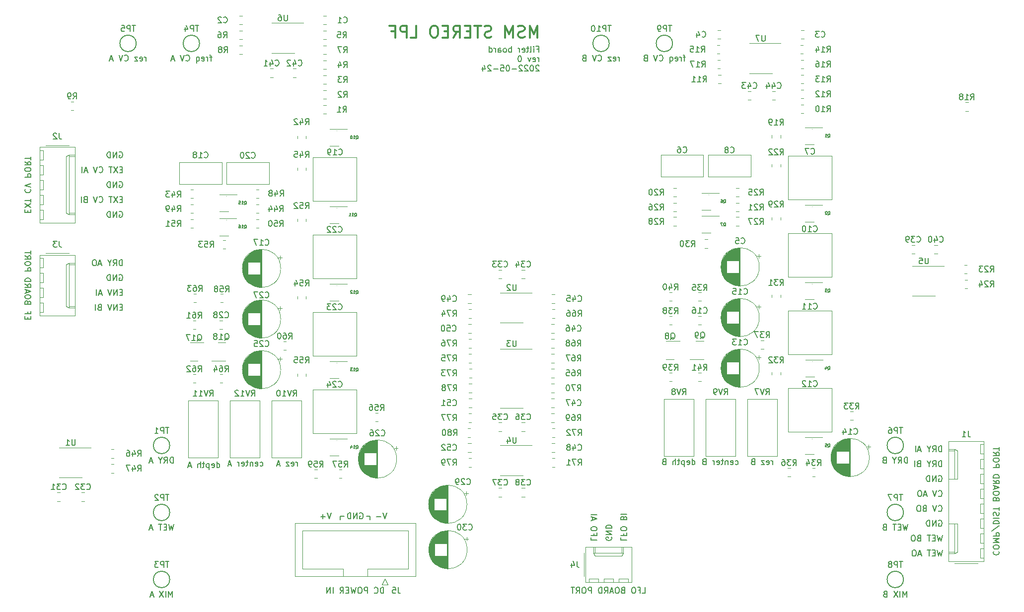
<source format=gbo>
G04 #@! TF.GenerationSoftware,KiCad,Pcbnew,6.0.5+dfsg-1~bpo11+1*
G04 #@! TF.CreationDate,2022-08-16T14:47:16+00:00*
G04 #@! TF.ProjectId,filter_board,66696c74-6572-45f6-926f-6172642e6b69,0*
G04 #@! TF.SameCoordinates,Original*
G04 #@! TF.FileFunction,Legend,Bot*
G04 #@! TF.FilePolarity,Positive*
%FSLAX46Y46*%
G04 Gerber Fmt 4.6, Leading zero omitted, Abs format (unit mm)*
G04 Created by KiCad (PCBNEW 6.0.5+dfsg-1~bpo11+1) date 2022-08-16 14:47:16*
%MOMM*%
%LPD*%
G01*
G04 APERTURE LIST*
%ADD10C,0.150000*%
%ADD11C,0.300000*%
%ADD12C,0.127000*%
%ADD13C,0.120000*%
%ADD14C,0.125000*%
%ADD15O,2.720000X3.240000*%
%ADD16R,1.800000X1.800000*%
%ADD17C,1.800000*%
%ADD18R,1.500000X0.550000*%
%ADD19C,1.600000*%
%ADD20R,1.600000X1.600000*%
%ADD21C,1.440000*%
%ADD22O,2.190000X1.740000*%
%ADD23C,2.000000*%
%ADD24C,1.700000*%
%ADD25O,1.740000X2.190000*%
G04 APERTURE END LIST*
D10*
X120650000Y-132080000D02*
X120650000Y-132715000D01*
X116205000Y-132080000D02*
X115570000Y-132080000D01*
X120015000Y-132080000D02*
X120650000Y-132080000D01*
X115570000Y-132080000D02*
X115570000Y-132715000D01*
X113982380Y-131532380D02*
X113649047Y-132532380D01*
X113315714Y-131532380D01*
X112982380Y-132151428D02*
X112220476Y-132151428D01*
X112601428Y-132532380D02*
X112601428Y-131770476D01*
X174386428Y-53760714D02*
X174005476Y-53760714D01*
X174243571Y-54427380D02*
X174243571Y-53570238D01*
X174195952Y-53475000D01*
X174100714Y-53427380D01*
X174005476Y-53427380D01*
X173672142Y-54427380D02*
X173672142Y-53760714D01*
X173672142Y-53951190D02*
X173624523Y-53855952D01*
X173576904Y-53808333D01*
X173481666Y-53760714D01*
X173386428Y-53760714D01*
X172672142Y-54379761D02*
X172767380Y-54427380D01*
X172957857Y-54427380D01*
X173053095Y-54379761D01*
X173100714Y-54284523D01*
X173100714Y-53903571D01*
X173053095Y-53808333D01*
X172957857Y-53760714D01*
X172767380Y-53760714D01*
X172672142Y-53808333D01*
X172624523Y-53903571D01*
X172624523Y-53998809D01*
X173100714Y-54094047D01*
X171767380Y-53760714D02*
X171767380Y-54760714D01*
X171767380Y-54379761D02*
X171862619Y-54427380D01*
X172053095Y-54427380D01*
X172148333Y-54379761D01*
X172195952Y-54332142D01*
X172243571Y-54236904D01*
X172243571Y-53951190D01*
X172195952Y-53855952D01*
X172148333Y-53808333D01*
X172053095Y-53760714D01*
X171862619Y-53760714D01*
X171767380Y-53808333D01*
X169957857Y-54332142D02*
X170005476Y-54379761D01*
X170148333Y-54427380D01*
X170243571Y-54427380D01*
X170386428Y-54379761D01*
X170481666Y-54284523D01*
X170529285Y-54189285D01*
X170576904Y-53998809D01*
X170576904Y-53855952D01*
X170529285Y-53665476D01*
X170481666Y-53570238D01*
X170386428Y-53475000D01*
X170243571Y-53427380D01*
X170148333Y-53427380D01*
X170005476Y-53475000D01*
X169957857Y-53522619D01*
X169672142Y-53427380D02*
X169338809Y-54427380D01*
X169005476Y-53427380D01*
X167576904Y-53903571D02*
X167434047Y-53951190D01*
X167386428Y-53998809D01*
X167338809Y-54094047D01*
X167338809Y-54236904D01*
X167386428Y-54332142D01*
X167434047Y-54379761D01*
X167529285Y-54427380D01*
X167910238Y-54427380D01*
X167910238Y-53427380D01*
X167576904Y-53427380D01*
X167481666Y-53475000D01*
X167434047Y-53522619D01*
X167386428Y-53617857D01*
X167386428Y-53713095D01*
X167434047Y-53808333D01*
X167481666Y-53855952D01*
X167576904Y-53903571D01*
X167910238Y-53903571D01*
X161790000Y-135665595D02*
X161837619Y-135760833D01*
X161837619Y-135903690D01*
X161790000Y-136046547D01*
X161694761Y-136141785D01*
X161599523Y-136189404D01*
X161409047Y-136237023D01*
X161266190Y-136237023D01*
X161075714Y-136189404D01*
X160980476Y-136141785D01*
X160885238Y-136046547D01*
X160837619Y-135903690D01*
X160837619Y-135808452D01*
X160885238Y-135665595D01*
X160932857Y-135617976D01*
X161266190Y-135617976D01*
X161266190Y-135808452D01*
X160837619Y-135189404D02*
X161837619Y-135189404D01*
X160837619Y-134617976D01*
X161837619Y-134617976D01*
X160837619Y-134141785D02*
X161837619Y-134141785D01*
X161837619Y-133903690D01*
X161790000Y-133760833D01*
X161694761Y-133665595D01*
X161599523Y-133617976D01*
X161409047Y-133570357D01*
X161266190Y-133570357D01*
X161075714Y-133617976D01*
X160980476Y-133665595D01*
X160885238Y-133760833D01*
X160837619Y-133903690D01*
X160837619Y-134141785D01*
X218104404Y-121102380D02*
X218104404Y-120102380D01*
X217866309Y-120102380D01*
X217723452Y-120150000D01*
X217628214Y-120245238D01*
X217580595Y-120340476D01*
X217532976Y-120530952D01*
X217532976Y-120673809D01*
X217580595Y-120864285D01*
X217628214Y-120959523D01*
X217723452Y-121054761D01*
X217866309Y-121102380D01*
X218104404Y-121102380D01*
X216532976Y-121102380D02*
X216866309Y-120626190D01*
X217104404Y-121102380D02*
X217104404Y-120102380D01*
X216723452Y-120102380D01*
X216628214Y-120150000D01*
X216580595Y-120197619D01*
X216532976Y-120292857D01*
X216532976Y-120435714D01*
X216580595Y-120530952D01*
X216628214Y-120578571D01*
X216723452Y-120626190D01*
X217104404Y-120626190D01*
X215913928Y-120626190D02*
X215913928Y-121102380D01*
X216247261Y-120102380D02*
X215913928Y-120626190D01*
X215580595Y-120102380D01*
X214532976Y-120816666D02*
X214056785Y-120816666D01*
X214628214Y-121102380D02*
X214294880Y-120102380D01*
X213961547Y-121102380D01*
X213628214Y-121102380D02*
X213628214Y-120102380D01*
X77880595Y-75065000D02*
X77975833Y-75017380D01*
X78118690Y-75017380D01*
X78261547Y-75065000D01*
X78356785Y-75160238D01*
X78404404Y-75255476D01*
X78452023Y-75445952D01*
X78452023Y-75588809D01*
X78404404Y-75779285D01*
X78356785Y-75874523D01*
X78261547Y-75969761D01*
X78118690Y-76017380D01*
X78023452Y-76017380D01*
X77880595Y-75969761D01*
X77832976Y-75922142D01*
X77832976Y-75588809D01*
X78023452Y-75588809D01*
X77404404Y-76017380D02*
X77404404Y-75017380D01*
X76832976Y-76017380D01*
X76832976Y-75017380D01*
X76356785Y-76017380D02*
X76356785Y-75017380D01*
X76118690Y-75017380D01*
X75975833Y-75065000D01*
X75880595Y-75160238D01*
X75832976Y-75255476D01*
X75785357Y-75445952D01*
X75785357Y-75588809D01*
X75832976Y-75779285D01*
X75880595Y-75874523D01*
X75975833Y-75969761D01*
X76118690Y-76017380D01*
X76356785Y-76017380D01*
X78404404Y-89352380D02*
X78404404Y-88352380D01*
X78166309Y-88352380D01*
X78023452Y-88400000D01*
X77928214Y-88495238D01*
X77880595Y-88590476D01*
X77832976Y-88780952D01*
X77832976Y-88923809D01*
X77880595Y-89114285D01*
X77928214Y-89209523D01*
X78023452Y-89304761D01*
X78166309Y-89352380D01*
X78404404Y-89352380D01*
X76832976Y-89352380D02*
X77166309Y-88876190D01*
X77404404Y-89352380D02*
X77404404Y-88352380D01*
X77023452Y-88352380D01*
X76928214Y-88400000D01*
X76880595Y-88447619D01*
X76832976Y-88542857D01*
X76832976Y-88685714D01*
X76880595Y-88780952D01*
X76928214Y-88828571D01*
X77023452Y-88876190D01*
X77404404Y-88876190D01*
X76213928Y-88876190D02*
X76213928Y-89352380D01*
X76547261Y-88352380D02*
X76213928Y-88876190D01*
X75880595Y-88352380D01*
X74832976Y-89066666D02*
X74356785Y-89066666D01*
X74928214Y-89352380D02*
X74594880Y-88352380D01*
X74261547Y-89352380D01*
X73737738Y-88352380D02*
X73547261Y-88352380D01*
X73452023Y-88400000D01*
X73356785Y-88495238D01*
X73309166Y-88685714D01*
X73309166Y-89019047D01*
X73356785Y-89209523D01*
X73452023Y-89304761D01*
X73547261Y-89352380D01*
X73737738Y-89352380D01*
X73832976Y-89304761D01*
X73928214Y-89209523D01*
X73975833Y-89019047D01*
X73975833Y-88685714D01*
X73928214Y-88495238D01*
X73832976Y-88400000D01*
X73737738Y-88352380D01*
X94517885Y-123794780D02*
X94517885Y-122794780D01*
X94517885Y-123747161D02*
X94613123Y-123794780D01*
X94803600Y-123794780D01*
X94898838Y-123747161D01*
X94946457Y-123699542D01*
X94994076Y-123604304D01*
X94994076Y-123318590D01*
X94946457Y-123223352D01*
X94898838Y-123175733D01*
X94803600Y-123128114D01*
X94613123Y-123128114D01*
X94517885Y-123175733D01*
X93660742Y-123747161D02*
X93755980Y-123794780D01*
X93946457Y-123794780D01*
X94041695Y-123747161D01*
X94089314Y-123651923D01*
X94089314Y-123270971D01*
X94041695Y-123175733D01*
X93946457Y-123128114D01*
X93755980Y-123128114D01*
X93660742Y-123175733D01*
X93613123Y-123270971D01*
X93613123Y-123366209D01*
X94089314Y-123461447D01*
X93184552Y-123128114D02*
X93184552Y-124128114D01*
X93184552Y-123175733D02*
X93089314Y-123128114D01*
X92898838Y-123128114D01*
X92803599Y-123175733D01*
X92755980Y-123223352D01*
X92708361Y-123318590D01*
X92708361Y-123604304D01*
X92755980Y-123699542D01*
X92803599Y-123747161D01*
X92898838Y-123794780D01*
X93089314Y-123794780D01*
X93184552Y-123747161D01*
X92422647Y-123128114D02*
X92041695Y-123128114D01*
X92279790Y-122794780D02*
X92279790Y-123651923D01*
X92232171Y-123747161D01*
X92136933Y-123794780D01*
X92041695Y-123794780D01*
X91708361Y-123794780D02*
X91708361Y-122794780D01*
X91279790Y-123794780D02*
X91279790Y-123270971D01*
X91327409Y-123175733D01*
X91422647Y-123128114D01*
X91565504Y-123128114D01*
X91660742Y-123175733D01*
X91708361Y-123223352D01*
X90089314Y-123509066D02*
X89613123Y-123509066D01*
X90184552Y-123794780D02*
X89851219Y-122794780D01*
X89517885Y-123794780D01*
X78404404Y-78033571D02*
X78071071Y-78033571D01*
X77928214Y-78557380D02*
X78404404Y-78557380D01*
X78404404Y-77557380D01*
X77928214Y-77557380D01*
X77594880Y-77557380D02*
X76928214Y-78557380D01*
X76928214Y-77557380D02*
X77594880Y-78557380D01*
X76690119Y-77557380D02*
X76118690Y-77557380D01*
X76404404Y-78557380D02*
X76404404Y-77557380D01*
X74452023Y-78462142D02*
X74499642Y-78509761D01*
X74642500Y-78557380D01*
X74737738Y-78557380D01*
X74880595Y-78509761D01*
X74975833Y-78414523D01*
X75023452Y-78319285D01*
X75071071Y-78128809D01*
X75071071Y-77985952D01*
X75023452Y-77795476D01*
X74975833Y-77700238D01*
X74880595Y-77605000D01*
X74737738Y-77557380D01*
X74642500Y-77557380D01*
X74499642Y-77605000D01*
X74452023Y-77652619D01*
X74166309Y-77557380D02*
X73832976Y-78557380D01*
X73499642Y-77557380D01*
X72071071Y-78033571D02*
X71928214Y-78081190D01*
X71880595Y-78128809D01*
X71832976Y-78224047D01*
X71832976Y-78366904D01*
X71880595Y-78462142D01*
X71928214Y-78509761D01*
X72023452Y-78557380D01*
X72404404Y-78557380D01*
X72404404Y-77557380D01*
X72071071Y-77557380D01*
X71975833Y-77605000D01*
X71928214Y-77652619D01*
X71880595Y-77747857D01*
X71880595Y-77843095D01*
X71928214Y-77938333D01*
X71975833Y-77985952D01*
X72071071Y-78033571D01*
X72404404Y-78033571D01*
X71404404Y-78557380D02*
X71404404Y-77557380D01*
X62301428Y-80231666D02*
X62301428Y-79898333D01*
X61777619Y-79755476D02*
X61777619Y-80231666D01*
X62777619Y-80231666D01*
X62777619Y-79755476D01*
X62777619Y-79422142D02*
X61777619Y-78755476D01*
X62777619Y-78755476D02*
X61777619Y-79422142D01*
X62777619Y-78517380D02*
X62777619Y-77945952D01*
X61777619Y-78231666D02*
X62777619Y-78231666D01*
X61872857Y-76279285D02*
X61825238Y-76326904D01*
X61777619Y-76469761D01*
X61777619Y-76565000D01*
X61825238Y-76707857D01*
X61920476Y-76803095D01*
X62015714Y-76850714D01*
X62206190Y-76898333D01*
X62349047Y-76898333D01*
X62539523Y-76850714D01*
X62634761Y-76803095D01*
X62730000Y-76707857D01*
X62777619Y-76565000D01*
X62777619Y-76469761D01*
X62730000Y-76326904D01*
X62682380Y-76279285D01*
X62777619Y-75993571D02*
X61777619Y-75660238D01*
X62777619Y-75326904D01*
X61777619Y-74231666D02*
X62777619Y-74231666D01*
X62777619Y-73850714D01*
X62730000Y-73755476D01*
X62682380Y-73707857D01*
X62587142Y-73660238D01*
X62444285Y-73660238D01*
X62349047Y-73707857D01*
X62301428Y-73755476D01*
X62253809Y-73850714D01*
X62253809Y-74231666D01*
X62777619Y-73041190D02*
X62777619Y-72850714D01*
X62730000Y-72755476D01*
X62634761Y-72660238D01*
X62444285Y-72612619D01*
X62110952Y-72612619D01*
X61920476Y-72660238D01*
X61825238Y-72755476D01*
X61777619Y-72850714D01*
X61777619Y-73041190D01*
X61825238Y-73136428D01*
X61920476Y-73231666D01*
X62110952Y-73279285D01*
X62444285Y-73279285D01*
X62634761Y-73231666D01*
X62730000Y-73136428D01*
X62777619Y-73041190D01*
X61777619Y-71612619D02*
X62253809Y-71945952D01*
X61777619Y-72184047D02*
X62777619Y-72184047D01*
X62777619Y-71803095D01*
X62730000Y-71707857D01*
X62682380Y-71660238D01*
X62587142Y-71612619D01*
X62444285Y-71612619D01*
X62349047Y-71660238D01*
X62301428Y-71707857D01*
X62253809Y-71803095D01*
X62253809Y-72184047D01*
X62777619Y-71326904D02*
X62777619Y-70755476D01*
X61777619Y-71041190D02*
X62777619Y-71041190D01*
X62301428Y-98471904D02*
X62301428Y-98138571D01*
X61777619Y-97995714D02*
X61777619Y-98471904D01*
X62777619Y-98471904D01*
X62777619Y-97995714D01*
X62301428Y-97233809D02*
X62301428Y-97567142D01*
X61777619Y-97567142D02*
X62777619Y-97567142D01*
X62777619Y-97090952D01*
X62301428Y-95614761D02*
X62253809Y-95471904D01*
X62206190Y-95424285D01*
X62110952Y-95376666D01*
X61968095Y-95376666D01*
X61872857Y-95424285D01*
X61825238Y-95471904D01*
X61777619Y-95567142D01*
X61777619Y-95948095D01*
X62777619Y-95948095D01*
X62777619Y-95614761D01*
X62730000Y-95519523D01*
X62682380Y-95471904D01*
X62587142Y-95424285D01*
X62491904Y-95424285D01*
X62396666Y-95471904D01*
X62349047Y-95519523D01*
X62301428Y-95614761D01*
X62301428Y-95948095D01*
X62777619Y-94757619D02*
X62777619Y-94567142D01*
X62730000Y-94471904D01*
X62634761Y-94376666D01*
X62444285Y-94329047D01*
X62110952Y-94329047D01*
X61920476Y-94376666D01*
X61825238Y-94471904D01*
X61777619Y-94567142D01*
X61777619Y-94757619D01*
X61825238Y-94852857D01*
X61920476Y-94948095D01*
X62110952Y-94995714D01*
X62444285Y-94995714D01*
X62634761Y-94948095D01*
X62730000Y-94852857D01*
X62777619Y-94757619D01*
X62063333Y-93948095D02*
X62063333Y-93471904D01*
X61777619Y-94043333D02*
X62777619Y-93710000D01*
X61777619Y-93376666D01*
X61777619Y-92471904D02*
X62253809Y-92805238D01*
X61777619Y-93043333D02*
X62777619Y-93043333D01*
X62777619Y-92662380D01*
X62730000Y-92567142D01*
X62682380Y-92519523D01*
X62587142Y-92471904D01*
X62444285Y-92471904D01*
X62349047Y-92519523D01*
X62301428Y-92567142D01*
X62253809Y-92662380D01*
X62253809Y-93043333D01*
X61777619Y-92043333D02*
X62777619Y-92043333D01*
X62777619Y-91805238D01*
X62730000Y-91662380D01*
X62634761Y-91567142D01*
X62539523Y-91519523D01*
X62349047Y-91471904D01*
X62206190Y-91471904D01*
X62015714Y-91519523D01*
X61920476Y-91567142D01*
X61825238Y-91662380D01*
X61777619Y-91805238D01*
X61777619Y-92043333D01*
X61777619Y-90281428D02*
X62777619Y-90281428D01*
X62777619Y-89900476D01*
X62730000Y-89805238D01*
X62682380Y-89757619D01*
X62587142Y-89710000D01*
X62444285Y-89710000D01*
X62349047Y-89757619D01*
X62301428Y-89805238D01*
X62253809Y-89900476D01*
X62253809Y-90281428D01*
X62777619Y-89090952D02*
X62777619Y-88900476D01*
X62730000Y-88805238D01*
X62634761Y-88710000D01*
X62444285Y-88662380D01*
X62110952Y-88662380D01*
X61920476Y-88710000D01*
X61825238Y-88805238D01*
X61777619Y-88900476D01*
X61777619Y-89090952D01*
X61825238Y-89186190D01*
X61920476Y-89281428D01*
X62110952Y-89329047D01*
X62444285Y-89329047D01*
X62634761Y-89281428D01*
X62730000Y-89186190D01*
X62777619Y-89090952D01*
X61777619Y-87662380D02*
X62253809Y-87995714D01*
X61777619Y-88233809D02*
X62777619Y-88233809D01*
X62777619Y-87852857D01*
X62730000Y-87757619D01*
X62682380Y-87710000D01*
X62587142Y-87662380D01*
X62444285Y-87662380D01*
X62349047Y-87710000D01*
X62301428Y-87757619D01*
X62253809Y-87852857D01*
X62253809Y-88233809D01*
X62777619Y-87376666D02*
X62777619Y-86805238D01*
X61777619Y-87090952D02*
X62777619Y-87090952D01*
X78404404Y-93908571D02*
X78071071Y-93908571D01*
X77928214Y-94432380D02*
X78404404Y-94432380D01*
X78404404Y-93432380D01*
X77928214Y-93432380D01*
X77499642Y-94432380D02*
X77499642Y-93432380D01*
X76928214Y-94432380D01*
X76928214Y-93432380D01*
X76594880Y-93432380D02*
X76261547Y-94432380D01*
X75928214Y-93432380D01*
X74880595Y-94146666D02*
X74404404Y-94146666D01*
X74975833Y-94432380D02*
X74642500Y-93432380D01*
X74309166Y-94432380D01*
X73975833Y-94432380D02*
X73975833Y-93432380D01*
X167051904Y-145232380D02*
X167528095Y-145232380D01*
X167528095Y-144232380D01*
X166385238Y-144708571D02*
X166718571Y-144708571D01*
X166718571Y-145232380D02*
X166718571Y-144232380D01*
X166242380Y-144232380D01*
X165670952Y-144232380D02*
X165480476Y-144232380D01*
X165385238Y-144280000D01*
X165290000Y-144375238D01*
X165242380Y-144565714D01*
X165242380Y-144899047D01*
X165290000Y-145089523D01*
X165385238Y-145184761D01*
X165480476Y-145232380D01*
X165670952Y-145232380D01*
X165766190Y-145184761D01*
X165861428Y-145089523D01*
X165909047Y-144899047D01*
X165909047Y-144565714D01*
X165861428Y-144375238D01*
X165766190Y-144280000D01*
X165670952Y-144232380D01*
X163718571Y-144708571D02*
X163575714Y-144756190D01*
X163528095Y-144803809D01*
X163480476Y-144899047D01*
X163480476Y-145041904D01*
X163528095Y-145137142D01*
X163575714Y-145184761D01*
X163670952Y-145232380D01*
X164051904Y-145232380D01*
X164051904Y-144232380D01*
X163718571Y-144232380D01*
X163623333Y-144280000D01*
X163575714Y-144327619D01*
X163528095Y-144422857D01*
X163528095Y-144518095D01*
X163575714Y-144613333D01*
X163623333Y-144660952D01*
X163718571Y-144708571D01*
X164051904Y-144708571D01*
X162861428Y-144232380D02*
X162670952Y-144232380D01*
X162575714Y-144280000D01*
X162480476Y-144375238D01*
X162432857Y-144565714D01*
X162432857Y-144899047D01*
X162480476Y-145089523D01*
X162575714Y-145184761D01*
X162670952Y-145232380D01*
X162861428Y-145232380D01*
X162956666Y-145184761D01*
X163051904Y-145089523D01*
X163099523Y-144899047D01*
X163099523Y-144565714D01*
X163051904Y-144375238D01*
X162956666Y-144280000D01*
X162861428Y-144232380D01*
X162051904Y-144946666D02*
X161575714Y-144946666D01*
X162147142Y-145232380D02*
X161813809Y-144232380D01*
X161480476Y-145232380D01*
X160575714Y-145232380D02*
X160909047Y-144756190D01*
X161147142Y-145232380D02*
X161147142Y-144232380D01*
X160766190Y-144232380D01*
X160670952Y-144280000D01*
X160623333Y-144327619D01*
X160575714Y-144422857D01*
X160575714Y-144565714D01*
X160623333Y-144660952D01*
X160670952Y-144708571D01*
X160766190Y-144756190D01*
X161147142Y-144756190D01*
X160147142Y-145232380D02*
X160147142Y-144232380D01*
X159909047Y-144232380D01*
X159766190Y-144280000D01*
X159670952Y-144375238D01*
X159623333Y-144470476D01*
X159575714Y-144660952D01*
X159575714Y-144803809D01*
X159623333Y-144994285D01*
X159670952Y-145089523D01*
X159766190Y-145184761D01*
X159909047Y-145232380D01*
X160147142Y-145232380D01*
X158385238Y-145232380D02*
X158385238Y-144232380D01*
X158004285Y-144232380D01*
X157909047Y-144280000D01*
X157861428Y-144327619D01*
X157813809Y-144422857D01*
X157813809Y-144565714D01*
X157861428Y-144660952D01*
X157909047Y-144708571D01*
X158004285Y-144756190D01*
X158385238Y-144756190D01*
X157194761Y-144232380D02*
X157004285Y-144232380D01*
X156909047Y-144280000D01*
X156813809Y-144375238D01*
X156766190Y-144565714D01*
X156766190Y-144899047D01*
X156813809Y-145089523D01*
X156909047Y-145184761D01*
X157004285Y-145232380D01*
X157194761Y-145232380D01*
X157290000Y-145184761D01*
X157385238Y-145089523D01*
X157432857Y-144899047D01*
X157432857Y-144565714D01*
X157385238Y-144375238D01*
X157290000Y-144280000D01*
X157194761Y-144232380D01*
X155766190Y-145232380D02*
X156099523Y-144756190D01*
X156337619Y-145232380D02*
X156337619Y-144232380D01*
X155956666Y-144232380D01*
X155861428Y-144280000D01*
X155813809Y-144327619D01*
X155766190Y-144422857D01*
X155766190Y-144565714D01*
X155813809Y-144660952D01*
X155861428Y-144708571D01*
X155956666Y-144756190D01*
X156337619Y-144756190D01*
X155480476Y-144232380D02*
X154909047Y-144232380D01*
X155194761Y-145232380D02*
X155194761Y-144232380D01*
X175539114Y-123284880D02*
X175539114Y-122284880D01*
X175539114Y-123237261D02*
X175634352Y-123284880D01*
X175824828Y-123284880D01*
X175920066Y-123237261D01*
X175967685Y-123189642D01*
X176015304Y-123094404D01*
X176015304Y-122808690D01*
X175967685Y-122713452D01*
X175920066Y-122665833D01*
X175824828Y-122618214D01*
X175634352Y-122618214D01*
X175539114Y-122665833D01*
X174681971Y-123237261D02*
X174777209Y-123284880D01*
X174967685Y-123284880D01*
X175062923Y-123237261D01*
X175110542Y-123142023D01*
X175110542Y-122761071D01*
X175062923Y-122665833D01*
X174967685Y-122618214D01*
X174777209Y-122618214D01*
X174681971Y-122665833D01*
X174634352Y-122761071D01*
X174634352Y-122856309D01*
X175110542Y-122951547D01*
X174205780Y-122618214D02*
X174205780Y-123618214D01*
X174205780Y-122665833D02*
X174110542Y-122618214D01*
X173920066Y-122618214D01*
X173824828Y-122665833D01*
X173777209Y-122713452D01*
X173729590Y-122808690D01*
X173729590Y-123094404D01*
X173777209Y-123189642D01*
X173824828Y-123237261D01*
X173920066Y-123284880D01*
X174110542Y-123284880D01*
X174205780Y-123237261D01*
X173443876Y-122618214D02*
X173062923Y-122618214D01*
X173301019Y-122284880D02*
X173301019Y-123142023D01*
X173253400Y-123237261D01*
X173158161Y-123284880D01*
X173062923Y-123284880D01*
X172729590Y-123284880D02*
X172729590Y-122284880D01*
X172301019Y-123284880D02*
X172301019Y-122761071D01*
X172348638Y-122665833D01*
X172443876Y-122618214D01*
X172586733Y-122618214D01*
X172681971Y-122665833D01*
X172729590Y-122713452D01*
X170729590Y-122761071D02*
X170586733Y-122808690D01*
X170539114Y-122856309D01*
X170491495Y-122951547D01*
X170491495Y-123094404D01*
X170539114Y-123189642D01*
X170586733Y-123237261D01*
X170681971Y-123284880D01*
X171062923Y-123284880D01*
X171062923Y-122284880D01*
X170729590Y-122284880D01*
X170634352Y-122332500D01*
X170586733Y-122380119D01*
X170539114Y-122475357D01*
X170539114Y-122570595D01*
X170586733Y-122665833D01*
X170634352Y-122713452D01*
X170729590Y-122761071D01*
X171062923Y-122761071D01*
X101891790Y-123493161D02*
X101987028Y-123540780D01*
X102177504Y-123540780D01*
X102272742Y-123493161D01*
X102320361Y-123445542D01*
X102367980Y-123350304D01*
X102367980Y-123064590D01*
X102320361Y-122969352D01*
X102272742Y-122921733D01*
X102177504Y-122874114D01*
X101987028Y-122874114D01*
X101891790Y-122921733D01*
X101082266Y-123493161D02*
X101177504Y-123540780D01*
X101367980Y-123540780D01*
X101463219Y-123493161D01*
X101510838Y-123397923D01*
X101510838Y-123016971D01*
X101463219Y-122921733D01*
X101367980Y-122874114D01*
X101177504Y-122874114D01*
X101082266Y-122921733D01*
X101034647Y-123016971D01*
X101034647Y-123112209D01*
X101510838Y-123207447D01*
X100606076Y-122874114D02*
X100606076Y-123540780D01*
X100606076Y-122969352D02*
X100558457Y-122921733D01*
X100463219Y-122874114D01*
X100320361Y-122874114D01*
X100225123Y-122921733D01*
X100177504Y-123016971D01*
X100177504Y-123540780D01*
X99844171Y-122874114D02*
X99463219Y-122874114D01*
X99701314Y-122540780D02*
X99701314Y-123397923D01*
X99653695Y-123493161D01*
X99558457Y-123540780D01*
X99463219Y-123540780D01*
X98748933Y-123493161D02*
X98844171Y-123540780D01*
X99034647Y-123540780D01*
X99129885Y-123493161D01*
X99177504Y-123397923D01*
X99177504Y-123016971D01*
X99129885Y-122921733D01*
X99034647Y-122874114D01*
X98844171Y-122874114D01*
X98748933Y-122921733D01*
X98701314Y-123016971D01*
X98701314Y-123112209D01*
X99177504Y-123207447D01*
X98272742Y-123540780D02*
X98272742Y-122874114D01*
X98272742Y-123064590D02*
X98225123Y-122969352D01*
X98177504Y-122921733D01*
X98082266Y-122874114D01*
X97987028Y-122874114D01*
X96939409Y-123255066D02*
X96463219Y-123255066D01*
X97034647Y-123540780D02*
X96701314Y-122540780D01*
X96367980Y-123540780D01*
X217580595Y-125230000D02*
X217675833Y-125182380D01*
X217818690Y-125182380D01*
X217961547Y-125230000D01*
X218056785Y-125325238D01*
X218104404Y-125420476D01*
X218152023Y-125610952D01*
X218152023Y-125753809D01*
X218104404Y-125944285D01*
X218056785Y-126039523D01*
X217961547Y-126134761D01*
X217818690Y-126182380D01*
X217723452Y-126182380D01*
X217580595Y-126134761D01*
X217532976Y-126087142D01*
X217532976Y-125753809D01*
X217723452Y-125753809D01*
X217104404Y-126182380D02*
X217104404Y-125182380D01*
X216532976Y-126182380D01*
X216532976Y-125182380D01*
X216056785Y-126182380D02*
X216056785Y-125182380D01*
X215818690Y-125182380D01*
X215675833Y-125230000D01*
X215580595Y-125325238D01*
X215532976Y-125420476D01*
X215485357Y-125610952D01*
X215485357Y-125753809D01*
X215532976Y-125944285D01*
X215580595Y-126039523D01*
X215675833Y-126134761D01*
X215818690Y-126182380D01*
X216056785Y-126182380D01*
X87161428Y-133437380D02*
X86923333Y-134437380D01*
X86732857Y-133723095D01*
X86542380Y-134437380D01*
X86304285Y-133437380D01*
X85923333Y-133913571D02*
X85590000Y-133913571D01*
X85447142Y-134437380D02*
X85923333Y-134437380D01*
X85923333Y-133437380D01*
X85447142Y-133437380D01*
X85161428Y-133437380D02*
X84590000Y-133437380D01*
X84875714Y-134437380D02*
X84875714Y-133437380D01*
X83542380Y-134151666D02*
X83066190Y-134151666D01*
X83637619Y-134437380D02*
X83304285Y-133437380D01*
X82970952Y-134437380D01*
X182913019Y-123237261D02*
X183008257Y-123284880D01*
X183198733Y-123284880D01*
X183293971Y-123237261D01*
X183341590Y-123189642D01*
X183389209Y-123094404D01*
X183389209Y-122808690D01*
X183341590Y-122713452D01*
X183293971Y-122665833D01*
X183198733Y-122618214D01*
X183008257Y-122618214D01*
X182913019Y-122665833D01*
X182103495Y-123237261D02*
X182198733Y-123284880D01*
X182389209Y-123284880D01*
X182484447Y-123237261D01*
X182532066Y-123142023D01*
X182532066Y-122761071D01*
X182484447Y-122665833D01*
X182389209Y-122618214D01*
X182198733Y-122618214D01*
X182103495Y-122665833D01*
X182055876Y-122761071D01*
X182055876Y-122856309D01*
X182532066Y-122951547D01*
X181627304Y-122618214D02*
X181627304Y-123284880D01*
X181627304Y-122713452D02*
X181579685Y-122665833D01*
X181484447Y-122618214D01*
X181341590Y-122618214D01*
X181246352Y-122665833D01*
X181198733Y-122761071D01*
X181198733Y-123284880D01*
X180865400Y-122618214D02*
X180484447Y-122618214D01*
X180722542Y-122284880D02*
X180722542Y-123142023D01*
X180674923Y-123237261D01*
X180579685Y-123284880D01*
X180484447Y-123284880D01*
X179770161Y-123237261D02*
X179865400Y-123284880D01*
X180055876Y-123284880D01*
X180151114Y-123237261D01*
X180198733Y-123142023D01*
X180198733Y-122761071D01*
X180151114Y-122665833D01*
X180055876Y-122618214D01*
X179865400Y-122618214D01*
X179770161Y-122665833D01*
X179722542Y-122761071D01*
X179722542Y-122856309D01*
X180198733Y-122951547D01*
X179293971Y-123284880D02*
X179293971Y-122618214D01*
X179293971Y-122808690D02*
X179246352Y-122713452D01*
X179198733Y-122665833D01*
X179103495Y-122618214D01*
X179008257Y-122618214D01*
X177579685Y-122761071D02*
X177436828Y-122808690D01*
X177389209Y-122856309D01*
X177341590Y-122951547D01*
X177341590Y-123094404D01*
X177389209Y-123189642D01*
X177436828Y-123237261D01*
X177532066Y-123284880D01*
X177913019Y-123284880D01*
X177913019Y-122284880D01*
X177579685Y-122284880D01*
X177484447Y-122332500D01*
X177436828Y-122380119D01*
X177389209Y-122475357D01*
X177389209Y-122570595D01*
X177436828Y-122665833D01*
X177484447Y-122713452D01*
X177579685Y-122761071D01*
X177913019Y-122761071D01*
X163377619Y-135713214D02*
X163377619Y-136189404D01*
X164377619Y-136189404D01*
X163901428Y-135046547D02*
X163901428Y-135379880D01*
X163377619Y-135379880D02*
X164377619Y-135379880D01*
X164377619Y-134903690D01*
X164377619Y-134332261D02*
X164377619Y-134141785D01*
X164330000Y-134046547D01*
X164234761Y-133951309D01*
X164044285Y-133903690D01*
X163710952Y-133903690D01*
X163520476Y-133951309D01*
X163425238Y-134046547D01*
X163377619Y-134141785D01*
X163377619Y-134332261D01*
X163425238Y-134427500D01*
X163520476Y-134522738D01*
X163710952Y-134570357D01*
X164044285Y-134570357D01*
X164234761Y-134522738D01*
X164330000Y-134427500D01*
X164377619Y-134332261D01*
X163901428Y-132379880D02*
X163853809Y-132237023D01*
X163806190Y-132189404D01*
X163710952Y-132141785D01*
X163568095Y-132141785D01*
X163472857Y-132189404D01*
X163425238Y-132237023D01*
X163377619Y-132332261D01*
X163377619Y-132713214D01*
X164377619Y-132713214D01*
X164377619Y-132379880D01*
X164330000Y-132284642D01*
X164282380Y-132237023D01*
X164187142Y-132189404D01*
X164091904Y-132189404D01*
X163996666Y-132237023D01*
X163949047Y-132284642D01*
X163901428Y-132379880D01*
X163901428Y-132713214D01*
X163377619Y-131713214D02*
X164377619Y-131713214D01*
X217532976Y-131167142D02*
X217580595Y-131214761D01*
X217723452Y-131262380D01*
X217818690Y-131262380D01*
X217961547Y-131214761D01*
X218056785Y-131119523D01*
X218104404Y-131024285D01*
X218152023Y-130833809D01*
X218152023Y-130690952D01*
X218104404Y-130500476D01*
X218056785Y-130405238D01*
X217961547Y-130310000D01*
X217818690Y-130262380D01*
X217723452Y-130262380D01*
X217580595Y-130310000D01*
X217532976Y-130357619D01*
X217247261Y-130262380D02*
X216913928Y-131262380D01*
X216580595Y-130262380D01*
X215152023Y-130738571D02*
X215009166Y-130786190D01*
X214961547Y-130833809D01*
X214913928Y-130929047D01*
X214913928Y-131071904D01*
X214961547Y-131167142D01*
X215009166Y-131214761D01*
X215104404Y-131262380D01*
X215485357Y-131262380D01*
X215485357Y-130262380D01*
X215152023Y-130262380D01*
X215056785Y-130310000D01*
X215009166Y-130357619D01*
X214961547Y-130452857D01*
X214961547Y-130548095D01*
X215009166Y-130643333D01*
X215056785Y-130690952D01*
X215152023Y-130738571D01*
X215485357Y-130738571D01*
X214294880Y-130262380D02*
X214104404Y-130262380D01*
X214009166Y-130310000D01*
X213913928Y-130405238D01*
X213866309Y-130595714D01*
X213866309Y-130929047D01*
X213913928Y-131119523D01*
X214009166Y-131214761D01*
X214104404Y-131262380D01*
X214294880Y-131262380D01*
X214390119Y-131214761D01*
X214485357Y-131119523D01*
X214532976Y-130929047D01*
X214532976Y-130595714D01*
X214485357Y-130405238D01*
X214390119Y-130310000D01*
X214294880Y-130262380D01*
X122943333Y-145232380D02*
X122943333Y-144232380D01*
X122705238Y-144232380D01*
X122562380Y-144280000D01*
X122467142Y-144375238D01*
X122419523Y-144470476D01*
X122371904Y-144660952D01*
X122371904Y-144803809D01*
X122419523Y-144994285D01*
X122467142Y-145089523D01*
X122562380Y-145184761D01*
X122705238Y-145232380D01*
X122943333Y-145232380D01*
X121371904Y-145137142D02*
X121419523Y-145184761D01*
X121562380Y-145232380D01*
X121657619Y-145232380D01*
X121800476Y-145184761D01*
X121895714Y-145089523D01*
X121943333Y-144994285D01*
X121990952Y-144803809D01*
X121990952Y-144660952D01*
X121943333Y-144470476D01*
X121895714Y-144375238D01*
X121800476Y-144280000D01*
X121657619Y-144232380D01*
X121562380Y-144232380D01*
X121419523Y-144280000D01*
X121371904Y-144327619D01*
X120181428Y-145232380D02*
X120181428Y-144232380D01*
X119800476Y-144232380D01*
X119705238Y-144280000D01*
X119657619Y-144327619D01*
X119610000Y-144422857D01*
X119610000Y-144565714D01*
X119657619Y-144660952D01*
X119705238Y-144708571D01*
X119800476Y-144756190D01*
X120181428Y-144756190D01*
X118990952Y-144232380D02*
X118800476Y-144232380D01*
X118705238Y-144280000D01*
X118610000Y-144375238D01*
X118562380Y-144565714D01*
X118562380Y-144899047D01*
X118610000Y-145089523D01*
X118705238Y-145184761D01*
X118800476Y-145232380D01*
X118990952Y-145232380D01*
X119086190Y-145184761D01*
X119181428Y-145089523D01*
X119229047Y-144899047D01*
X119229047Y-144565714D01*
X119181428Y-144375238D01*
X119086190Y-144280000D01*
X118990952Y-144232380D01*
X118229047Y-144232380D02*
X117990952Y-145232380D01*
X117800476Y-144518095D01*
X117610000Y-145232380D01*
X117371904Y-144232380D01*
X116990952Y-144708571D02*
X116657619Y-144708571D01*
X116514761Y-145232380D02*
X116990952Y-145232380D01*
X116990952Y-144232380D01*
X116514761Y-144232380D01*
X115514761Y-145232380D02*
X115848095Y-144756190D01*
X116086190Y-145232380D02*
X116086190Y-144232380D01*
X115705238Y-144232380D01*
X115610000Y-144280000D01*
X115562380Y-144327619D01*
X115514761Y-144422857D01*
X115514761Y-144565714D01*
X115562380Y-144660952D01*
X115610000Y-144708571D01*
X115705238Y-144756190D01*
X116086190Y-144756190D01*
X114324285Y-145232380D02*
X114324285Y-144232380D01*
X113848095Y-145232380D02*
X113848095Y-144232380D01*
X113276666Y-145232380D01*
X113276666Y-144232380D01*
X118871904Y-131580000D02*
X118967142Y-131532380D01*
X119110000Y-131532380D01*
X119252857Y-131580000D01*
X119348095Y-131675238D01*
X119395714Y-131770476D01*
X119443333Y-131960952D01*
X119443333Y-132103809D01*
X119395714Y-132294285D01*
X119348095Y-132389523D01*
X119252857Y-132484761D01*
X119110000Y-132532380D01*
X119014761Y-132532380D01*
X118871904Y-132484761D01*
X118824285Y-132437142D01*
X118824285Y-132103809D01*
X119014761Y-132103809D01*
X118395714Y-132532380D02*
X118395714Y-131532380D01*
X117824285Y-132532380D01*
X117824285Y-131532380D01*
X117348095Y-132532380D02*
X117348095Y-131532380D01*
X117110000Y-131532380D01*
X116967142Y-131580000D01*
X116871904Y-131675238D01*
X116824285Y-131770476D01*
X116776666Y-131960952D01*
X116776666Y-132103809D01*
X116824285Y-132294285D01*
X116871904Y-132389523D01*
X116967142Y-132484761D01*
X117110000Y-132532380D01*
X117348095Y-132532380D01*
X77880595Y-80145000D02*
X77975833Y-80097380D01*
X78118690Y-80097380D01*
X78261547Y-80145000D01*
X78356785Y-80240238D01*
X78404404Y-80335476D01*
X78452023Y-80525952D01*
X78452023Y-80668809D01*
X78404404Y-80859285D01*
X78356785Y-80954523D01*
X78261547Y-81049761D01*
X78118690Y-81097380D01*
X78023452Y-81097380D01*
X77880595Y-81049761D01*
X77832976Y-81002142D01*
X77832976Y-80668809D01*
X78023452Y-80668809D01*
X77404404Y-81097380D02*
X77404404Y-80097380D01*
X76832976Y-81097380D01*
X76832976Y-80097380D01*
X76356785Y-81097380D02*
X76356785Y-80097380D01*
X76118690Y-80097380D01*
X75975833Y-80145000D01*
X75880595Y-80240238D01*
X75832976Y-80335476D01*
X75785357Y-80525952D01*
X75785357Y-80668809D01*
X75832976Y-80859285D01*
X75880595Y-80954523D01*
X75975833Y-81049761D01*
X76118690Y-81097380D01*
X76356785Y-81097380D01*
X77880595Y-69985000D02*
X77975833Y-69937380D01*
X78118690Y-69937380D01*
X78261547Y-69985000D01*
X78356785Y-70080238D01*
X78404404Y-70175476D01*
X78452023Y-70365952D01*
X78452023Y-70508809D01*
X78404404Y-70699285D01*
X78356785Y-70794523D01*
X78261547Y-70889761D01*
X78118690Y-70937380D01*
X78023452Y-70937380D01*
X77880595Y-70889761D01*
X77832976Y-70842142D01*
X77832976Y-70508809D01*
X78023452Y-70508809D01*
X77404404Y-70937380D02*
X77404404Y-69937380D01*
X76832976Y-70937380D01*
X76832976Y-69937380D01*
X76356785Y-70937380D02*
X76356785Y-69937380D01*
X76118690Y-69937380D01*
X75975833Y-69985000D01*
X75880595Y-70080238D01*
X75832976Y-70175476D01*
X75785357Y-70365952D01*
X75785357Y-70508809D01*
X75832976Y-70699285D01*
X75880595Y-70794523D01*
X75975833Y-70889761D01*
X76118690Y-70937380D01*
X76356785Y-70937380D01*
D11*
X149188809Y-50434761D02*
X149188809Y-48434761D01*
X148522142Y-49863333D01*
X147855476Y-48434761D01*
X147855476Y-50434761D01*
X146998333Y-50339523D02*
X146712619Y-50434761D01*
X146236428Y-50434761D01*
X146045952Y-50339523D01*
X145950714Y-50244285D01*
X145855476Y-50053809D01*
X145855476Y-49863333D01*
X145950714Y-49672857D01*
X146045952Y-49577619D01*
X146236428Y-49482380D01*
X146617380Y-49387142D01*
X146807857Y-49291904D01*
X146903095Y-49196666D01*
X146998333Y-49006190D01*
X146998333Y-48815714D01*
X146903095Y-48625238D01*
X146807857Y-48530000D01*
X146617380Y-48434761D01*
X146141190Y-48434761D01*
X145855476Y-48530000D01*
X144998333Y-50434761D02*
X144998333Y-48434761D01*
X144331666Y-49863333D01*
X143665000Y-48434761D01*
X143665000Y-50434761D01*
X141284047Y-50339523D02*
X140998333Y-50434761D01*
X140522142Y-50434761D01*
X140331666Y-50339523D01*
X140236428Y-50244285D01*
X140141190Y-50053809D01*
X140141190Y-49863333D01*
X140236428Y-49672857D01*
X140331666Y-49577619D01*
X140522142Y-49482380D01*
X140903095Y-49387142D01*
X141093571Y-49291904D01*
X141188809Y-49196666D01*
X141284047Y-49006190D01*
X141284047Y-48815714D01*
X141188809Y-48625238D01*
X141093571Y-48530000D01*
X140903095Y-48434761D01*
X140426904Y-48434761D01*
X140141190Y-48530000D01*
X139569761Y-48434761D02*
X138426904Y-48434761D01*
X138998333Y-50434761D02*
X138998333Y-48434761D01*
X137760238Y-49387142D02*
X137093571Y-49387142D01*
X136807857Y-50434761D02*
X137760238Y-50434761D01*
X137760238Y-48434761D01*
X136807857Y-48434761D01*
X134807857Y-50434761D02*
X135474523Y-49482380D01*
X135950714Y-50434761D02*
X135950714Y-48434761D01*
X135188809Y-48434761D01*
X134998333Y-48530000D01*
X134903095Y-48625238D01*
X134807857Y-48815714D01*
X134807857Y-49101428D01*
X134903095Y-49291904D01*
X134998333Y-49387142D01*
X135188809Y-49482380D01*
X135950714Y-49482380D01*
X133950714Y-49387142D02*
X133284047Y-49387142D01*
X132998333Y-50434761D02*
X133950714Y-50434761D01*
X133950714Y-48434761D01*
X132998333Y-48434761D01*
X131760238Y-48434761D02*
X131379285Y-48434761D01*
X131188809Y-48530000D01*
X130998333Y-48720476D01*
X130903095Y-49101428D01*
X130903095Y-49768095D01*
X130998333Y-50149047D01*
X131188809Y-50339523D01*
X131379285Y-50434761D01*
X131760238Y-50434761D01*
X131950714Y-50339523D01*
X132141190Y-50149047D01*
X132236428Y-49768095D01*
X132236428Y-49101428D01*
X132141190Y-48720476D01*
X131950714Y-48530000D01*
X131760238Y-48434761D01*
X127569761Y-50434761D02*
X128522142Y-50434761D01*
X128522142Y-48434761D01*
X126903095Y-50434761D02*
X126903095Y-48434761D01*
X126141190Y-48434761D01*
X125950714Y-48530000D01*
X125855476Y-48625238D01*
X125760238Y-48815714D01*
X125760238Y-49101428D01*
X125855476Y-49291904D01*
X125950714Y-49387142D01*
X126141190Y-49482380D01*
X126903095Y-49482380D01*
X124236428Y-49387142D02*
X124903095Y-49387142D01*
X124903095Y-50434761D02*
X124903095Y-48434761D01*
X123950714Y-48434761D01*
D10*
X149064071Y-52420571D02*
X149397404Y-52420571D01*
X149397404Y-52944380D02*
X149397404Y-51944380D01*
X148921214Y-51944380D01*
X148540261Y-52944380D02*
X148540261Y-52277714D01*
X148540261Y-51944380D02*
X148587880Y-51992000D01*
X148540261Y-52039619D01*
X148492642Y-51992000D01*
X148540261Y-51944380D01*
X148540261Y-52039619D01*
X147921214Y-52944380D02*
X148016452Y-52896761D01*
X148064071Y-52801523D01*
X148064071Y-51944380D01*
X147683119Y-52277714D02*
X147302166Y-52277714D01*
X147540261Y-51944380D02*
X147540261Y-52801523D01*
X147492642Y-52896761D01*
X147397404Y-52944380D01*
X147302166Y-52944380D01*
X146587880Y-52896761D02*
X146683119Y-52944380D01*
X146873595Y-52944380D01*
X146968833Y-52896761D01*
X147016452Y-52801523D01*
X147016452Y-52420571D01*
X146968833Y-52325333D01*
X146873595Y-52277714D01*
X146683119Y-52277714D01*
X146587880Y-52325333D01*
X146540261Y-52420571D01*
X146540261Y-52515809D01*
X147016452Y-52611047D01*
X146111690Y-52944380D02*
X146111690Y-52277714D01*
X146111690Y-52468190D02*
X146064071Y-52372952D01*
X146016452Y-52325333D01*
X145921214Y-52277714D01*
X145825976Y-52277714D01*
X144730738Y-52944380D02*
X144730738Y-51944380D01*
X144730738Y-52325333D02*
X144635500Y-52277714D01*
X144445023Y-52277714D01*
X144349785Y-52325333D01*
X144302166Y-52372952D01*
X144254547Y-52468190D01*
X144254547Y-52753904D01*
X144302166Y-52849142D01*
X144349785Y-52896761D01*
X144445023Y-52944380D01*
X144635500Y-52944380D01*
X144730738Y-52896761D01*
X143683119Y-52944380D02*
X143778357Y-52896761D01*
X143825976Y-52849142D01*
X143873595Y-52753904D01*
X143873595Y-52468190D01*
X143825976Y-52372952D01*
X143778357Y-52325333D01*
X143683119Y-52277714D01*
X143540261Y-52277714D01*
X143445023Y-52325333D01*
X143397404Y-52372952D01*
X143349785Y-52468190D01*
X143349785Y-52753904D01*
X143397404Y-52849142D01*
X143445023Y-52896761D01*
X143540261Y-52944380D01*
X143683119Y-52944380D01*
X142492642Y-52944380D02*
X142492642Y-52420571D01*
X142540261Y-52325333D01*
X142635500Y-52277714D01*
X142825976Y-52277714D01*
X142921214Y-52325333D01*
X142492642Y-52896761D02*
X142587880Y-52944380D01*
X142825976Y-52944380D01*
X142921214Y-52896761D01*
X142968833Y-52801523D01*
X142968833Y-52706285D01*
X142921214Y-52611047D01*
X142825976Y-52563428D01*
X142587880Y-52563428D01*
X142492642Y-52515809D01*
X142016452Y-52944380D02*
X142016452Y-52277714D01*
X142016452Y-52468190D02*
X141968833Y-52372952D01*
X141921214Y-52325333D01*
X141825976Y-52277714D01*
X141730738Y-52277714D01*
X140968833Y-52944380D02*
X140968833Y-51944380D01*
X140968833Y-52896761D02*
X141064071Y-52944380D01*
X141254547Y-52944380D01*
X141349785Y-52896761D01*
X141397404Y-52849142D01*
X141445023Y-52753904D01*
X141445023Y-52468190D01*
X141397404Y-52372952D01*
X141349785Y-52325333D01*
X141254547Y-52277714D01*
X141064071Y-52277714D01*
X140968833Y-52325333D01*
X149397404Y-54554380D02*
X149397404Y-53887714D01*
X149397404Y-54078190D02*
X149349785Y-53982952D01*
X149302166Y-53935333D01*
X149206928Y-53887714D01*
X149111690Y-53887714D01*
X148397404Y-54506761D02*
X148492642Y-54554380D01*
X148683119Y-54554380D01*
X148778357Y-54506761D01*
X148825976Y-54411523D01*
X148825976Y-54030571D01*
X148778357Y-53935333D01*
X148683119Y-53887714D01*
X148492642Y-53887714D01*
X148397404Y-53935333D01*
X148349785Y-54030571D01*
X148349785Y-54125809D01*
X148825976Y-54221047D01*
X148016452Y-53887714D02*
X147778357Y-54554380D01*
X147540261Y-53887714D01*
X146206928Y-53554380D02*
X146111690Y-53554380D01*
X146016452Y-53602000D01*
X145968833Y-53649619D01*
X145921214Y-53744857D01*
X145873595Y-53935333D01*
X145873595Y-54173428D01*
X145921214Y-54363904D01*
X145968833Y-54459142D01*
X146016452Y-54506761D01*
X146111690Y-54554380D01*
X146206928Y-54554380D01*
X146302166Y-54506761D01*
X146349785Y-54459142D01*
X146397404Y-54363904D01*
X146445023Y-54173428D01*
X146445023Y-53935333D01*
X146397404Y-53744857D01*
X146349785Y-53649619D01*
X146302166Y-53602000D01*
X146206928Y-53554380D01*
X149445023Y-55259619D02*
X149397404Y-55212000D01*
X149302166Y-55164380D01*
X149064071Y-55164380D01*
X148968833Y-55212000D01*
X148921214Y-55259619D01*
X148873595Y-55354857D01*
X148873595Y-55450095D01*
X148921214Y-55592952D01*
X149492642Y-56164380D01*
X148873595Y-56164380D01*
X148254547Y-55164380D02*
X148159309Y-55164380D01*
X148064071Y-55212000D01*
X148016452Y-55259619D01*
X147968833Y-55354857D01*
X147921214Y-55545333D01*
X147921214Y-55783428D01*
X147968833Y-55973904D01*
X148016452Y-56069142D01*
X148064071Y-56116761D01*
X148159309Y-56164380D01*
X148254547Y-56164380D01*
X148349785Y-56116761D01*
X148397404Y-56069142D01*
X148445023Y-55973904D01*
X148492642Y-55783428D01*
X148492642Y-55545333D01*
X148445023Y-55354857D01*
X148397404Y-55259619D01*
X148349785Y-55212000D01*
X148254547Y-55164380D01*
X147540261Y-55259619D02*
X147492642Y-55212000D01*
X147397404Y-55164380D01*
X147159309Y-55164380D01*
X147064071Y-55212000D01*
X147016452Y-55259619D01*
X146968833Y-55354857D01*
X146968833Y-55450095D01*
X147016452Y-55592952D01*
X147587880Y-56164380D01*
X146968833Y-56164380D01*
X146587880Y-55259619D02*
X146540261Y-55212000D01*
X146445023Y-55164380D01*
X146206928Y-55164380D01*
X146111690Y-55212000D01*
X146064071Y-55259619D01*
X146016452Y-55354857D01*
X146016452Y-55450095D01*
X146064071Y-55592952D01*
X146635500Y-56164380D01*
X146016452Y-56164380D01*
X145587880Y-55783428D02*
X144825976Y-55783428D01*
X144159309Y-55164380D02*
X144064071Y-55164380D01*
X143968833Y-55212000D01*
X143921214Y-55259619D01*
X143873595Y-55354857D01*
X143825976Y-55545333D01*
X143825976Y-55783428D01*
X143873595Y-55973904D01*
X143921214Y-56069142D01*
X143968833Y-56116761D01*
X144064071Y-56164380D01*
X144159309Y-56164380D01*
X144254547Y-56116761D01*
X144302166Y-56069142D01*
X144349785Y-55973904D01*
X144397404Y-55783428D01*
X144397404Y-55545333D01*
X144349785Y-55354857D01*
X144302166Y-55259619D01*
X144254547Y-55212000D01*
X144159309Y-55164380D01*
X142921214Y-55164380D02*
X143397404Y-55164380D01*
X143445023Y-55640571D01*
X143397404Y-55592952D01*
X143302166Y-55545333D01*
X143064071Y-55545333D01*
X142968833Y-55592952D01*
X142921214Y-55640571D01*
X142873595Y-55735809D01*
X142873595Y-55973904D01*
X142921214Y-56069142D01*
X142968833Y-56116761D01*
X143064071Y-56164380D01*
X143302166Y-56164380D01*
X143397404Y-56116761D01*
X143445023Y-56069142D01*
X142445023Y-55783428D02*
X141683119Y-55783428D01*
X141254547Y-55259619D02*
X141206928Y-55212000D01*
X141111690Y-55164380D01*
X140873595Y-55164380D01*
X140778357Y-55212000D01*
X140730738Y-55259619D01*
X140683119Y-55354857D01*
X140683119Y-55450095D01*
X140730738Y-55592952D01*
X141302166Y-56164380D01*
X140683119Y-56164380D01*
X139825976Y-55497714D02*
X139825976Y-56164380D01*
X140064071Y-55116761D02*
X140302166Y-55831047D01*
X139683119Y-55831047D01*
X77880595Y-90940000D02*
X77975833Y-90892380D01*
X78118690Y-90892380D01*
X78261547Y-90940000D01*
X78356785Y-91035238D01*
X78404404Y-91130476D01*
X78452023Y-91320952D01*
X78452023Y-91463809D01*
X78404404Y-91654285D01*
X78356785Y-91749523D01*
X78261547Y-91844761D01*
X78118690Y-91892380D01*
X78023452Y-91892380D01*
X77880595Y-91844761D01*
X77832976Y-91797142D01*
X77832976Y-91463809D01*
X78023452Y-91463809D01*
X77404404Y-91892380D02*
X77404404Y-90892380D01*
X76832976Y-91892380D01*
X76832976Y-90892380D01*
X76356785Y-91892380D02*
X76356785Y-90892380D01*
X76118690Y-90892380D01*
X75975833Y-90940000D01*
X75880595Y-91035238D01*
X75832976Y-91130476D01*
X75785357Y-91320952D01*
X75785357Y-91463809D01*
X75832976Y-91654285D01*
X75880595Y-91749523D01*
X75975833Y-91844761D01*
X76118690Y-91892380D01*
X76356785Y-91892380D01*
X226972857Y-138063809D02*
X226925238Y-138111428D01*
X226877619Y-138254285D01*
X226877619Y-138349523D01*
X226925238Y-138492380D01*
X227020476Y-138587619D01*
X227115714Y-138635238D01*
X227306190Y-138682857D01*
X227449047Y-138682857D01*
X227639523Y-138635238D01*
X227734761Y-138587619D01*
X227830000Y-138492380D01*
X227877619Y-138349523D01*
X227877619Y-138254285D01*
X227830000Y-138111428D01*
X227782380Y-138063809D01*
X227877619Y-137444761D02*
X227877619Y-137254285D01*
X227830000Y-137159047D01*
X227734761Y-137063809D01*
X227544285Y-137016190D01*
X227210952Y-137016190D01*
X227020476Y-137063809D01*
X226925238Y-137159047D01*
X226877619Y-137254285D01*
X226877619Y-137444761D01*
X226925238Y-137540000D01*
X227020476Y-137635238D01*
X227210952Y-137682857D01*
X227544285Y-137682857D01*
X227734761Y-137635238D01*
X227830000Y-137540000D01*
X227877619Y-137444761D01*
X226877619Y-136587619D02*
X227877619Y-136587619D01*
X227163333Y-136254285D01*
X227877619Y-135920952D01*
X226877619Y-135920952D01*
X226877619Y-135444761D02*
X227877619Y-135444761D01*
X227877619Y-135063809D01*
X227830000Y-134968571D01*
X227782380Y-134920952D01*
X227687142Y-134873333D01*
X227544285Y-134873333D01*
X227449047Y-134920952D01*
X227401428Y-134968571D01*
X227353809Y-135063809D01*
X227353809Y-135444761D01*
X227925238Y-133730476D02*
X226639523Y-134587619D01*
X226877619Y-133397142D02*
X227877619Y-133397142D01*
X227877619Y-133159047D01*
X227830000Y-133016190D01*
X227734761Y-132920952D01*
X227639523Y-132873333D01*
X227449047Y-132825714D01*
X227306190Y-132825714D01*
X227115714Y-132873333D01*
X227020476Y-132920952D01*
X226925238Y-133016190D01*
X226877619Y-133159047D01*
X226877619Y-133397142D01*
X226877619Y-132397142D02*
X227877619Y-132397142D01*
X226925238Y-131968571D02*
X226877619Y-131825714D01*
X226877619Y-131587619D01*
X226925238Y-131492380D01*
X226972857Y-131444761D01*
X227068095Y-131397142D01*
X227163333Y-131397142D01*
X227258571Y-131444761D01*
X227306190Y-131492380D01*
X227353809Y-131587619D01*
X227401428Y-131778095D01*
X227449047Y-131873333D01*
X227496666Y-131920952D01*
X227591904Y-131968571D01*
X227687142Y-131968571D01*
X227782380Y-131920952D01*
X227830000Y-131873333D01*
X227877619Y-131778095D01*
X227877619Y-131540000D01*
X227830000Y-131397142D01*
X227877619Y-131111428D02*
X227877619Y-130540000D01*
X226877619Y-130825714D02*
X227877619Y-130825714D01*
X227401428Y-129111428D02*
X227353809Y-128968571D01*
X227306190Y-128920952D01*
X227210952Y-128873333D01*
X227068095Y-128873333D01*
X226972857Y-128920952D01*
X226925238Y-128968571D01*
X226877619Y-129063809D01*
X226877619Y-129444761D01*
X227877619Y-129444761D01*
X227877619Y-129111428D01*
X227830000Y-129016190D01*
X227782380Y-128968571D01*
X227687142Y-128920952D01*
X227591904Y-128920952D01*
X227496666Y-128968571D01*
X227449047Y-129016190D01*
X227401428Y-129111428D01*
X227401428Y-129444761D01*
X227877619Y-128254285D02*
X227877619Y-128063809D01*
X227830000Y-127968571D01*
X227734761Y-127873333D01*
X227544285Y-127825714D01*
X227210952Y-127825714D01*
X227020476Y-127873333D01*
X226925238Y-127968571D01*
X226877619Y-128063809D01*
X226877619Y-128254285D01*
X226925238Y-128349523D01*
X227020476Y-128444761D01*
X227210952Y-128492380D01*
X227544285Y-128492380D01*
X227734761Y-128444761D01*
X227830000Y-128349523D01*
X227877619Y-128254285D01*
X227163333Y-127444761D02*
X227163333Y-126968571D01*
X226877619Y-127540000D02*
X227877619Y-127206666D01*
X226877619Y-126873333D01*
X226877619Y-125968571D02*
X227353809Y-126301904D01*
X226877619Y-126540000D02*
X227877619Y-126540000D01*
X227877619Y-126159047D01*
X227830000Y-126063809D01*
X227782380Y-126016190D01*
X227687142Y-125968571D01*
X227544285Y-125968571D01*
X227449047Y-126016190D01*
X227401428Y-126063809D01*
X227353809Y-126159047D01*
X227353809Y-126540000D01*
X226877619Y-125540000D02*
X227877619Y-125540000D01*
X227877619Y-125301904D01*
X227830000Y-125159047D01*
X227734761Y-125063809D01*
X227639523Y-125016190D01*
X227449047Y-124968571D01*
X227306190Y-124968571D01*
X227115714Y-125016190D01*
X227020476Y-125063809D01*
X226925238Y-125159047D01*
X226877619Y-125301904D01*
X226877619Y-125540000D01*
X226877619Y-123778095D02*
X227877619Y-123778095D01*
X227877619Y-123397142D01*
X227830000Y-123301904D01*
X227782380Y-123254285D01*
X227687142Y-123206666D01*
X227544285Y-123206666D01*
X227449047Y-123254285D01*
X227401428Y-123301904D01*
X227353809Y-123397142D01*
X227353809Y-123778095D01*
X227877619Y-122587619D02*
X227877619Y-122397142D01*
X227830000Y-122301904D01*
X227734761Y-122206666D01*
X227544285Y-122159047D01*
X227210952Y-122159047D01*
X227020476Y-122206666D01*
X226925238Y-122301904D01*
X226877619Y-122397142D01*
X226877619Y-122587619D01*
X226925238Y-122682857D01*
X227020476Y-122778095D01*
X227210952Y-122825714D01*
X227544285Y-122825714D01*
X227734761Y-122778095D01*
X227830000Y-122682857D01*
X227877619Y-122587619D01*
X226877619Y-121159047D02*
X227353809Y-121492380D01*
X226877619Y-121730476D02*
X227877619Y-121730476D01*
X227877619Y-121349523D01*
X227830000Y-121254285D01*
X227782380Y-121206666D01*
X227687142Y-121159047D01*
X227544285Y-121159047D01*
X227449047Y-121206666D01*
X227401428Y-121254285D01*
X227353809Y-121349523D01*
X227353809Y-121730476D01*
X227877619Y-120873333D02*
X227877619Y-120301904D01*
X226877619Y-120587619D02*
X227877619Y-120587619D01*
X212327857Y-133437380D02*
X212089761Y-134437380D01*
X211899285Y-133723095D01*
X211708809Y-134437380D01*
X211470714Y-133437380D01*
X211089761Y-133913571D02*
X210756428Y-133913571D01*
X210613571Y-134437380D02*
X211089761Y-134437380D01*
X211089761Y-133437380D01*
X210613571Y-133437380D01*
X210327857Y-133437380D02*
X209756428Y-133437380D01*
X210042142Y-134437380D02*
X210042142Y-133437380D01*
X208327857Y-133913571D02*
X208185000Y-133961190D01*
X208137380Y-134008809D01*
X208089761Y-134104047D01*
X208089761Y-134246904D01*
X208137380Y-134342142D01*
X208185000Y-134389761D01*
X208280238Y-134437380D01*
X208661190Y-134437380D01*
X208661190Y-133437380D01*
X208327857Y-133437380D01*
X208232619Y-133485000D01*
X208185000Y-133532619D01*
X208137380Y-133627857D01*
X208137380Y-133723095D01*
X208185000Y-133818333D01*
X208232619Y-133865952D01*
X208327857Y-133913571D01*
X208661190Y-133913571D01*
X93670000Y-53760714D02*
X93289047Y-53760714D01*
X93527142Y-54427380D02*
X93527142Y-53570238D01*
X93479523Y-53475000D01*
X93384285Y-53427380D01*
X93289047Y-53427380D01*
X92955714Y-54427380D02*
X92955714Y-53760714D01*
X92955714Y-53951190D02*
X92908095Y-53855952D01*
X92860476Y-53808333D01*
X92765238Y-53760714D01*
X92670000Y-53760714D01*
X91955714Y-54379761D02*
X92050952Y-54427380D01*
X92241428Y-54427380D01*
X92336666Y-54379761D01*
X92384285Y-54284523D01*
X92384285Y-53903571D01*
X92336666Y-53808333D01*
X92241428Y-53760714D01*
X92050952Y-53760714D01*
X91955714Y-53808333D01*
X91908095Y-53903571D01*
X91908095Y-53998809D01*
X92384285Y-54094047D01*
X91050952Y-53760714D02*
X91050952Y-54760714D01*
X91050952Y-54379761D02*
X91146190Y-54427380D01*
X91336666Y-54427380D01*
X91431904Y-54379761D01*
X91479523Y-54332142D01*
X91527142Y-54236904D01*
X91527142Y-53951190D01*
X91479523Y-53855952D01*
X91431904Y-53808333D01*
X91336666Y-53760714D01*
X91146190Y-53760714D01*
X91050952Y-53808333D01*
X89241428Y-54332142D02*
X89289047Y-54379761D01*
X89431904Y-54427380D01*
X89527142Y-54427380D01*
X89670000Y-54379761D01*
X89765238Y-54284523D01*
X89812857Y-54189285D01*
X89860476Y-53998809D01*
X89860476Y-53855952D01*
X89812857Y-53665476D01*
X89765238Y-53570238D01*
X89670000Y-53475000D01*
X89527142Y-53427380D01*
X89431904Y-53427380D01*
X89289047Y-53475000D01*
X89241428Y-53522619D01*
X88955714Y-53427380D02*
X88622380Y-54427380D01*
X88289047Y-53427380D01*
X87241428Y-54141666D02*
X86765238Y-54141666D01*
X87336666Y-54427380D02*
X87003333Y-53427380D01*
X86670000Y-54427380D01*
X87090000Y-123007380D02*
X87090000Y-122007380D01*
X86851904Y-122007380D01*
X86709047Y-122055000D01*
X86613809Y-122150238D01*
X86566190Y-122245476D01*
X86518571Y-122435952D01*
X86518571Y-122578809D01*
X86566190Y-122769285D01*
X86613809Y-122864523D01*
X86709047Y-122959761D01*
X86851904Y-123007380D01*
X87090000Y-123007380D01*
X85518571Y-123007380D02*
X85851904Y-122531190D01*
X86090000Y-123007380D02*
X86090000Y-122007380D01*
X85709047Y-122007380D01*
X85613809Y-122055000D01*
X85566190Y-122102619D01*
X85518571Y-122197857D01*
X85518571Y-122340714D01*
X85566190Y-122435952D01*
X85613809Y-122483571D01*
X85709047Y-122531190D01*
X86090000Y-122531190D01*
X84899523Y-122531190D02*
X84899523Y-123007380D01*
X85232857Y-122007380D02*
X84899523Y-122531190D01*
X84566190Y-122007380D01*
X83518571Y-122721666D02*
X83042380Y-122721666D01*
X83613809Y-123007380D02*
X83280476Y-122007380D01*
X82947142Y-123007380D01*
X78404404Y-96448571D02*
X78071071Y-96448571D01*
X77928214Y-96972380D02*
X78404404Y-96972380D01*
X78404404Y-95972380D01*
X77928214Y-95972380D01*
X77499642Y-96972380D02*
X77499642Y-95972380D01*
X76928214Y-96972380D01*
X76928214Y-95972380D01*
X76594880Y-95972380D02*
X76261547Y-96972380D01*
X75928214Y-95972380D01*
X74499642Y-96448571D02*
X74356785Y-96496190D01*
X74309166Y-96543809D01*
X74261547Y-96639047D01*
X74261547Y-96781904D01*
X74309166Y-96877142D01*
X74356785Y-96924761D01*
X74452023Y-96972380D01*
X74832976Y-96972380D01*
X74832976Y-95972380D01*
X74499642Y-95972380D01*
X74404404Y-96020000D01*
X74356785Y-96067619D01*
X74309166Y-96162857D01*
X74309166Y-96258095D01*
X74356785Y-96353333D01*
X74404404Y-96400952D01*
X74499642Y-96448571D01*
X74832976Y-96448571D01*
X73832976Y-96972380D02*
X73832976Y-95972380D01*
X158297619Y-135713214D02*
X158297619Y-136189404D01*
X159297619Y-136189404D01*
X158821428Y-135046547D02*
X158821428Y-135379880D01*
X158297619Y-135379880D02*
X159297619Y-135379880D01*
X159297619Y-134903690D01*
X159297619Y-134332261D02*
X159297619Y-134141785D01*
X159250000Y-134046547D01*
X159154761Y-133951309D01*
X158964285Y-133903690D01*
X158630952Y-133903690D01*
X158440476Y-133951309D01*
X158345238Y-134046547D01*
X158297619Y-134141785D01*
X158297619Y-134332261D01*
X158345238Y-134427500D01*
X158440476Y-134522738D01*
X158630952Y-134570357D01*
X158964285Y-134570357D01*
X159154761Y-134522738D01*
X159250000Y-134427500D01*
X159297619Y-134332261D01*
X158583333Y-132760833D02*
X158583333Y-132284642D01*
X158297619Y-132856071D02*
X159297619Y-132522738D01*
X158297619Y-132189404D01*
X158297619Y-131856071D02*
X159297619Y-131856071D01*
X218104404Y-123642380D02*
X218104404Y-122642380D01*
X217866309Y-122642380D01*
X217723452Y-122690000D01*
X217628214Y-122785238D01*
X217580595Y-122880476D01*
X217532976Y-123070952D01*
X217532976Y-123213809D01*
X217580595Y-123404285D01*
X217628214Y-123499523D01*
X217723452Y-123594761D01*
X217866309Y-123642380D01*
X218104404Y-123642380D01*
X216532976Y-123642380D02*
X216866309Y-123166190D01*
X217104404Y-123642380D02*
X217104404Y-122642380D01*
X216723452Y-122642380D01*
X216628214Y-122690000D01*
X216580595Y-122737619D01*
X216532976Y-122832857D01*
X216532976Y-122975714D01*
X216580595Y-123070952D01*
X216628214Y-123118571D01*
X216723452Y-123166190D01*
X217104404Y-123166190D01*
X215913928Y-123166190D02*
X215913928Y-123642380D01*
X216247261Y-122642380D02*
X215913928Y-123166190D01*
X215580595Y-122642380D01*
X214152023Y-123118571D02*
X214009166Y-123166190D01*
X213961547Y-123213809D01*
X213913928Y-123309047D01*
X213913928Y-123451904D01*
X213961547Y-123547142D01*
X214009166Y-123594761D01*
X214104404Y-123642380D01*
X214485357Y-123642380D01*
X214485357Y-122642380D01*
X214152023Y-122642380D01*
X214056785Y-122690000D01*
X214009166Y-122737619D01*
X213961547Y-122832857D01*
X213961547Y-122928095D01*
X214009166Y-123023333D01*
X214056785Y-123070952D01*
X214152023Y-123118571D01*
X214485357Y-123118571D01*
X213485357Y-123642380D02*
X213485357Y-122642380D01*
X217580595Y-132850000D02*
X217675833Y-132802380D01*
X217818690Y-132802380D01*
X217961547Y-132850000D01*
X218056785Y-132945238D01*
X218104404Y-133040476D01*
X218152023Y-133230952D01*
X218152023Y-133373809D01*
X218104404Y-133564285D01*
X218056785Y-133659523D01*
X217961547Y-133754761D01*
X217818690Y-133802380D01*
X217723452Y-133802380D01*
X217580595Y-133754761D01*
X217532976Y-133707142D01*
X217532976Y-133373809D01*
X217723452Y-133373809D01*
X217104404Y-133802380D02*
X217104404Y-132802380D01*
X216532976Y-133802380D01*
X216532976Y-132802380D01*
X216056785Y-133802380D02*
X216056785Y-132802380D01*
X215818690Y-132802380D01*
X215675833Y-132850000D01*
X215580595Y-132945238D01*
X215532976Y-133040476D01*
X215485357Y-133230952D01*
X215485357Y-133373809D01*
X215532976Y-133564285D01*
X215580595Y-133659523D01*
X215675833Y-133754761D01*
X215818690Y-133802380D01*
X216056785Y-133802380D01*
X212256428Y-123007380D02*
X212256428Y-122007380D01*
X212018333Y-122007380D01*
X211875476Y-122055000D01*
X211780238Y-122150238D01*
X211732619Y-122245476D01*
X211685000Y-122435952D01*
X211685000Y-122578809D01*
X211732619Y-122769285D01*
X211780238Y-122864523D01*
X211875476Y-122959761D01*
X212018333Y-123007380D01*
X212256428Y-123007380D01*
X210685000Y-123007380D02*
X211018333Y-122531190D01*
X211256428Y-123007380D02*
X211256428Y-122007380D01*
X210875476Y-122007380D01*
X210780238Y-122055000D01*
X210732619Y-122102619D01*
X210685000Y-122197857D01*
X210685000Y-122340714D01*
X210732619Y-122435952D01*
X210780238Y-122483571D01*
X210875476Y-122531190D01*
X211256428Y-122531190D01*
X210065952Y-122531190D02*
X210065952Y-123007380D01*
X210399285Y-122007380D02*
X210065952Y-122531190D01*
X209732619Y-122007380D01*
X208304047Y-122483571D02*
X208161190Y-122531190D01*
X208113571Y-122578809D01*
X208065952Y-122674047D01*
X208065952Y-122816904D01*
X208113571Y-122912142D01*
X208161190Y-122959761D01*
X208256428Y-123007380D01*
X208637380Y-123007380D01*
X208637380Y-122007380D01*
X208304047Y-122007380D01*
X208208809Y-122055000D01*
X208161190Y-122102619D01*
X208113571Y-122197857D01*
X208113571Y-122293095D01*
X208161190Y-122388333D01*
X208208809Y-122435952D01*
X208304047Y-122483571D01*
X208637380Y-122483571D01*
X218199642Y-135342380D02*
X217961547Y-136342380D01*
X217771071Y-135628095D01*
X217580595Y-136342380D01*
X217342500Y-135342380D01*
X216961547Y-135818571D02*
X216628214Y-135818571D01*
X216485357Y-136342380D02*
X216961547Y-136342380D01*
X216961547Y-135342380D01*
X216485357Y-135342380D01*
X216199642Y-135342380D02*
X215628214Y-135342380D01*
X215913928Y-136342380D02*
X215913928Y-135342380D01*
X214199642Y-135818571D02*
X214056785Y-135866190D01*
X214009166Y-135913809D01*
X213961547Y-136009047D01*
X213961547Y-136151904D01*
X214009166Y-136247142D01*
X214056785Y-136294761D01*
X214152023Y-136342380D01*
X214532976Y-136342380D01*
X214532976Y-135342380D01*
X214199642Y-135342380D01*
X214104404Y-135390000D01*
X214056785Y-135437619D01*
X214009166Y-135532857D01*
X214009166Y-135628095D01*
X214056785Y-135723333D01*
X214104404Y-135770952D01*
X214199642Y-135818571D01*
X214532976Y-135818571D01*
X213342500Y-135342380D02*
X213152023Y-135342380D01*
X213056785Y-135390000D01*
X212961547Y-135485238D01*
X212913928Y-135675714D01*
X212913928Y-136009047D01*
X212961547Y-136199523D01*
X213056785Y-136294761D01*
X213152023Y-136342380D01*
X213342500Y-136342380D01*
X213437738Y-136294761D01*
X213532976Y-136199523D01*
X213580595Y-136009047D01*
X213580595Y-135675714D01*
X213532976Y-135485238D01*
X213437738Y-135390000D01*
X213342500Y-135342380D01*
X212113571Y-145867380D02*
X212113571Y-144867380D01*
X211780238Y-145581666D01*
X211446904Y-144867380D01*
X211446904Y-145867380D01*
X210970714Y-145867380D02*
X210970714Y-144867380D01*
X210589761Y-144867380D02*
X209923095Y-145867380D01*
X209923095Y-144867380D02*
X210589761Y-145867380D01*
X208446904Y-145343571D02*
X208304047Y-145391190D01*
X208256428Y-145438809D01*
X208208809Y-145534047D01*
X208208809Y-145676904D01*
X208256428Y-145772142D01*
X208304047Y-145819761D01*
X208399285Y-145867380D01*
X208780238Y-145867380D01*
X208780238Y-144867380D01*
X208446904Y-144867380D01*
X208351666Y-144915000D01*
X208304047Y-144962619D01*
X208256428Y-145057857D01*
X208256428Y-145153095D01*
X208304047Y-145248333D01*
X208351666Y-145295952D01*
X208446904Y-145343571D01*
X208780238Y-145343571D01*
X218199642Y-137882380D02*
X217961547Y-138882380D01*
X217771071Y-138168095D01*
X217580595Y-138882380D01*
X217342500Y-137882380D01*
X216961547Y-138358571D02*
X216628214Y-138358571D01*
X216485357Y-138882380D02*
X216961547Y-138882380D01*
X216961547Y-137882380D01*
X216485357Y-137882380D01*
X216199642Y-137882380D02*
X215628214Y-137882380D01*
X215913928Y-138882380D02*
X215913928Y-137882380D01*
X214580595Y-138596666D02*
X214104404Y-138596666D01*
X214675833Y-138882380D02*
X214342500Y-137882380D01*
X214009166Y-138882380D01*
X213485357Y-137882380D02*
X213294880Y-137882380D01*
X213199642Y-137930000D01*
X213104404Y-138025238D01*
X213056785Y-138215714D01*
X213056785Y-138549047D01*
X213104404Y-138739523D01*
X213199642Y-138834761D01*
X213294880Y-138882380D01*
X213485357Y-138882380D01*
X213580595Y-138834761D01*
X213675833Y-138739523D01*
X213723452Y-138549047D01*
X213723452Y-138215714D01*
X213675833Y-138025238D01*
X213580595Y-137930000D01*
X213485357Y-137882380D01*
X217532976Y-128627142D02*
X217580595Y-128674761D01*
X217723452Y-128722380D01*
X217818690Y-128722380D01*
X217961547Y-128674761D01*
X218056785Y-128579523D01*
X218104404Y-128484285D01*
X218152023Y-128293809D01*
X218152023Y-128150952D01*
X218104404Y-127960476D01*
X218056785Y-127865238D01*
X217961547Y-127770000D01*
X217818690Y-127722380D01*
X217723452Y-127722380D01*
X217580595Y-127770000D01*
X217532976Y-127817619D01*
X217247261Y-127722380D02*
X216913928Y-128722380D01*
X216580595Y-127722380D01*
X215532976Y-128436666D02*
X215056785Y-128436666D01*
X215628214Y-128722380D02*
X215294880Y-127722380D01*
X214961547Y-128722380D01*
X214437738Y-127722380D02*
X214247261Y-127722380D01*
X214152023Y-127770000D01*
X214056785Y-127865238D01*
X214009166Y-128055714D01*
X214009166Y-128389047D01*
X214056785Y-128579523D01*
X214152023Y-128674761D01*
X214247261Y-128722380D01*
X214437738Y-128722380D01*
X214532976Y-128674761D01*
X214628214Y-128579523D01*
X214675833Y-128389047D01*
X214675833Y-128055714D01*
X214628214Y-127865238D01*
X214532976Y-127770000D01*
X214437738Y-127722380D01*
X82398809Y-54427380D02*
X82398809Y-53760714D01*
X82398809Y-53951190D02*
X82351190Y-53855952D01*
X82303571Y-53808333D01*
X82208333Y-53760714D01*
X82113095Y-53760714D01*
X81398809Y-54379761D02*
X81494047Y-54427380D01*
X81684523Y-54427380D01*
X81779761Y-54379761D01*
X81827380Y-54284523D01*
X81827380Y-53903571D01*
X81779761Y-53808333D01*
X81684523Y-53760714D01*
X81494047Y-53760714D01*
X81398809Y-53808333D01*
X81351190Y-53903571D01*
X81351190Y-53998809D01*
X81827380Y-54094047D01*
X81017857Y-53760714D02*
X80494047Y-53760714D01*
X81017857Y-54427380D01*
X80494047Y-54427380D01*
X78779761Y-54332142D02*
X78827380Y-54379761D01*
X78970238Y-54427380D01*
X79065476Y-54427380D01*
X79208333Y-54379761D01*
X79303571Y-54284523D01*
X79351190Y-54189285D01*
X79398809Y-53998809D01*
X79398809Y-53855952D01*
X79351190Y-53665476D01*
X79303571Y-53570238D01*
X79208333Y-53475000D01*
X79065476Y-53427380D01*
X78970238Y-53427380D01*
X78827380Y-53475000D01*
X78779761Y-53522619D01*
X78494047Y-53427380D02*
X78160714Y-54427380D01*
X77827380Y-53427380D01*
X76779761Y-54141666D02*
X76303571Y-54141666D01*
X76875000Y-54427380D02*
X76541666Y-53427380D01*
X76208333Y-54427380D01*
X123507380Y-131532380D02*
X123174047Y-132532380D01*
X122840714Y-131532380D01*
X122507380Y-132151428D02*
X121745476Y-132151428D01*
X163115238Y-54427380D02*
X163115238Y-53760714D01*
X163115238Y-53951190D02*
X163067619Y-53855952D01*
X163020000Y-53808333D01*
X162924761Y-53760714D01*
X162829523Y-53760714D01*
X162115238Y-54379761D02*
X162210476Y-54427380D01*
X162400952Y-54427380D01*
X162496190Y-54379761D01*
X162543809Y-54284523D01*
X162543809Y-53903571D01*
X162496190Y-53808333D01*
X162400952Y-53760714D01*
X162210476Y-53760714D01*
X162115238Y-53808333D01*
X162067619Y-53903571D01*
X162067619Y-53998809D01*
X162543809Y-54094047D01*
X161734285Y-53760714D02*
X161210476Y-53760714D01*
X161734285Y-54427380D01*
X161210476Y-54427380D01*
X159496190Y-54332142D02*
X159543809Y-54379761D01*
X159686666Y-54427380D01*
X159781904Y-54427380D01*
X159924761Y-54379761D01*
X160020000Y-54284523D01*
X160067619Y-54189285D01*
X160115238Y-53998809D01*
X160115238Y-53855952D01*
X160067619Y-53665476D01*
X160020000Y-53570238D01*
X159924761Y-53475000D01*
X159781904Y-53427380D01*
X159686666Y-53427380D01*
X159543809Y-53475000D01*
X159496190Y-53522619D01*
X159210476Y-53427380D02*
X158877142Y-54427380D01*
X158543809Y-53427380D01*
X157115238Y-53903571D02*
X156972380Y-53951190D01*
X156924761Y-53998809D01*
X156877142Y-54094047D01*
X156877142Y-54236904D01*
X156924761Y-54332142D01*
X156972380Y-54379761D01*
X157067619Y-54427380D01*
X157448571Y-54427380D01*
X157448571Y-53427380D01*
X157115238Y-53427380D01*
X157020000Y-53475000D01*
X156972380Y-53522619D01*
X156924761Y-53617857D01*
X156924761Y-53713095D01*
X156972380Y-53808333D01*
X157020000Y-53855952D01*
X157115238Y-53903571D01*
X157448571Y-53903571D01*
X189263114Y-123284880D02*
X189263114Y-122618214D01*
X189263114Y-122808690D02*
X189215495Y-122713452D01*
X189167876Y-122665833D01*
X189072638Y-122618214D01*
X188977400Y-122618214D01*
X188263114Y-123237261D02*
X188358352Y-123284880D01*
X188548828Y-123284880D01*
X188644066Y-123237261D01*
X188691685Y-123142023D01*
X188691685Y-122761071D01*
X188644066Y-122665833D01*
X188548828Y-122618214D01*
X188358352Y-122618214D01*
X188263114Y-122665833D01*
X188215495Y-122761071D01*
X188215495Y-122856309D01*
X188691685Y-122951547D01*
X187882161Y-122618214D02*
X187358352Y-122618214D01*
X187882161Y-123284880D01*
X187358352Y-123284880D01*
X185882161Y-122761071D02*
X185739304Y-122808690D01*
X185691685Y-122856309D01*
X185644066Y-122951547D01*
X185644066Y-123094404D01*
X185691685Y-123189642D01*
X185739304Y-123237261D01*
X185834542Y-123284880D01*
X186215495Y-123284880D01*
X186215495Y-122284880D01*
X185882161Y-122284880D01*
X185786923Y-122332500D01*
X185739304Y-122380119D01*
X185691685Y-122475357D01*
X185691685Y-122570595D01*
X185739304Y-122665833D01*
X185786923Y-122713452D01*
X185882161Y-122761071D01*
X186215495Y-122761071D01*
X108241885Y-123540780D02*
X108241885Y-122874114D01*
X108241885Y-123064590D02*
X108194266Y-122969352D01*
X108146647Y-122921733D01*
X108051409Y-122874114D01*
X107956171Y-122874114D01*
X107241885Y-123493161D02*
X107337123Y-123540780D01*
X107527600Y-123540780D01*
X107622838Y-123493161D01*
X107670457Y-123397923D01*
X107670457Y-123016971D01*
X107622838Y-122921733D01*
X107527600Y-122874114D01*
X107337123Y-122874114D01*
X107241885Y-122921733D01*
X107194266Y-123016971D01*
X107194266Y-123112209D01*
X107670457Y-123207447D01*
X106860933Y-122874114D02*
X106337123Y-122874114D01*
X106860933Y-123540780D01*
X106337123Y-123540780D01*
X105241885Y-123255066D02*
X104765695Y-123255066D01*
X105337123Y-123540780D02*
X105003790Y-122540780D01*
X104670457Y-123540780D01*
X78404404Y-72953571D02*
X78071071Y-72953571D01*
X77928214Y-73477380D02*
X78404404Y-73477380D01*
X78404404Y-72477380D01*
X77928214Y-72477380D01*
X77594880Y-72477380D02*
X76928214Y-73477380D01*
X76928214Y-72477380D02*
X77594880Y-73477380D01*
X76690119Y-72477380D02*
X76118690Y-72477380D01*
X76404404Y-73477380D02*
X76404404Y-72477380D01*
X74452023Y-73382142D02*
X74499642Y-73429761D01*
X74642500Y-73477380D01*
X74737738Y-73477380D01*
X74880595Y-73429761D01*
X74975833Y-73334523D01*
X75023452Y-73239285D01*
X75071071Y-73048809D01*
X75071071Y-72905952D01*
X75023452Y-72715476D01*
X74975833Y-72620238D01*
X74880595Y-72525000D01*
X74737738Y-72477380D01*
X74642500Y-72477380D01*
X74499642Y-72525000D01*
X74452023Y-72572619D01*
X74166309Y-72477380D02*
X73832976Y-73477380D01*
X73499642Y-72477380D01*
X72452023Y-73191666D02*
X71975833Y-73191666D01*
X72547261Y-73477380D02*
X72213928Y-72477380D01*
X71880595Y-73477380D01*
X71547261Y-73477380D02*
X71547261Y-72477380D01*
X86947142Y-145867380D02*
X86947142Y-144867380D01*
X86613809Y-145581666D01*
X86280476Y-144867380D01*
X86280476Y-145867380D01*
X85804285Y-145867380D02*
X85804285Y-144867380D01*
X85423333Y-144867380D02*
X84756666Y-145867380D01*
X84756666Y-144867380D02*
X85423333Y-145867380D01*
X83661428Y-145581666D02*
X83185238Y-145581666D01*
X83756666Y-145867380D02*
X83423333Y-144867380D01*
X83090000Y-145867380D01*
X95890957Y-98143542D02*
X95938576Y-98191161D01*
X96081433Y-98238780D01*
X96176671Y-98238780D01*
X96319528Y-98191161D01*
X96414766Y-98095923D01*
X96462385Y-98000685D01*
X96510004Y-97810209D01*
X96510004Y-97667352D01*
X96462385Y-97476876D01*
X96414766Y-97381638D01*
X96319528Y-97286400D01*
X96176671Y-97238780D01*
X96081433Y-97238780D01*
X95938576Y-97286400D01*
X95890957Y-97334019D01*
X95510004Y-97334019D02*
X95462385Y-97286400D01*
X95367147Y-97238780D01*
X95129052Y-97238780D01*
X95033814Y-97286400D01*
X94986195Y-97334019D01*
X94938576Y-97429257D01*
X94938576Y-97524495D01*
X94986195Y-97667352D01*
X95557623Y-98238780D01*
X94938576Y-98238780D01*
X94367147Y-97667352D02*
X94462385Y-97619733D01*
X94510004Y-97572114D01*
X94557623Y-97476876D01*
X94557623Y-97429257D01*
X94510004Y-97334019D01*
X94462385Y-97286400D01*
X94367147Y-97238780D01*
X94176671Y-97238780D01*
X94081433Y-97286400D01*
X94033814Y-97334019D01*
X93986195Y-97429257D01*
X93986195Y-97476876D01*
X94033814Y-97572114D01*
X94081433Y-97619733D01*
X94176671Y-97667352D01*
X94367147Y-97667352D01*
X94462385Y-97714971D01*
X94510004Y-97762590D01*
X94557623Y-97857828D01*
X94557623Y-98048304D01*
X94510004Y-98143542D01*
X94462385Y-98191161D01*
X94367147Y-98238780D01*
X94176671Y-98238780D01*
X94081433Y-98191161D01*
X94033814Y-98143542D01*
X93986195Y-98048304D01*
X93986195Y-97857828D01*
X94033814Y-97762590D01*
X94081433Y-97714971D01*
X94176671Y-97667352D01*
D12*
X117993885Y-80948590D02*
X118042266Y-80924400D01*
X118090647Y-80876019D01*
X118163219Y-80803447D01*
X118211600Y-80779257D01*
X118259980Y-80779257D01*
X118235790Y-80900209D02*
X118284171Y-80876019D01*
X118332552Y-80827638D01*
X118356742Y-80730876D01*
X118356742Y-80561542D01*
X118332552Y-80464780D01*
X118284171Y-80416400D01*
X118235790Y-80392209D01*
X118139028Y-80392209D01*
X118090647Y-80416400D01*
X118042266Y-80464780D01*
X118018076Y-80561542D01*
X118018076Y-80730876D01*
X118042266Y-80827638D01*
X118090647Y-80876019D01*
X118139028Y-80900209D01*
X118235790Y-80900209D01*
X117534266Y-80900209D02*
X117824552Y-80900209D01*
X117679409Y-80900209D02*
X117679409Y-80392209D01*
X117727790Y-80464780D01*
X117776171Y-80513161D01*
X117824552Y-80537352D01*
X117050457Y-80900209D02*
X117340742Y-80900209D01*
X117195600Y-80900209D02*
X117195600Y-80392209D01*
X117243980Y-80464780D01*
X117292361Y-80513161D01*
X117340742Y-80537352D01*
X180921780Y-82597690D02*
X180970161Y-82573500D01*
X181018542Y-82525119D01*
X181091114Y-82452547D01*
X181139495Y-82428357D01*
X181187876Y-82428357D01*
X181163685Y-82549309D02*
X181212066Y-82525119D01*
X181260447Y-82476738D01*
X181284638Y-82379976D01*
X181284638Y-82210642D01*
X181260447Y-82113880D01*
X181212066Y-82065500D01*
X181163685Y-82041309D01*
X181066923Y-82041309D01*
X181018542Y-82065500D01*
X180970161Y-82113880D01*
X180945971Y-82210642D01*
X180945971Y-82379976D01*
X180970161Y-82476738D01*
X181018542Y-82525119D01*
X181066923Y-82549309D01*
X181163685Y-82549309D01*
X180776638Y-82041309D02*
X180437971Y-82041309D01*
X180655685Y-82549309D01*
D10*
X122410457Y-114016780D02*
X122743790Y-113540590D01*
X122981885Y-114016780D02*
X122981885Y-113016780D01*
X122600933Y-113016780D01*
X122505695Y-113064400D01*
X122458076Y-113112019D01*
X122410457Y-113207257D01*
X122410457Y-113350114D01*
X122458076Y-113445352D01*
X122505695Y-113492971D01*
X122600933Y-113540590D01*
X122981885Y-113540590D01*
X121505695Y-113016780D02*
X121981885Y-113016780D01*
X122029504Y-113492971D01*
X121981885Y-113445352D01*
X121886647Y-113397733D01*
X121648552Y-113397733D01*
X121553314Y-113445352D01*
X121505695Y-113492971D01*
X121458076Y-113588209D01*
X121458076Y-113826304D01*
X121505695Y-113921542D01*
X121553314Y-113969161D01*
X121648552Y-114016780D01*
X121886647Y-114016780D01*
X121981885Y-113969161D01*
X122029504Y-113921542D01*
X120600933Y-113016780D02*
X120791409Y-113016780D01*
X120886647Y-113064400D01*
X120934266Y-113112019D01*
X121029504Y-113254876D01*
X121077123Y-113445352D01*
X121077123Y-113826304D01*
X121029504Y-113921542D01*
X120981885Y-113969161D01*
X120886647Y-114016780D01*
X120696171Y-114016780D01*
X120600933Y-113969161D01*
X120553314Y-113921542D01*
X120505695Y-113826304D01*
X120505695Y-113588209D01*
X120553314Y-113492971D01*
X120600933Y-113445352D01*
X120696171Y-113397733D01*
X120886647Y-113397733D01*
X120981885Y-113445352D01*
X121029504Y-113492971D01*
X121077123Y-113588209D01*
X190533257Y-92677880D02*
X190866590Y-92201690D01*
X191104685Y-92677880D02*
X191104685Y-91677880D01*
X190723733Y-91677880D01*
X190628495Y-91725500D01*
X190580876Y-91773119D01*
X190533257Y-91868357D01*
X190533257Y-92011214D01*
X190580876Y-92106452D01*
X190628495Y-92154071D01*
X190723733Y-92201690D01*
X191104685Y-92201690D01*
X190199923Y-91677880D02*
X189580876Y-91677880D01*
X189914209Y-92058833D01*
X189771352Y-92058833D01*
X189676114Y-92106452D01*
X189628495Y-92154071D01*
X189580876Y-92249309D01*
X189580876Y-92487404D01*
X189628495Y-92582642D01*
X189676114Y-92630261D01*
X189771352Y-92677880D01*
X190057066Y-92677880D01*
X190152304Y-92630261D01*
X190199923Y-92582642D01*
X188628495Y-92677880D02*
X189199923Y-92677880D01*
X188914209Y-92677880D02*
X188914209Y-91677880D01*
X189009447Y-91820738D01*
X189104685Y-91915976D01*
X189199923Y-91963595D01*
X195812066Y-70230642D02*
X195859685Y-70278261D01*
X196002542Y-70325880D01*
X196097780Y-70325880D01*
X196240638Y-70278261D01*
X196335876Y-70183023D01*
X196383495Y-70087785D01*
X196431114Y-69897309D01*
X196431114Y-69754452D01*
X196383495Y-69563976D01*
X196335876Y-69468738D01*
X196240638Y-69373500D01*
X196097780Y-69325880D01*
X196002542Y-69325880D01*
X195859685Y-69373500D01*
X195812066Y-69421119D01*
X195478733Y-69325880D02*
X194812066Y-69325880D01*
X195240638Y-70325880D01*
X213865657Y-85240342D02*
X213913276Y-85287961D01*
X214056133Y-85335580D01*
X214151371Y-85335580D01*
X214294228Y-85287961D01*
X214389466Y-85192723D01*
X214437085Y-85097485D01*
X214484704Y-84907009D01*
X214484704Y-84764152D01*
X214437085Y-84573676D01*
X214389466Y-84478438D01*
X214294228Y-84383200D01*
X214151371Y-84335580D01*
X214056133Y-84335580D01*
X213913276Y-84383200D01*
X213865657Y-84430819D01*
X213532323Y-84335580D02*
X212913276Y-84335580D01*
X213246609Y-84716533D01*
X213103752Y-84716533D01*
X213008514Y-84764152D01*
X212960895Y-84811771D01*
X212913276Y-84907009D01*
X212913276Y-85145104D01*
X212960895Y-85240342D01*
X213008514Y-85287961D01*
X213103752Y-85335580D01*
X213389466Y-85335580D01*
X213484704Y-85287961D01*
X213532323Y-85240342D01*
X212437085Y-85335580D02*
X212246609Y-85335580D01*
X212151371Y-85287961D01*
X212103752Y-85240342D01*
X212008514Y-85097485D01*
X211960895Y-84907009D01*
X211960895Y-84526057D01*
X212008514Y-84430819D01*
X212056133Y-84383200D01*
X212151371Y-84335580D01*
X212341847Y-84335580D01*
X212437085Y-84383200D01*
X212484704Y-84430819D01*
X212532323Y-84526057D01*
X212532323Y-84764152D01*
X212484704Y-84859390D01*
X212437085Y-84907009D01*
X212341847Y-84954628D01*
X212151371Y-84954628D01*
X212056133Y-84907009D01*
X212008514Y-84859390D01*
X211960895Y-84764152D01*
D12*
X99197885Y-78916590D02*
X99246266Y-78892400D01*
X99294647Y-78844019D01*
X99367219Y-78771447D01*
X99415600Y-78747257D01*
X99463980Y-78747257D01*
X99439790Y-78868209D02*
X99488171Y-78844019D01*
X99536552Y-78795638D01*
X99560742Y-78698876D01*
X99560742Y-78529542D01*
X99536552Y-78432780D01*
X99488171Y-78384400D01*
X99439790Y-78360209D01*
X99343028Y-78360209D01*
X99294647Y-78384400D01*
X99246266Y-78432780D01*
X99222076Y-78529542D01*
X99222076Y-78698876D01*
X99246266Y-78795638D01*
X99294647Y-78844019D01*
X99343028Y-78868209D01*
X99439790Y-78868209D01*
X98738266Y-78868209D02*
X99028552Y-78868209D01*
X98883409Y-78868209D02*
X98883409Y-78360209D01*
X98931790Y-78432780D01*
X98980171Y-78481161D01*
X99028552Y-78505352D01*
X98278647Y-78360209D02*
X98520552Y-78360209D01*
X98544742Y-78602114D01*
X98520552Y-78577923D01*
X98472171Y-78553733D01*
X98351219Y-78553733D01*
X98302838Y-78577923D01*
X98278647Y-78602114D01*
X98254457Y-78650495D01*
X98254457Y-78771447D01*
X98278647Y-78819828D01*
X98302838Y-78844019D01*
X98351219Y-78868209D01*
X98472171Y-78868209D01*
X98520552Y-78844019D01*
X98544742Y-78819828D01*
D10*
X174008066Y-69976642D02*
X174055685Y-70024261D01*
X174198542Y-70071880D01*
X174293780Y-70071880D01*
X174436638Y-70024261D01*
X174531876Y-69929023D01*
X174579495Y-69833785D01*
X174627114Y-69643309D01*
X174627114Y-69500452D01*
X174579495Y-69309976D01*
X174531876Y-69214738D01*
X174436638Y-69119500D01*
X174293780Y-69071880D01*
X174198542Y-69071880D01*
X174055685Y-69119500D01*
X174008066Y-69167119D01*
X173150923Y-69071880D02*
X173341400Y-69071880D01*
X173436638Y-69119500D01*
X173484257Y-69167119D01*
X173579495Y-69309976D01*
X173627114Y-69500452D01*
X173627114Y-69881404D01*
X173579495Y-69976642D01*
X173531876Y-70024261D01*
X173436638Y-70071880D01*
X173246161Y-70071880D01*
X173150923Y-70024261D01*
X173103304Y-69976642D01*
X173055685Y-69881404D01*
X173055685Y-69643309D01*
X173103304Y-69548071D01*
X173150923Y-69500452D01*
X173246161Y-69452833D01*
X173436638Y-69452833D01*
X173531876Y-69500452D01*
X173579495Y-69548071D01*
X173627114Y-69643309D01*
X155987357Y-100433142D02*
X156034976Y-100480761D01*
X156177833Y-100528380D01*
X156273071Y-100528380D01*
X156415928Y-100480761D01*
X156511166Y-100385523D01*
X156558785Y-100290285D01*
X156606404Y-100099809D01*
X156606404Y-99956952D01*
X156558785Y-99766476D01*
X156511166Y-99671238D01*
X156415928Y-99576000D01*
X156273071Y-99528380D01*
X156177833Y-99528380D01*
X156034976Y-99576000D01*
X155987357Y-99623619D01*
X155130214Y-99861714D02*
X155130214Y-100528380D01*
X155368309Y-99480761D02*
X155606404Y-100195047D01*
X154987357Y-100195047D01*
X154177833Y-99528380D02*
X154368309Y-99528380D01*
X154463547Y-99576000D01*
X154511166Y-99623619D01*
X154606404Y-99766476D01*
X154654023Y-99956952D01*
X154654023Y-100337904D01*
X154606404Y-100433142D01*
X154558785Y-100480761D01*
X154463547Y-100528380D01*
X154273071Y-100528380D01*
X154177833Y-100480761D01*
X154130214Y-100433142D01*
X154082595Y-100337904D01*
X154082595Y-100099809D01*
X154130214Y-100004571D01*
X154177833Y-99956952D01*
X154273071Y-99909333D01*
X154463547Y-99909333D01*
X154558785Y-99956952D01*
X154606404Y-100004571D01*
X154654023Y-100099809D01*
X177492257Y-93566880D02*
X177825590Y-93090690D01*
X178063685Y-93566880D02*
X178063685Y-92566880D01*
X177682733Y-92566880D01*
X177587495Y-92614500D01*
X177539876Y-92662119D01*
X177492257Y-92757357D01*
X177492257Y-92900214D01*
X177539876Y-92995452D01*
X177587495Y-93043071D01*
X177682733Y-93090690D01*
X178063685Y-93090690D01*
X177158923Y-92566880D02*
X176539876Y-92566880D01*
X176873209Y-92947833D01*
X176730352Y-92947833D01*
X176635114Y-92995452D01*
X176587495Y-93043071D01*
X176539876Y-93138309D01*
X176539876Y-93376404D01*
X176587495Y-93471642D01*
X176635114Y-93519261D01*
X176730352Y-93566880D01*
X177016066Y-93566880D01*
X177111304Y-93519261D01*
X177158923Y-93471642D01*
X175635114Y-92566880D02*
X176111304Y-92566880D01*
X176158923Y-93043071D01*
X176111304Y-92995452D01*
X176016066Y-92947833D01*
X175777971Y-92947833D01*
X175682733Y-92995452D01*
X175635114Y-93043071D01*
X175587495Y-93138309D01*
X175587495Y-93376404D01*
X175635114Y-93471642D01*
X175682733Y-93519261D01*
X175777971Y-93566880D01*
X176016066Y-93566880D01*
X176111304Y-93519261D01*
X176158923Y-93471642D01*
X116117666Y-47829742D02*
X116165285Y-47877361D01*
X116308142Y-47924980D01*
X116403380Y-47924980D01*
X116546238Y-47877361D01*
X116641476Y-47782123D01*
X116689095Y-47686885D01*
X116736714Y-47496409D01*
X116736714Y-47353552D01*
X116689095Y-47163076D01*
X116641476Y-47067838D01*
X116546238Y-46972600D01*
X116403380Y-46924980D01*
X116308142Y-46924980D01*
X116165285Y-46972600D01*
X116117666Y-47020219D01*
X115165285Y-47924980D02*
X115736714Y-47924980D01*
X115451000Y-47924980D02*
X115451000Y-46924980D01*
X115546238Y-47067838D01*
X115641476Y-47163076D01*
X115736714Y-47210695D01*
X95890957Y-107412780D02*
X96224290Y-106936590D01*
X96462385Y-107412780D02*
X96462385Y-106412780D01*
X96081433Y-106412780D01*
X95986195Y-106460400D01*
X95938576Y-106508019D01*
X95890957Y-106603257D01*
X95890957Y-106746114D01*
X95938576Y-106841352D01*
X95986195Y-106888971D01*
X96081433Y-106936590D01*
X96462385Y-106936590D01*
X95033814Y-106412780D02*
X95224290Y-106412780D01*
X95319528Y-106460400D01*
X95367147Y-106508019D01*
X95462385Y-106650876D01*
X95510004Y-106841352D01*
X95510004Y-107222304D01*
X95462385Y-107317542D01*
X95414766Y-107365161D01*
X95319528Y-107412780D01*
X95129052Y-107412780D01*
X95033814Y-107365161D01*
X94986195Y-107317542D01*
X94938576Y-107222304D01*
X94938576Y-106984209D01*
X94986195Y-106888971D01*
X95033814Y-106841352D01*
X95129052Y-106793733D01*
X95319528Y-106793733D01*
X95414766Y-106841352D01*
X95462385Y-106888971D01*
X95510004Y-106984209D01*
X94081433Y-106746114D02*
X94081433Y-107412780D01*
X94319528Y-106365161D02*
X94557623Y-107079447D01*
X93938576Y-107079447D01*
D12*
X198701780Y-93900690D02*
X198750161Y-93876500D01*
X198798542Y-93828119D01*
X198871114Y-93755547D01*
X198919495Y-93731357D01*
X198967876Y-93731357D01*
X198943685Y-93852309D02*
X198992066Y-93828119D01*
X199040447Y-93779738D01*
X199064638Y-93682976D01*
X199064638Y-93513642D01*
X199040447Y-93416880D01*
X198992066Y-93368500D01*
X198943685Y-93344309D01*
X198846923Y-93344309D01*
X198798542Y-93368500D01*
X198750161Y-93416880D01*
X198725971Y-93513642D01*
X198725971Y-93682976D01*
X198750161Y-93779738D01*
X198798542Y-93828119D01*
X198846923Y-93852309D01*
X198943685Y-93852309D01*
X198556638Y-93344309D02*
X198242161Y-93344309D01*
X198411495Y-93537833D01*
X198338923Y-93537833D01*
X198290542Y-93562023D01*
X198266352Y-93586214D01*
X198242161Y-93634595D01*
X198242161Y-93755547D01*
X198266352Y-93803928D01*
X198290542Y-93828119D01*
X198338923Y-93852309D01*
X198484066Y-93852309D01*
X198532447Y-93828119D01*
X198556638Y-93803928D01*
D10*
X108399857Y-55166742D02*
X108447476Y-55214361D01*
X108590333Y-55261980D01*
X108685571Y-55261980D01*
X108828428Y-55214361D01*
X108923666Y-55119123D01*
X108971285Y-55023885D01*
X109018904Y-54833409D01*
X109018904Y-54690552D01*
X108971285Y-54500076D01*
X108923666Y-54404838D01*
X108828428Y-54309600D01*
X108685571Y-54261980D01*
X108590333Y-54261980D01*
X108447476Y-54309600D01*
X108399857Y-54357219D01*
X107542714Y-54595314D02*
X107542714Y-55261980D01*
X107780809Y-54214361D02*
X108018904Y-54928647D01*
X107399857Y-54928647D01*
X107066523Y-54357219D02*
X107018904Y-54309600D01*
X106923666Y-54261980D01*
X106685571Y-54261980D01*
X106590333Y-54309600D01*
X106542714Y-54357219D01*
X106495095Y-54452457D01*
X106495095Y-54547695D01*
X106542714Y-54690552D01*
X107114142Y-55261980D01*
X106495095Y-55261980D01*
X102768957Y-94743542D02*
X102816576Y-94791161D01*
X102959433Y-94838780D01*
X103054671Y-94838780D01*
X103197528Y-94791161D01*
X103292766Y-94695923D01*
X103340385Y-94600685D01*
X103388004Y-94410209D01*
X103388004Y-94267352D01*
X103340385Y-94076876D01*
X103292766Y-93981638D01*
X103197528Y-93886400D01*
X103054671Y-93838780D01*
X102959433Y-93838780D01*
X102816576Y-93886400D01*
X102768957Y-93934019D01*
X102388004Y-93934019D02*
X102340385Y-93886400D01*
X102245147Y-93838780D01*
X102007052Y-93838780D01*
X101911814Y-93886400D01*
X101864195Y-93934019D01*
X101816576Y-94029257D01*
X101816576Y-94124495D01*
X101864195Y-94267352D01*
X102435623Y-94838780D01*
X101816576Y-94838780D01*
X101483242Y-93838780D02*
X100816576Y-93838780D01*
X101245147Y-94838780D01*
X155987357Y-105608380D02*
X156320690Y-105132190D01*
X156558785Y-105608380D02*
X156558785Y-104608380D01*
X156177833Y-104608380D01*
X156082595Y-104656000D01*
X156034976Y-104703619D01*
X155987357Y-104798857D01*
X155987357Y-104941714D01*
X156034976Y-105036952D01*
X156082595Y-105084571D01*
X156177833Y-105132190D01*
X156558785Y-105132190D01*
X155130214Y-104608380D02*
X155320690Y-104608380D01*
X155415928Y-104656000D01*
X155463547Y-104703619D01*
X155558785Y-104846476D01*
X155606404Y-105036952D01*
X155606404Y-105417904D01*
X155558785Y-105513142D01*
X155511166Y-105560761D01*
X155415928Y-105608380D01*
X155225452Y-105608380D01*
X155130214Y-105560761D01*
X155082595Y-105513142D01*
X155034976Y-105417904D01*
X155034976Y-105179809D01*
X155082595Y-105084571D01*
X155130214Y-105036952D01*
X155225452Y-104989333D01*
X155415928Y-104989333D01*
X155511166Y-105036952D01*
X155558785Y-105084571D01*
X155606404Y-105179809D01*
X154701642Y-104608380D02*
X154034976Y-104608380D01*
X154463547Y-105608380D01*
X190533257Y-65349380D02*
X190866590Y-64873190D01*
X191104685Y-65349380D02*
X191104685Y-64349380D01*
X190723733Y-64349380D01*
X190628495Y-64397000D01*
X190580876Y-64444619D01*
X190533257Y-64539857D01*
X190533257Y-64682714D01*
X190580876Y-64777952D01*
X190628495Y-64825571D01*
X190723733Y-64873190D01*
X191104685Y-64873190D01*
X189580876Y-65349380D02*
X190152304Y-65349380D01*
X189866590Y-65349380D02*
X189866590Y-64349380D01*
X189961828Y-64492238D01*
X190057066Y-64587476D01*
X190152304Y-64635095D01*
X189104685Y-65349380D02*
X188914209Y-65349380D01*
X188818971Y-65301761D01*
X188771352Y-65254142D01*
X188676114Y-65111285D01*
X188628495Y-64920809D01*
X188628495Y-64539857D01*
X188676114Y-64444619D01*
X188723733Y-64397000D01*
X188818971Y-64349380D01*
X189009447Y-64349380D01*
X189104685Y-64397000D01*
X189152304Y-64444619D01*
X189199923Y-64539857D01*
X189199923Y-64777952D01*
X189152304Y-64873190D01*
X189104685Y-64920809D01*
X189009447Y-64968428D01*
X188818971Y-64968428D01*
X188723733Y-64920809D01*
X188676114Y-64873190D01*
X188628495Y-64777952D01*
X134754857Y-105608380D02*
X135088190Y-105132190D01*
X135326285Y-105608380D02*
X135326285Y-104608380D01*
X134945333Y-104608380D01*
X134850095Y-104656000D01*
X134802476Y-104703619D01*
X134754857Y-104798857D01*
X134754857Y-104941714D01*
X134802476Y-105036952D01*
X134850095Y-105084571D01*
X134945333Y-105132190D01*
X135326285Y-105132190D01*
X134421523Y-104608380D02*
X133754857Y-104608380D01*
X134183428Y-105608380D01*
X132897714Y-104608380D02*
X133373904Y-104608380D01*
X133421523Y-105084571D01*
X133373904Y-105036952D01*
X133278666Y-104989333D01*
X133040571Y-104989333D01*
X132945333Y-105036952D01*
X132897714Y-105084571D01*
X132850095Y-105179809D01*
X132850095Y-105417904D01*
X132897714Y-105513142D01*
X132945333Y-105560761D01*
X133040571Y-105608380D01*
X133278666Y-105608380D01*
X133373904Y-105560761D01*
X133421523Y-105513142D01*
X143456857Y-89482142D02*
X143504476Y-89529761D01*
X143647333Y-89577380D01*
X143742571Y-89577380D01*
X143885428Y-89529761D01*
X143980666Y-89434523D01*
X144028285Y-89339285D01*
X144075904Y-89148809D01*
X144075904Y-89005952D01*
X144028285Y-88815476D01*
X143980666Y-88720238D01*
X143885428Y-88625000D01*
X143742571Y-88577380D01*
X143647333Y-88577380D01*
X143504476Y-88625000D01*
X143456857Y-88672619D01*
X143123523Y-88577380D02*
X142504476Y-88577380D01*
X142837809Y-88958333D01*
X142694952Y-88958333D01*
X142599714Y-89005952D01*
X142552095Y-89053571D01*
X142504476Y-89148809D01*
X142504476Y-89386904D01*
X142552095Y-89482142D01*
X142599714Y-89529761D01*
X142694952Y-89577380D01*
X142980666Y-89577380D01*
X143075904Y-89529761D01*
X143123523Y-89482142D01*
X142171142Y-88577380D02*
X141552095Y-88577380D01*
X141885428Y-88958333D01*
X141742571Y-88958333D01*
X141647333Y-89005952D01*
X141599714Y-89053571D01*
X141552095Y-89148809D01*
X141552095Y-89386904D01*
X141599714Y-89482142D01*
X141647333Y-89529761D01*
X141742571Y-89577380D01*
X142028285Y-89577380D01*
X142123523Y-89529761D01*
X142171142Y-89482142D01*
X182081466Y-70003942D02*
X182129085Y-70051561D01*
X182271942Y-70099180D01*
X182367180Y-70099180D01*
X182510038Y-70051561D01*
X182605276Y-69956323D01*
X182652895Y-69861085D01*
X182700514Y-69670609D01*
X182700514Y-69527752D01*
X182652895Y-69337276D01*
X182605276Y-69242038D01*
X182510038Y-69146800D01*
X182367180Y-69099180D01*
X182271942Y-69099180D01*
X182129085Y-69146800D01*
X182081466Y-69194419D01*
X181510038Y-69527752D02*
X181605276Y-69480133D01*
X181652895Y-69432514D01*
X181700514Y-69337276D01*
X181700514Y-69289657D01*
X181652895Y-69194419D01*
X181605276Y-69146800D01*
X181510038Y-69099180D01*
X181319561Y-69099180D01*
X181224323Y-69146800D01*
X181176704Y-69194419D01*
X181129085Y-69289657D01*
X181129085Y-69337276D01*
X181176704Y-69432514D01*
X181224323Y-69480133D01*
X181319561Y-69527752D01*
X181510038Y-69527752D01*
X181605276Y-69575371D01*
X181652895Y-69622990D01*
X181700514Y-69718228D01*
X181700514Y-69908704D01*
X181652895Y-70003942D01*
X181605276Y-70051561D01*
X181510038Y-70099180D01*
X181319561Y-70099180D01*
X181224323Y-70051561D01*
X181176704Y-70003942D01*
X181129085Y-69908704D01*
X181129085Y-69718228D01*
X181176704Y-69622990D01*
X181224323Y-69575371D01*
X181319561Y-69527752D01*
X156090857Y-123388380D02*
X156424190Y-122912190D01*
X156662285Y-123388380D02*
X156662285Y-122388380D01*
X156281333Y-122388380D01*
X156186095Y-122436000D01*
X156138476Y-122483619D01*
X156090857Y-122578857D01*
X156090857Y-122721714D01*
X156138476Y-122816952D01*
X156186095Y-122864571D01*
X156281333Y-122912190D01*
X156662285Y-122912190D01*
X155757523Y-122388380D02*
X155090857Y-122388380D01*
X155519428Y-123388380D01*
X154186095Y-123388380D02*
X154757523Y-123388380D01*
X154471809Y-123388380D02*
X154471809Y-122388380D01*
X154567047Y-122531238D01*
X154662285Y-122626476D01*
X154757523Y-122674095D01*
X91169028Y-102186019D02*
X91264266Y-102138400D01*
X91359504Y-102043161D01*
X91502361Y-101900304D01*
X91597600Y-101852685D01*
X91692838Y-101852685D01*
X91645219Y-102090780D02*
X91740457Y-102043161D01*
X91835695Y-101947923D01*
X91883314Y-101757447D01*
X91883314Y-101424114D01*
X91835695Y-101233638D01*
X91740457Y-101138400D01*
X91645219Y-101090780D01*
X91454742Y-101090780D01*
X91359504Y-101138400D01*
X91264266Y-101233638D01*
X91216647Y-101424114D01*
X91216647Y-101757447D01*
X91264266Y-101947923D01*
X91359504Y-102043161D01*
X91454742Y-102090780D01*
X91645219Y-102090780D01*
X90264266Y-102090780D02*
X90835695Y-102090780D01*
X90549980Y-102090780D02*
X90549980Y-101090780D01*
X90645219Y-101233638D01*
X90740457Y-101328876D01*
X90835695Y-101376495D01*
X89930933Y-101090780D02*
X89264266Y-101090780D01*
X89692838Y-102090780D01*
X107495528Y-111602780D02*
X107828861Y-111126590D01*
X108066957Y-111602780D02*
X108066957Y-110602780D01*
X107686004Y-110602780D01*
X107590766Y-110650400D01*
X107543147Y-110698019D01*
X107495528Y-110793257D01*
X107495528Y-110936114D01*
X107543147Y-111031352D01*
X107590766Y-111078971D01*
X107686004Y-111126590D01*
X108066957Y-111126590D01*
X107209814Y-110602780D02*
X106876480Y-111602780D01*
X106543147Y-110602780D01*
X105686004Y-111602780D02*
X106257433Y-111602780D01*
X105971719Y-111602780D02*
X105971719Y-110602780D01*
X106066957Y-110745638D01*
X106162195Y-110840876D01*
X106257433Y-110888495D01*
X105066957Y-110602780D02*
X104971719Y-110602780D01*
X104876480Y-110650400D01*
X104828861Y-110698019D01*
X104781242Y-110793257D01*
X104733623Y-110983733D01*
X104733623Y-111221828D01*
X104781242Y-111412304D01*
X104828861Y-111507542D01*
X104876480Y-111555161D01*
X104971719Y-111602780D01*
X105066957Y-111602780D01*
X105162195Y-111555161D01*
X105209814Y-111507542D01*
X105257433Y-111412304D01*
X105305052Y-111221828D01*
X105305052Y-110983733D01*
X105257433Y-110793257D01*
X105209814Y-110698019D01*
X105162195Y-110650400D01*
X105066957Y-110602780D01*
X156090857Y-120753142D02*
X156138476Y-120800761D01*
X156281333Y-120848380D01*
X156376571Y-120848380D01*
X156519428Y-120800761D01*
X156614666Y-120705523D01*
X156662285Y-120610285D01*
X156709904Y-120419809D01*
X156709904Y-120276952D01*
X156662285Y-120086476D01*
X156614666Y-119991238D01*
X156519428Y-119896000D01*
X156376571Y-119848380D01*
X156281333Y-119848380D01*
X156138476Y-119896000D01*
X156090857Y-119943619D01*
X155233714Y-120181714D02*
X155233714Y-120848380D01*
X155471809Y-119800761D02*
X155709904Y-120515047D01*
X155090857Y-120515047D01*
X154567047Y-120276952D02*
X154662285Y-120229333D01*
X154709904Y-120181714D01*
X154757523Y-120086476D01*
X154757523Y-120038857D01*
X154709904Y-119943619D01*
X154662285Y-119896000D01*
X154567047Y-119848380D01*
X154376571Y-119848380D01*
X154281333Y-119896000D01*
X154233714Y-119943619D01*
X154186095Y-120038857D01*
X154186095Y-120086476D01*
X154233714Y-120181714D01*
X154281333Y-120229333D01*
X154376571Y-120276952D01*
X154567047Y-120276952D01*
X154662285Y-120324571D01*
X154709904Y-120372190D01*
X154757523Y-120467428D01*
X154757523Y-120657904D01*
X154709904Y-120753142D01*
X154662285Y-120800761D01*
X154567047Y-120848380D01*
X154376571Y-120848380D01*
X154281333Y-120800761D01*
X154233714Y-120753142D01*
X154186095Y-120657904D01*
X154186095Y-120467428D01*
X154233714Y-120372190D01*
X154281333Y-120324571D01*
X154376571Y-120276952D01*
X67643333Y-85177380D02*
X67643333Y-85891666D01*
X67690952Y-86034523D01*
X67786190Y-86129761D01*
X67929047Y-86177380D01*
X68024285Y-86177380D01*
X67262380Y-85177380D02*
X66643333Y-85177380D01*
X66976666Y-85558333D01*
X66833809Y-85558333D01*
X66738571Y-85605952D01*
X66690952Y-85653571D01*
X66643333Y-85748809D01*
X66643333Y-85986904D01*
X66690952Y-86082142D01*
X66738571Y-86129761D01*
X66833809Y-86177380D01*
X67119523Y-86177380D01*
X67214761Y-86129761D01*
X67262380Y-86082142D01*
X91431904Y-48387380D02*
X90860476Y-48387380D01*
X91146190Y-49387380D02*
X91146190Y-48387380D01*
X90527142Y-49387380D02*
X90527142Y-48387380D01*
X90146190Y-48387380D01*
X90050952Y-48435000D01*
X90003333Y-48482619D01*
X89955714Y-48577857D01*
X89955714Y-48720714D01*
X90003333Y-48815952D01*
X90050952Y-48863571D01*
X90146190Y-48911190D01*
X90527142Y-48911190D01*
X89098571Y-48720714D02*
X89098571Y-49387380D01*
X89336666Y-48339761D02*
X89574761Y-49054047D01*
X88955714Y-49054047D01*
X134858357Y-118308380D02*
X135191690Y-117832190D01*
X135429785Y-118308380D02*
X135429785Y-117308380D01*
X135048833Y-117308380D01*
X134953595Y-117356000D01*
X134905976Y-117403619D01*
X134858357Y-117498857D01*
X134858357Y-117641714D01*
X134905976Y-117736952D01*
X134953595Y-117784571D01*
X135048833Y-117832190D01*
X135429785Y-117832190D01*
X134286928Y-117736952D02*
X134382166Y-117689333D01*
X134429785Y-117641714D01*
X134477404Y-117546476D01*
X134477404Y-117498857D01*
X134429785Y-117403619D01*
X134382166Y-117356000D01*
X134286928Y-117308380D01*
X134096452Y-117308380D01*
X134001214Y-117356000D01*
X133953595Y-117403619D01*
X133905976Y-117498857D01*
X133905976Y-117546476D01*
X133953595Y-117641714D01*
X134001214Y-117689333D01*
X134096452Y-117736952D01*
X134286928Y-117736952D01*
X134382166Y-117784571D01*
X134429785Y-117832190D01*
X134477404Y-117927428D01*
X134477404Y-118117904D01*
X134429785Y-118213142D01*
X134382166Y-118260761D01*
X134286928Y-118308380D01*
X134096452Y-118308380D01*
X134001214Y-118260761D01*
X133953595Y-118213142D01*
X133905976Y-118117904D01*
X133905976Y-117927428D01*
X133953595Y-117832190D01*
X134001214Y-117784571D01*
X134096452Y-117736952D01*
X133286928Y-117308380D02*
X133191690Y-117308380D01*
X133096452Y-117356000D01*
X133048833Y-117403619D01*
X133001214Y-117498857D01*
X132953595Y-117689333D01*
X132953595Y-117927428D01*
X133001214Y-118117904D01*
X133048833Y-118213142D01*
X133096452Y-118260761D01*
X133191690Y-118308380D01*
X133286928Y-118308380D01*
X133382166Y-118260761D01*
X133429785Y-118213142D01*
X133477404Y-118117904D01*
X133525023Y-117927428D01*
X133525023Y-117689333D01*
X133477404Y-117498857D01*
X133429785Y-117403619D01*
X133382166Y-117356000D01*
X133286928Y-117308380D01*
X105294957Y-77500780D02*
X105628290Y-77024590D01*
X105866385Y-77500780D02*
X105866385Y-76500780D01*
X105485433Y-76500780D01*
X105390195Y-76548400D01*
X105342576Y-76596019D01*
X105294957Y-76691257D01*
X105294957Y-76834114D01*
X105342576Y-76929352D01*
X105390195Y-76976971D01*
X105485433Y-77024590D01*
X105866385Y-77024590D01*
X104437814Y-76834114D02*
X104437814Y-77500780D01*
X104675909Y-76453161D02*
X104914004Y-77167447D01*
X104294957Y-77167447D01*
X103771147Y-76929352D02*
X103866385Y-76881733D01*
X103914004Y-76834114D01*
X103961623Y-76738876D01*
X103961623Y-76691257D01*
X103914004Y-76596019D01*
X103866385Y-76548400D01*
X103771147Y-76500780D01*
X103580671Y-76500780D01*
X103485433Y-76548400D01*
X103437814Y-76596019D01*
X103390195Y-76691257D01*
X103390195Y-76738876D01*
X103437814Y-76834114D01*
X103485433Y-76881733D01*
X103580671Y-76929352D01*
X103771147Y-76929352D01*
X103866385Y-76976971D01*
X103914004Y-77024590D01*
X103961623Y-77119828D01*
X103961623Y-77310304D01*
X103914004Y-77405542D01*
X103866385Y-77453161D01*
X103771147Y-77500780D01*
X103580671Y-77500780D01*
X103485433Y-77453161D01*
X103437814Y-77405542D01*
X103390195Y-77310304D01*
X103390195Y-77119828D01*
X103437814Y-77024590D01*
X103485433Y-76976971D01*
X103580671Y-76929352D01*
X147388857Y-126693142D02*
X147436476Y-126740761D01*
X147579333Y-126788380D01*
X147674571Y-126788380D01*
X147817428Y-126740761D01*
X147912666Y-126645523D01*
X147960285Y-126550285D01*
X148007904Y-126359809D01*
X148007904Y-126216952D01*
X147960285Y-126026476D01*
X147912666Y-125931238D01*
X147817428Y-125836000D01*
X147674571Y-125788380D01*
X147579333Y-125788380D01*
X147436476Y-125836000D01*
X147388857Y-125883619D01*
X147055523Y-125788380D02*
X146436476Y-125788380D01*
X146769809Y-126169333D01*
X146626952Y-126169333D01*
X146531714Y-126216952D01*
X146484095Y-126264571D01*
X146436476Y-126359809D01*
X146436476Y-126597904D01*
X146484095Y-126693142D01*
X146531714Y-126740761D01*
X146626952Y-126788380D01*
X146912666Y-126788380D01*
X147007904Y-126740761D01*
X147055523Y-126693142D01*
X145865047Y-126216952D02*
X145960285Y-126169333D01*
X146007904Y-126121714D01*
X146055523Y-126026476D01*
X146055523Y-125978857D01*
X146007904Y-125883619D01*
X145960285Y-125836000D01*
X145865047Y-125788380D01*
X145674571Y-125788380D01*
X145579333Y-125836000D01*
X145531714Y-125883619D01*
X145484095Y-125978857D01*
X145484095Y-126026476D01*
X145531714Y-126121714D01*
X145579333Y-126169333D01*
X145674571Y-126216952D01*
X145865047Y-126216952D01*
X145960285Y-126264571D01*
X146007904Y-126312190D01*
X146055523Y-126407428D01*
X146055523Y-126597904D01*
X146007904Y-126693142D01*
X145960285Y-126740761D01*
X145865047Y-126788380D01*
X145674571Y-126788380D01*
X145579333Y-126740761D01*
X145531714Y-126693142D01*
X145484095Y-126597904D01*
X145484095Y-126407428D01*
X145531714Y-126312190D01*
X145579333Y-126264571D01*
X145674571Y-126216952D01*
X91318957Y-107412780D02*
X91652290Y-106936590D01*
X91890385Y-107412780D02*
X91890385Y-106412780D01*
X91509433Y-106412780D01*
X91414195Y-106460400D01*
X91366576Y-106508019D01*
X91318957Y-106603257D01*
X91318957Y-106746114D01*
X91366576Y-106841352D01*
X91414195Y-106888971D01*
X91509433Y-106936590D01*
X91890385Y-106936590D01*
X90461814Y-106412780D02*
X90652290Y-106412780D01*
X90747528Y-106460400D01*
X90795147Y-106508019D01*
X90890385Y-106650876D01*
X90938004Y-106841352D01*
X90938004Y-107222304D01*
X90890385Y-107317542D01*
X90842766Y-107365161D01*
X90747528Y-107412780D01*
X90557052Y-107412780D01*
X90461814Y-107365161D01*
X90414195Y-107317542D01*
X90366576Y-107222304D01*
X90366576Y-106984209D01*
X90414195Y-106888971D01*
X90461814Y-106841352D01*
X90557052Y-106793733D01*
X90747528Y-106793733D01*
X90842766Y-106841352D01*
X90890385Y-106888971D01*
X90938004Y-106984209D01*
X89985623Y-106508019D02*
X89938004Y-106460400D01*
X89842766Y-106412780D01*
X89604671Y-106412780D01*
X89509433Y-106460400D01*
X89461814Y-106508019D01*
X89414195Y-106603257D01*
X89414195Y-106698495D01*
X89461814Y-106841352D01*
X90033242Y-107412780D01*
X89414195Y-107412780D01*
X72331857Y-127455142D02*
X72379476Y-127502761D01*
X72522333Y-127550380D01*
X72617571Y-127550380D01*
X72760428Y-127502761D01*
X72855666Y-127407523D01*
X72903285Y-127312285D01*
X72950904Y-127121809D01*
X72950904Y-126978952D01*
X72903285Y-126788476D01*
X72855666Y-126693238D01*
X72760428Y-126598000D01*
X72617571Y-126550380D01*
X72522333Y-126550380D01*
X72379476Y-126598000D01*
X72331857Y-126645619D01*
X71998523Y-126550380D02*
X71379476Y-126550380D01*
X71712809Y-126931333D01*
X71569952Y-126931333D01*
X71474714Y-126978952D01*
X71427095Y-127026571D01*
X71379476Y-127121809D01*
X71379476Y-127359904D01*
X71427095Y-127455142D01*
X71474714Y-127502761D01*
X71569952Y-127550380D01*
X71855666Y-127550380D01*
X71950904Y-127502761D01*
X71998523Y-127455142D01*
X70998523Y-126645619D02*
X70950904Y-126598000D01*
X70855666Y-126550380D01*
X70617571Y-126550380D01*
X70522333Y-126598000D01*
X70474714Y-126645619D01*
X70427095Y-126740857D01*
X70427095Y-126836095D01*
X70474714Y-126978952D01*
X71046142Y-127550380D01*
X70427095Y-127550380D01*
D12*
X118247885Y-120572590D02*
X118296266Y-120548400D01*
X118344647Y-120500019D01*
X118417219Y-120427447D01*
X118465600Y-120403257D01*
X118513980Y-120403257D01*
X118489790Y-120524209D02*
X118538171Y-120500019D01*
X118586552Y-120451638D01*
X118610742Y-120354876D01*
X118610742Y-120185542D01*
X118586552Y-120088780D01*
X118538171Y-120040400D01*
X118489790Y-120016209D01*
X118393028Y-120016209D01*
X118344647Y-120040400D01*
X118296266Y-120088780D01*
X118272076Y-120185542D01*
X118272076Y-120354876D01*
X118296266Y-120451638D01*
X118344647Y-120500019D01*
X118393028Y-120524209D01*
X118489790Y-120524209D01*
X117788266Y-120524209D02*
X118078552Y-120524209D01*
X117933409Y-120524209D02*
X117933409Y-120016209D01*
X117981790Y-120088780D01*
X118030171Y-120137161D01*
X118078552Y-120161352D01*
X117352838Y-120185542D02*
X117352838Y-120524209D01*
X117473790Y-119992019D02*
X117594742Y-120354876D01*
X117280266Y-120354876D01*
D10*
X170086257Y-82263880D02*
X170419590Y-81787690D01*
X170657685Y-82263880D02*
X170657685Y-81263880D01*
X170276733Y-81263880D01*
X170181495Y-81311500D01*
X170133876Y-81359119D01*
X170086257Y-81454357D01*
X170086257Y-81597214D01*
X170133876Y-81692452D01*
X170181495Y-81740071D01*
X170276733Y-81787690D01*
X170657685Y-81787690D01*
X169705304Y-81359119D02*
X169657685Y-81311500D01*
X169562447Y-81263880D01*
X169324352Y-81263880D01*
X169229114Y-81311500D01*
X169181495Y-81359119D01*
X169133876Y-81454357D01*
X169133876Y-81549595D01*
X169181495Y-81692452D01*
X169752923Y-82263880D01*
X169133876Y-82263880D01*
X168562447Y-81692452D02*
X168657685Y-81644833D01*
X168705304Y-81597214D01*
X168752923Y-81501976D01*
X168752923Y-81454357D01*
X168705304Y-81359119D01*
X168657685Y-81311500D01*
X168562447Y-81263880D01*
X168371971Y-81263880D01*
X168276733Y-81311500D01*
X168229114Y-81359119D01*
X168181495Y-81454357D01*
X168181495Y-81501976D01*
X168229114Y-81597214D01*
X168276733Y-81644833D01*
X168371971Y-81692452D01*
X168562447Y-81692452D01*
X168657685Y-81740071D01*
X168705304Y-81787690D01*
X168752923Y-81882928D01*
X168752923Y-82073404D01*
X168705304Y-82168642D01*
X168657685Y-82216261D01*
X168562447Y-82263880D01*
X168371971Y-82263880D01*
X168276733Y-82216261D01*
X168229114Y-82168642D01*
X168181495Y-82073404D01*
X168181495Y-81882928D01*
X168229114Y-81787690D01*
X168276733Y-81740071D01*
X168371971Y-81692452D01*
X156090857Y-118308380D02*
X156424190Y-117832190D01*
X156662285Y-118308380D02*
X156662285Y-117308380D01*
X156281333Y-117308380D01*
X156186095Y-117356000D01*
X156138476Y-117403619D01*
X156090857Y-117498857D01*
X156090857Y-117641714D01*
X156138476Y-117736952D01*
X156186095Y-117784571D01*
X156281333Y-117832190D01*
X156662285Y-117832190D01*
X155757523Y-117308380D02*
X155090857Y-117308380D01*
X155519428Y-118308380D01*
X154757523Y-117403619D02*
X154709904Y-117356000D01*
X154614666Y-117308380D01*
X154376571Y-117308380D01*
X154281333Y-117356000D01*
X154233714Y-117403619D01*
X154186095Y-117498857D01*
X154186095Y-117594095D01*
X154233714Y-117736952D01*
X154805142Y-118308380D01*
X154186095Y-118308380D01*
X145541904Y-102137380D02*
X145541904Y-102946904D01*
X145494285Y-103042142D01*
X145446666Y-103089761D01*
X145351428Y-103137380D01*
X145160952Y-103137380D01*
X145065714Y-103089761D01*
X145018095Y-103042142D01*
X144970476Y-102946904D01*
X144970476Y-102137380D01*
X144589523Y-102137380D02*
X143970476Y-102137380D01*
X144303809Y-102518333D01*
X144160952Y-102518333D01*
X144065714Y-102565952D01*
X144018095Y-102613571D01*
X143970476Y-102708809D01*
X143970476Y-102946904D01*
X144018095Y-103042142D01*
X144065714Y-103089761D01*
X144160952Y-103137380D01*
X144446666Y-103137380D01*
X144541904Y-103089761D01*
X144589523Y-103042142D01*
X181005638Y-111346880D02*
X181338971Y-110870690D01*
X181577066Y-111346880D02*
X181577066Y-110346880D01*
X181196114Y-110346880D01*
X181100876Y-110394500D01*
X181053257Y-110442119D01*
X181005638Y-110537357D01*
X181005638Y-110680214D01*
X181053257Y-110775452D01*
X181100876Y-110823071D01*
X181196114Y-110870690D01*
X181577066Y-110870690D01*
X180719923Y-110346880D02*
X180386590Y-111346880D01*
X180053257Y-110346880D01*
X179672304Y-111346880D02*
X179481828Y-111346880D01*
X179386590Y-111299261D01*
X179338971Y-111251642D01*
X179243733Y-111108785D01*
X179196114Y-110918309D01*
X179196114Y-110537357D01*
X179243733Y-110442119D01*
X179291352Y-110394500D01*
X179386590Y-110346880D01*
X179577066Y-110346880D01*
X179672304Y-110394500D01*
X179719923Y-110442119D01*
X179767542Y-110537357D01*
X179767542Y-110775452D01*
X179719923Y-110870690D01*
X179672304Y-110918309D01*
X179577066Y-110965928D01*
X179386590Y-110965928D01*
X179291352Y-110918309D01*
X179243733Y-110870690D01*
X179196114Y-110775452D01*
X187104257Y-77310880D02*
X187437590Y-76834690D01*
X187675685Y-77310880D02*
X187675685Y-76310880D01*
X187294733Y-76310880D01*
X187199495Y-76358500D01*
X187151876Y-76406119D01*
X187104257Y-76501357D01*
X187104257Y-76644214D01*
X187151876Y-76739452D01*
X187199495Y-76787071D01*
X187294733Y-76834690D01*
X187675685Y-76834690D01*
X186723304Y-76406119D02*
X186675685Y-76358500D01*
X186580447Y-76310880D01*
X186342352Y-76310880D01*
X186247114Y-76358500D01*
X186199495Y-76406119D01*
X186151876Y-76501357D01*
X186151876Y-76596595D01*
X186199495Y-76739452D01*
X186770923Y-77310880D01*
X186151876Y-77310880D01*
X185247114Y-76310880D02*
X185723304Y-76310880D01*
X185770923Y-76787071D01*
X185723304Y-76739452D01*
X185628066Y-76691833D01*
X185389971Y-76691833D01*
X185294733Y-76739452D01*
X185247114Y-76787071D01*
X185199495Y-76882309D01*
X185199495Y-77120404D01*
X185247114Y-77215642D01*
X185294733Y-77263261D01*
X185389971Y-77310880D01*
X185628066Y-77310880D01*
X185723304Y-77263261D01*
X185770923Y-77215642D01*
X172076904Y-48387380D02*
X171505476Y-48387380D01*
X171791190Y-49387380D02*
X171791190Y-48387380D01*
X171172142Y-49387380D02*
X171172142Y-48387380D01*
X170791190Y-48387380D01*
X170695952Y-48435000D01*
X170648333Y-48482619D01*
X170600714Y-48577857D01*
X170600714Y-48720714D01*
X170648333Y-48815952D01*
X170695952Y-48863571D01*
X170791190Y-48911190D01*
X171172142Y-48911190D01*
X170124523Y-49387380D02*
X169934047Y-49387380D01*
X169838809Y-49339761D01*
X169791190Y-49292142D01*
X169695952Y-49149285D01*
X169648333Y-48958809D01*
X169648333Y-48577857D01*
X169695952Y-48482619D01*
X169743571Y-48435000D01*
X169838809Y-48387380D01*
X170029285Y-48387380D01*
X170124523Y-48435000D01*
X170172142Y-48482619D01*
X170219761Y-48577857D01*
X170219761Y-48815952D01*
X170172142Y-48911190D01*
X170124523Y-48958809D01*
X170029285Y-49006428D01*
X169838809Y-49006428D01*
X169743571Y-48958809D01*
X169695952Y-48911190D01*
X169648333Y-48815952D01*
X145541904Y-118607380D02*
X145541904Y-119416904D01*
X145494285Y-119512142D01*
X145446666Y-119559761D01*
X145351428Y-119607380D01*
X145160952Y-119607380D01*
X145065714Y-119559761D01*
X145018095Y-119512142D01*
X144970476Y-119416904D01*
X144970476Y-118607380D01*
X144065714Y-118940714D02*
X144065714Y-119607380D01*
X144303809Y-118559761D02*
X144541904Y-119274047D01*
X143922857Y-119274047D01*
X187104257Y-79850880D02*
X187437590Y-79374690D01*
X187675685Y-79850880D02*
X187675685Y-78850880D01*
X187294733Y-78850880D01*
X187199495Y-78898500D01*
X187151876Y-78946119D01*
X187104257Y-79041357D01*
X187104257Y-79184214D01*
X187151876Y-79279452D01*
X187199495Y-79327071D01*
X187294733Y-79374690D01*
X187675685Y-79374690D01*
X186723304Y-78946119D02*
X186675685Y-78898500D01*
X186580447Y-78850880D01*
X186342352Y-78850880D01*
X186247114Y-78898500D01*
X186199495Y-78946119D01*
X186151876Y-79041357D01*
X186151876Y-79136595D01*
X186199495Y-79279452D01*
X186770923Y-79850880D01*
X186151876Y-79850880D01*
X185199495Y-79850880D02*
X185770923Y-79850880D01*
X185485209Y-79850880D02*
X185485209Y-78850880D01*
X185580447Y-78993738D01*
X185675685Y-79088976D01*
X185770923Y-79136595D01*
D12*
X118247885Y-107364590D02*
X118296266Y-107340400D01*
X118344647Y-107292019D01*
X118417219Y-107219447D01*
X118465600Y-107195257D01*
X118513980Y-107195257D01*
X118489790Y-107316209D02*
X118538171Y-107292019D01*
X118586552Y-107243638D01*
X118610742Y-107146876D01*
X118610742Y-106977542D01*
X118586552Y-106880780D01*
X118538171Y-106832400D01*
X118489790Y-106808209D01*
X118393028Y-106808209D01*
X118344647Y-106832400D01*
X118296266Y-106880780D01*
X118272076Y-106977542D01*
X118272076Y-107146876D01*
X118296266Y-107243638D01*
X118344647Y-107292019D01*
X118393028Y-107316209D01*
X118489790Y-107316209D01*
X117788266Y-107316209D02*
X118078552Y-107316209D01*
X117933409Y-107316209D02*
X117933409Y-106808209D01*
X117981790Y-106880780D01*
X118030171Y-106929161D01*
X118078552Y-106953352D01*
X117618933Y-106808209D02*
X117304457Y-106808209D01*
X117473790Y-107001733D01*
X117401219Y-107001733D01*
X117352838Y-107025923D01*
X117328647Y-107050114D01*
X117304457Y-107098495D01*
X117304457Y-107219447D01*
X117328647Y-107267828D01*
X117352838Y-107292019D01*
X117401219Y-107316209D01*
X117546361Y-107316209D01*
X117594742Y-107292019D01*
X117618933Y-107267828D01*
D10*
X177492257Y-97379642D02*
X177539876Y-97427261D01*
X177682733Y-97474880D01*
X177777971Y-97474880D01*
X177920828Y-97427261D01*
X178016066Y-97332023D01*
X178063685Y-97236785D01*
X178111304Y-97046309D01*
X178111304Y-96903452D01*
X178063685Y-96712976D01*
X178016066Y-96617738D01*
X177920828Y-96522500D01*
X177777971Y-96474880D01*
X177682733Y-96474880D01*
X177539876Y-96522500D01*
X177492257Y-96570119D01*
X176539876Y-97474880D02*
X177111304Y-97474880D01*
X176825590Y-97474880D02*
X176825590Y-96474880D01*
X176920828Y-96617738D01*
X177016066Y-96712976D01*
X177111304Y-96760595D01*
X175682733Y-96474880D02*
X175873209Y-96474880D01*
X175968447Y-96522500D01*
X176016066Y-96570119D01*
X176111304Y-96712976D01*
X176158923Y-96903452D01*
X176158923Y-97284404D01*
X176111304Y-97379642D01*
X176063685Y-97427261D01*
X175968447Y-97474880D01*
X175777971Y-97474880D01*
X175682733Y-97427261D01*
X175635114Y-97379642D01*
X175587495Y-97284404D01*
X175587495Y-97046309D01*
X175635114Y-96951071D01*
X175682733Y-96903452D01*
X175777971Y-96855833D01*
X175968447Y-96855833D01*
X176063685Y-96903452D01*
X176111304Y-96951071D01*
X176158923Y-97046309D01*
X173888638Y-111346880D02*
X174221971Y-110870690D01*
X174460066Y-111346880D02*
X174460066Y-110346880D01*
X174079114Y-110346880D01*
X173983876Y-110394500D01*
X173936257Y-110442119D01*
X173888638Y-110537357D01*
X173888638Y-110680214D01*
X173936257Y-110775452D01*
X173983876Y-110823071D01*
X174079114Y-110870690D01*
X174460066Y-110870690D01*
X173602923Y-110346880D02*
X173269590Y-111346880D01*
X172936257Y-110346880D01*
X172460066Y-110775452D02*
X172555304Y-110727833D01*
X172602923Y-110680214D01*
X172650542Y-110584976D01*
X172650542Y-110537357D01*
X172602923Y-110442119D01*
X172555304Y-110394500D01*
X172460066Y-110346880D01*
X172269590Y-110346880D01*
X172174352Y-110394500D01*
X172126733Y-110442119D01*
X172079114Y-110537357D01*
X172079114Y-110584976D01*
X172126733Y-110680214D01*
X172174352Y-110727833D01*
X172269590Y-110775452D01*
X172460066Y-110775452D01*
X172555304Y-110823071D01*
X172602923Y-110870690D01*
X172650542Y-110965928D01*
X172650542Y-111156404D01*
X172602923Y-111251642D01*
X172555304Y-111299261D01*
X172460066Y-111346880D01*
X172269590Y-111346880D01*
X172174352Y-111299261D01*
X172126733Y-111251642D01*
X172079114Y-111156404D01*
X172079114Y-110965928D01*
X172126733Y-110870690D01*
X172174352Y-110823071D01*
X172269590Y-110775452D01*
D12*
X198701780Y-107108690D02*
X198750161Y-107084500D01*
X198798542Y-107036119D01*
X198871114Y-106963547D01*
X198919495Y-106939357D01*
X198967876Y-106939357D01*
X198943685Y-107060309D02*
X198992066Y-107036119D01*
X199040447Y-106987738D01*
X199064638Y-106890976D01*
X199064638Y-106721642D01*
X199040447Y-106624880D01*
X198992066Y-106576500D01*
X198943685Y-106552309D01*
X198846923Y-106552309D01*
X198798542Y-106576500D01*
X198750161Y-106624880D01*
X198725971Y-106721642D01*
X198725971Y-106890976D01*
X198750161Y-106987738D01*
X198798542Y-107036119D01*
X198846923Y-107060309D01*
X198943685Y-107060309D01*
X198290542Y-106721642D02*
X198290542Y-107060309D01*
X198411495Y-106528119D02*
X198532447Y-106890976D01*
X198217971Y-106890976D01*
D10*
X95633166Y-50464980D02*
X95966500Y-49988790D01*
X96204595Y-50464980D02*
X96204595Y-49464980D01*
X95823642Y-49464980D01*
X95728404Y-49512600D01*
X95680785Y-49560219D01*
X95633166Y-49655457D01*
X95633166Y-49798314D01*
X95680785Y-49893552D01*
X95728404Y-49941171D01*
X95823642Y-49988790D01*
X96204595Y-49988790D01*
X94776023Y-49464980D02*
X94966500Y-49464980D01*
X95061738Y-49512600D01*
X95109357Y-49560219D01*
X95204595Y-49703076D01*
X95252214Y-49893552D01*
X95252214Y-50274504D01*
X95204595Y-50369742D01*
X95156976Y-50417361D01*
X95061738Y-50464980D01*
X94871261Y-50464980D01*
X94776023Y-50417361D01*
X94728404Y-50369742D01*
X94680785Y-50274504D01*
X94680785Y-50036409D01*
X94728404Y-49941171D01*
X94776023Y-49893552D01*
X94871261Y-49845933D01*
X95061738Y-49845933D01*
X95156976Y-49893552D01*
X95204595Y-49941171D01*
X95252214Y-50036409D01*
X106552904Y-46572980D02*
X106552904Y-47382504D01*
X106505285Y-47477742D01*
X106457666Y-47525361D01*
X106362428Y-47572980D01*
X106171952Y-47572980D01*
X106076714Y-47525361D01*
X106029095Y-47477742D01*
X105981476Y-47382504D01*
X105981476Y-46572980D01*
X105076714Y-46572980D02*
X105267190Y-46572980D01*
X105362428Y-46620600D01*
X105410047Y-46668219D01*
X105505285Y-46811076D01*
X105552904Y-47001552D01*
X105552904Y-47382504D01*
X105505285Y-47477742D01*
X105457666Y-47525361D01*
X105362428Y-47572980D01*
X105171952Y-47572980D01*
X105076714Y-47525361D01*
X105029095Y-47477742D01*
X104981476Y-47382504D01*
X104981476Y-47144409D01*
X105029095Y-47049171D01*
X105076714Y-47001552D01*
X105171952Y-46953933D01*
X105362428Y-46953933D01*
X105457666Y-47001552D01*
X105505285Y-47049171D01*
X105552904Y-47144409D01*
X116210957Y-123668780D02*
X116544290Y-123192590D01*
X116782385Y-123668780D02*
X116782385Y-122668780D01*
X116401433Y-122668780D01*
X116306195Y-122716400D01*
X116258576Y-122764019D01*
X116210957Y-122859257D01*
X116210957Y-123002114D01*
X116258576Y-123097352D01*
X116306195Y-123144971D01*
X116401433Y-123192590D01*
X116782385Y-123192590D01*
X115306195Y-122668780D02*
X115782385Y-122668780D01*
X115830004Y-123144971D01*
X115782385Y-123097352D01*
X115687147Y-123049733D01*
X115449052Y-123049733D01*
X115353814Y-123097352D01*
X115306195Y-123144971D01*
X115258576Y-123240209D01*
X115258576Y-123478304D01*
X115306195Y-123573542D01*
X115353814Y-123621161D01*
X115449052Y-123668780D01*
X115687147Y-123668780D01*
X115782385Y-123621161D01*
X115830004Y-123573542D01*
X114925242Y-122668780D02*
X114258576Y-122668780D01*
X114687147Y-123668780D01*
X190533257Y-70429380D02*
X190866590Y-69953190D01*
X191104685Y-70429380D02*
X191104685Y-69429380D01*
X190723733Y-69429380D01*
X190628495Y-69477000D01*
X190580876Y-69524619D01*
X190533257Y-69619857D01*
X190533257Y-69762714D01*
X190580876Y-69857952D01*
X190628495Y-69905571D01*
X190723733Y-69953190D01*
X191104685Y-69953190D01*
X190152304Y-69524619D02*
X190104685Y-69477000D01*
X190009447Y-69429380D01*
X189771352Y-69429380D01*
X189676114Y-69477000D01*
X189628495Y-69524619D01*
X189580876Y-69619857D01*
X189580876Y-69715095D01*
X189628495Y-69857952D01*
X190199923Y-70429380D01*
X189580876Y-70429380D01*
X189199923Y-69524619D02*
X189152304Y-69477000D01*
X189057066Y-69429380D01*
X188818971Y-69429380D01*
X188723733Y-69477000D01*
X188676114Y-69524619D01*
X188628495Y-69619857D01*
X188628495Y-69715095D01*
X188676114Y-69857952D01*
X189247542Y-70429380D01*
X188628495Y-70429380D01*
X190533257Y-79342880D02*
X190866590Y-78866690D01*
X191104685Y-79342880D02*
X191104685Y-78342880D01*
X190723733Y-78342880D01*
X190628495Y-78390500D01*
X190580876Y-78438119D01*
X190533257Y-78533357D01*
X190533257Y-78676214D01*
X190580876Y-78771452D01*
X190628495Y-78819071D01*
X190723733Y-78866690D01*
X191104685Y-78866690D01*
X190152304Y-78438119D02*
X190104685Y-78390500D01*
X190009447Y-78342880D01*
X189771352Y-78342880D01*
X189676114Y-78390500D01*
X189628495Y-78438119D01*
X189580876Y-78533357D01*
X189580876Y-78628595D01*
X189628495Y-78771452D01*
X190199923Y-79342880D01*
X189580876Y-79342880D01*
X189104685Y-79342880D02*
X188914209Y-79342880D01*
X188818971Y-79295261D01*
X188771352Y-79247642D01*
X188676114Y-79104785D01*
X188628495Y-78914309D01*
X188628495Y-78533357D01*
X188676114Y-78438119D01*
X188723733Y-78390500D01*
X188818971Y-78342880D01*
X189009447Y-78342880D01*
X189104685Y-78390500D01*
X189152304Y-78438119D01*
X189199923Y-78533357D01*
X189199923Y-78771452D01*
X189152304Y-78866690D01*
X189104685Y-78914309D01*
X189009447Y-78961928D01*
X188818971Y-78961928D01*
X188723733Y-78914309D01*
X188676114Y-78866690D01*
X188628495Y-78771452D01*
X196248257Y-83438642D02*
X196295876Y-83486261D01*
X196438733Y-83533880D01*
X196533971Y-83533880D01*
X196676828Y-83486261D01*
X196772066Y-83391023D01*
X196819685Y-83295785D01*
X196867304Y-83105309D01*
X196867304Y-82962452D01*
X196819685Y-82771976D01*
X196772066Y-82676738D01*
X196676828Y-82581500D01*
X196533971Y-82533880D01*
X196438733Y-82533880D01*
X196295876Y-82581500D01*
X196248257Y-82629119D01*
X195295876Y-83533880D02*
X195867304Y-83533880D01*
X195581590Y-83533880D02*
X195581590Y-82533880D01*
X195676828Y-82676738D01*
X195772066Y-82771976D01*
X195867304Y-82819595D01*
X194676828Y-82533880D02*
X194581590Y-82533880D01*
X194486352Y-82581500D01*
X194438733Y-82629119D01*
X194391114Y-82724357D01*
X194343495Y-82914833D01*
X194343495Y-83152928D01*
X194391114Y-83343404D01*
X194438733Y-83438642D01*
X194486352Y-83486261D01*
X194581590Y-83533880D01*
X194676828Y-83533880D01*
X194772066Y-83486261D01*
X194819685Y-83438642D01*
X194867304Y-83343404D01*
X194914923Y-83152928D01*
X194914923Y-82914833D01*
X194867304Y-82724357D01*
X194819685Y-82629119D01*
X194772066Y-82581500D01*
X194676828Y-82533880D01*
X155987357Y-113133142D02*
X156034976Y-113180761D01*
X156177833Y-113228380D01*
X156273071Y-113228380D01*
X156415928Y-113180761D01*
X156511166Y-113085523D01*
X156558785Y-112990285D01*
X156606404Y-112799809D01*
X156606404Y-112656952D01*
X156558785Y-112466476D01*
X156511166Y-112371238D01*
X156415928Y-112276000D01*
X156273071Y-112228380D01*
X156177833Y-112228380D01*
X156034976Y-112276000D01*
X155987357Y-112323619D01*
X155130214Y-112561714D02*
X155130214Y-113228380D01*
X155368309Y-112180761D02*
X155606404Y-112895047D01*
X154987357Y-112895047D01*
X154701642Y-112228380D02*
X154034976Y-112228380D01*
X154463547Y-113228380D01*
X211446904Y-139827380D02*
X210875476Y-139827380D01*
X211161190Y-140827380D02*
X211161190Y-139827380D01*
X210542142Y-140827380D02*
X210542142Y-139827380D01*
X210161190Y-139827380D01*
X210065952Y-139875000D01*
X210018333Y-139922619D01*
X209970714Y-140017857D01*
X209970714Y-140160714D01*
X210018333Y-140255952D01*
X210065952Y-140303571D01*
X210161190Y-140351190D01*
X210542142Y-140351190D01*
X209399285Y-140255952D02*
X209494523Y-140208333D01*
X209542142Y-140160714D01*
X209589761Y-140065476D01*
X209589761Y-140017857D01*
X209542142Y-139922619D01*
X209494523Y-139875000D01*
X209399285Y-139827380D01*
X209208809Y-139827380D01*
X209113571Y-139875000D01*
X209065952Y-139922619D01*
X209018333Y-140017857D01*
X209018333Y-140065476D01*
X209065952Y-140160714D01*
X209113571Y-140208333D01*
X209208809Y-140255952D01*
X209399285Y-140255952D01*
X209494523Y-140303571D01*
X209542142Y-140351190D01*
X209589761Y-140446428D01*
X209589761Y-140636904D01*
X209542142Y-140732142D01*
X209494523Y-140779761D01*
X209399285Y-140827380D01*
X209208809Y-140827380D01*
X209113571Y-140779761D01*
X209065952Y-140732142D01*
X209018333Y-140636904D01*
X209018333Y-140446428D01*
X209065952Y-140351190D01*
X209113571Y-140303571D01*
X209208809Y-140255952D01*
X188143757Y-101621580D02*
X188477090Y-101145390D01*
X188715185Y-101621580D02*
X188715185Y-100621580D01*
X188334233Y-100621580D01*
X188238995Y-100669200D01*
X188191376Y-100716819D01*
X188143757Y-100812057D01*
X188143757Y-100954914D01*
X188191376Y-101050152D01*
X188238995Y-101097771D01*
X188334233Y-101145390D01*
X188715185Y-101145390D01*
X187810423Y-100621580D02*
X187191376Y-100621580D01*
X187524709Y-101002533D01*
X187381852Y-101002533D01*
X187286614Y-101050152D01*
X187238995Y-101097771D01*
X187191376Y-101193009D01*
X187191376Y-101431104D01*
X187238995Y-101526342D01*
X187286614Y-101573961D01*
X187381852Y-101621580D01*
X187667566Y-101621580D01*
X187762804Y-101573961D01*
X187810423Y-101526342D01*
X186858042Y-100621580D02*
X186191376Y-100621580D01*
X186619947Y-101621580D01*
X155987357Y-108148380D02*
X156320690Y-107672190D01*
X156558785Y-108148380D02*
X156558785Y-107148380D01*
X156177833Y-107148380D01*
X156082595Y-107196000D01*
X156034976Y-107243619D01*
X155987357Y-107338857D01*
X155987357Y-107481714D01*
X156034976Y-107576952D01*
X156082595Y-107624571D01*
X156177833Y-107672190D01*
X156558785Y-107672190D01*
X155130214Y-107148380D02*
X155320690Y-107148380D01*
X155415928Y-107196000D01*
X155463547Y-107243619D01*
X155558785Y-107386476D01*
X155606404Y-107576952D01*
X155606404Y-107957904D01*
X155558785Y-108053142D01*
X155511166Y-108100761D01*
X155415928Y-108148380D01*
X155225452Y-108148380D01*
X155130214Y-108100761D01*
X155082595Y-108053142D01*
X155034976Y-107957904D01*
X155034976Y-107719809D01*
X155082595Y-107624571D01*
X155130214Y-107576952D01*
X155225452Y-107529333D01*
X155415928Y-107529333D01*
X155511166Y-107576952D01*
X155558785Y-107624571D01*
X155606404Y-107719809D01*
X154130214Y-107148380D02*
X154606404Y-107148380D01*
X154654023Y-107624571D01*
X154606404Y-107576952D01*
X154511166Y-107529333D01*
X154273071Y-107529333D01*
X154177833Y-107576952D01*
X154130214Y-107624571D01*
X154082595Y-107719809D01*
X154082595Y-107957904D01*
X154130214Y-108053142D01*
X154177833Y-108100761D01*
X154273071Y-108148380D01*
X154511166Y-108148380D01*
X154606404Y-108100761D01*
X154654023Y-108053142D01*
X116117666Y-55544980D02*
X116451000Y-55068790D01*
X116689095Y-55544980D02*
X116689095Y-54544980D01*
X116308142Y-54544980D01*
X116212904Y-54592600D01*
X116165285Y-54640219D01*
X116117666Y-54735457D01*
X116117666Y-54878314D01*
X116165285Y-54973552D01*
X116212904Y-55021171D01*
X116308142Y-55068790D01*
X116689095Y-55068790D01*
X115260523Y-54878314D02*
X115260523Y-55544980D01*
X115498619Y-54497361D02*
X115736714Y-55211647D01*
X115117666Y-55211647D01*
X68206857Y-127455142D02*
X68254476Y-127502761D01*
X68397333Y-127550380D01*
X68492571Y-127550380D01*
X68635428Y-127502761D01*
X68730666Y-127407523D01*
X68778285Y-127312285D01*
X68825904Y-127121809D01*
X68825904Y-126978952D01*
X68778285Y-126788476D01*
X68730666Y-126693238D01*
X68635428Y-126598000D01*
X68492571Y-126550380D01*
X68397333Y-126550380D01*
X68254476Y-126598000D01*
X68206857Y-126645619D01*
X67873523Y-126550380D02*
X67254476Y-126550380D01*
X67587809Y-126931333D01*
X67444952Y-126931333D01*
X67349714Y-126978952D01*
X67302095Y-127026571D01*
X67254476Y-127121809D01*
X67254476Y-127359904D01*
X67302095Y-127455142D01*
X67349714Y-127502761D01*
X67444952Y-127550380D01*
X67730666Y-127550380D01*
X67825904Y-127502761D01*
X67873523Y-127455142D01*
X66302095Y-127550380D02*
X66873523Y-127550380D01*
X66587809Y-127550380D02*
X66587809Y-126550380D01*
X66683047Y-126693238D01*
X66778285Y-126788476D01*
X66873523Y-126836095D01*
X147388857Y-89482142D02*
X147436476Y-89529761D01*
X147579333Y-89577380D01*
X147674571Y-89577380D01*
X147817428Y-89529761D01*
X147912666Y-89434523D01*
X147960285Y-89339285D01*
X148007904Y-89148809D01*
X148007904Y-89005952D01*
X147960285Y-88815476D01*
X147912666Y-88720238D01*
X147817428Y-88625000D01*
X147674571Y-88577380D01*
X147579333Y-88577380D01*
X147436476Y-88625000D01*
X147388857Y-88672619D01*
X147055523Y-88577380D02*
X146436476Y-88577380D01*
X146769809Y-88958333D01*
X146626952Y-88958333D01*
X146531714Y-89005952D01*
X146484095Y-89053571D01*
X146436476Y-89148809D01*
X146436476Y-89386904D01*
X146484095Y-89482142D01*
X146531714Y-89529761D01*
X146626952Y-89577380D01*
X146912666Y-89577380D01*
X147007904Y-89529761D01*
X147055523Y-89482142D01*
X145579333Y-88910714D02*
X145579333Y-89577380D01*
X145817428Y-88529761D02*
X146055523Y-89244047D01*
X145436476Y-89244047D01*
X155987357Y-103068380D02*
X156320690Y-102592190D01*
X156558785Y-103068380D02*
X156558785Y-102068380D01*
X156177833Y-102068380D01*
X156082595Y-102116000D01*
X156034976Y-102163619D01*
X155987357Y-102258857D01*
X155987357Y-102401714D01*
X156034976Y-102496952D01*
X156082595Y-102544571D01*
X156177833Y-102592190D01*
X156558785Y-102592190D01*
X155130214Y-102068380D02*
X155320690Y-102068380D01*
X155415928Y-102116000D01*
X155463547Y-102163619D01*
X155558785Y-102306476D01*
X155606404Y-102496952D01*
X155606404Y-102877904D01*
X155558785Y-102973142D01*
X155511166Y-103020761D01*
X155415928Y-103068380D01*
X155225452Y-103068380D01*
X155130214Y-103020761D01*
X155082595Y-102973142D01*
X155034976Y-102877904D01*
X155034976Y-102639809D01*
X155082595Y-102544571D01*
X155130214Y-102496952D01*
X155225452Y-102449333D01*
X155415928Y-102449333D01*
X155511166Y-102496952D01*
X155558785Y-102544571D01*
X155606404Y-102639809D01*
X154463547Y-102496952D02*
X154558785Y-102449333D01*
X154606404Y-102401714D01*
X154654023Y-102306476D01*
X154654023Y-102258857D01*
X154606404Y-102163619D01*
X154558785Y-102116000D01*
X154463547Y-102068380D01*
X154273071Y-102068380D01*
X154177833Y-102116000D01*
X154130214Y-102163619D01*
X154082595Y-102258857D01*
X154082595Y-102306476D01*
X154130214Y-102401714D01*
X154177833Y-102449333D01*
X154273071Y-102496952D01*
X154463547Y-102496952D01*
X154558785Y-102544571D01*
X154606404Y-102592190D01*
X154654023Y-102687428D01*
X154654023Y-102877904D01*
X154606404Y-102973142D01*
X154558785Y-103020761D01*
X154463547Y-103068380D01*
X154273071Y-103068380D01*
X154177833Y-103020761D01*
X154130214Y-102973142D01*
X154082595Y-102877904D01*
X154082595Y-102687428D01*
X154130214Y-102592190D01*
X154177833Y-102544571D01*
X154273071Y-102496952D01*
D12*
X118247885Y-67740590D02*
X118296266Y-67716400D01*
X118344647Y-67668019D01*
X118417219Y-67595447D01*
X118465600Y-67571257D01*
X118513980Y-67571257D01*
X118489790Y-67692209D02*
X118538171Y-67668019D01*
X118586552Y-67619638D01*
X118610742Y-67522876D01*
X118610742Y-67353542D01*
X118586552Y-67256780D01*
X118538171Y-67208400D01*
X118489790Y-67184209D01*
X118393028Y-67184209D01*
X118344647Y-67208400D01*
X118296266Y-67256780D01*
X118272076Y-67353542D01*
X118272076Y-67522876D01*
X118296266Y-67619638D01*
X118344647Y-67668019D01*
X118393028Y-67692209D01*
X118489790Y-67692209D01*
X117788266Y-67692209D02*
X118078552Y-67692209D01*
X117933409Y-67692209D02*
X117933409Y-67184209D01*
X117981790Y-67256780D01*
X118030171Y-67305161D01*
X118078552Y-67329352D01*
X117473790Y-67184209D02*
X117425409Y-67184209D01*
X117377028Y-67208400D01*
X117352838Y-67232590D01*
X117328647Y-67280971D01*
X117304457Y-67377733D01*
X117304457Y-67498685D01*
X117328647Y-67595447D01*
X117352838Y-67643828D01*
X117377028Y-67668019D01*
X117425409Y-67692209D01*
X117473790Y-67692209D01*
X117522171Y-67668019D01*
X117546361Y-67643828D01*
X117570552Y-67595447D01*
X117594742Y-67498685D01*
X117594742Y-67377733D01*
X117570552Y-67280971D01*
X117546361Y-67232590D01*
X117522171Y-67208400D01*
X117473790Y-67184209D01*
D10*
X161758095Y-48387380D02*
X161186666Y-48387380D01*
X161472380Y-49387380D02*
X161472380Y-48387380D01*
X160853333Y-49387380D02*
X160853333Y-48387380D01*
X160472380Y-48387380D01*
X160377142Y-48435000D01*
X160329523Y-48482619D01*
X160281904Y-48577857D01*
X160281904Y-48720714D01*
X160329523Y-48815952D01*
X160377142Y-48863571D01*
X160472380Y-48911190D01*
X160853333Y-48911190D01*
X159329523Y-49387380D02*
X159900952Y-49387380D01*
X159615238Y-49387380D02*
X159615238Y-48387380D01*
X159710476Y-48530238D01*
X159805714Y-48625476D01*
X159900952Y-48673095D01*
X158710476Y-48387380D02*
X158615238Y-48387380D01*
X158520000Y-48435000D01*
X158472380Y-48482619D01*
X158424761Y-48577857D01*
X158377142Y-48768333D01*
X158377142Y-49006428D01*
X158424761Y-49196904D01*
X158472380Y-49292142D01*
X158520000Y-49339761D01*
X158615238Y-49387380D01*
X158710476Y-49387380D01*
X158805714Y-49339761D01*
X158853333Y-49292142D01*
X158900952Y-49196904D01*
X158948571Y-49006428D01*
X158948571Y-48768333D01*
X158900952Y-48577857D01*
X158853333Y-48482619D01*
X158805714Y-48435000D01*
X158710476Y-48387380D01*
X223021757Y-61032380D02*
X223355090Y-60556190D01*
X223593185Y-61032380D02*
X223593185Y-60032380D01*
X223212233Y-60032380D01*
X223116995Y-60080000D01*
X223069376Y-60127619D01*
X223021757Y-60222857D01*
X223021757Y-60365714D01*
X223069376Y-60460952D01*
X223116995Y-60508571D01*
X223212233Y-60556190D01*
X223593185Y-60556190D01*
X222069376Y-61032380D02*
X222640804Y-61032380D01*
X222355090Y-61032380D02*
X222355090Y-60032380D01*
X222450328Y-60175238D01*
X222545566Y-60270476D01*
X222640804Y-60318095D01*
X221497947Y-60460952D02*
X221593185Y-60413333D01*
X221640804Y-60365714D01*
X221688423Y-60270476D01*
X221688423Y-60222857D01*
X221640804Y-60127619D01*
X221593185Y-60080000D01*
X221497947Y-60032380D01*
X221307471Y-60032380D01*
X221212233Y-60080000D01*
X221164614Y-60127619D01*
X221116995Y-60222857D01*
X221116995Y-60270476D01*
X221164614Y-60365714D01*
X221212233Y-60413333D01*
X221307471Y-60460952D01*
X221497947Y-60460952D01*
X221593185Y-60508571D01*
X221640804Y-60556190D01*
X221688423Y-60651428D01*
X221688423Y-60841904D01*
X221640804Y-60937142D01*
X221593185Y-60984761D01*
X221497947Y-61032380D01*
X221307471Y-61032380D01*
X221212233Y-60984761D01*
X221164614Y-60937142D01*
X221116995Y-60841904D01*
X221116995Y-60651428D01*
X221164614Y-60556190D01*
X221212233Y-60508571D01*
X221307471Y-60460952D01*
X95994457Y-93822780D02*
X96327790Y-93346590D01*
X96565885Y-93822780D02*
X96565885Y-92822780D01*
X96184933Y-92822780D01*
X96089695Y-92870400D01*
X96042076Y-92918019D01*
X95994457Y-93013257D01*
X95994457Y-93156114D01*
X96042076Y-93251352D01*
X96089695Y-93298971D01*
X96184933Y-93346590D01*
X96565885Y-93346590D01*
X95089695Y-92822780D02*
X95565885Y-92822780D01*
X95613504Y-93298971D01*
X95565885Y-93251352D01*
X95470647Y-93203733D01*
X95232552Y-93203733D01*
X95137314Y-93251352D01*
X95089695Y-93298971D01*
X95042076Y-93394209D01*
X95042076Y-93632304D01*
X95089695Y-93727542D01*
X95137314Y-93775161D01*
X95232552Y-93822780D01*
X95470647Y-93822780D01*
X95565885Y-93775161D01*
X95613504Y-93727542D01*
X94470647Y-93251352D02*
X94565885Y-93203733D01*
X94613504Y-93156114D01*
X94661123Y-93060876D01*
X94661123Y-93013257D01*
X94613504Y-92918019D01*
X94565885Y-92870400D01*
X94470647Y-92822780D01*
X94280171Y-92822780D01*
X94184933Y-92870400D01*
X94137314Y-92918019D01*
X94089695Y-93013257D01*
X94089695Y-93060876D01*
X94137314Y-93156114D01*
X94184933Y-93203733D01*
X94280171Y-93251352D01*
X94470647Y-93251352D01*
X94565885Y-93298971D01*
X94613504Y-93346590D01*
X94661123Y-93441828D01*
X94661123Y-93632304D01*
X94613504Y-93727542D01*
X94565885Y-93775161D01*
X94470647Y-93822780D01*
X94280171Y-93822780D01*
X94184933Y-93775161D01*
X94137314Y-93727542D01*
X94089695Y-93632304D01*
X94089695Y-93441828D01*
X94137314Y-93346590D01*
X94184933Y-93298971D01*
X94280171Y-93251352D01*
X81010357Y-121864380D02*
X81343690Y-121388190D01*
X81581785Y-121864380D02*
X81581785Y-120864380D01*
X81200833Y-120864380D01*
X81105595Y-120912000D01*
X81057976Y-120959619D01*
X81010357Y-121054857D01*
X81010357Y-121197714D01*
X81057976Y-121292952D01*
X81105595Y-121340571D01*
X81200833Y-121388190D01*
X81581785Y-121388190D01*
X80153214Y-121197714D02*
X80153214Y-121864380D01*
X80391309Y-120816761D02*
X80629404Y-121531047D01*
X80010357Y-121531047D01*
X79200833Y-120864380D02*
X79391309Y-120864380D01*
X79486547Y-120912000D01*
X79534166Y-120959619D01*
X79629404Y-121102476D01*
X79677023Y-121292952D01*
X79677023Y-121673904D01*
X79629404Y-121769142D01*
X79581785Y-121816761D01*
X79486547Y-121864380D01*
X79296071Y-121864380D01*
X79200833Y-121816761D01*
X79153214Y-121769142D01*
X79105595Y-121673904D01*
X79105595Y-121435809D01*
X79153214Y-121340571D01*
X79200833Y-121292952D01*
X79296071Y-121245333D01*
X79486547Y-121245333D01*
X79581785Y-121292952D01*
X79629404Y-121340571D01*
X79677023Y-121435809D01*
X109606957Y-70859280D02*
X109940290Y-70383090D01*
X110178385Y-70859280D02*
X110178385Y-69859280D01*
X109797433Y-69859280D01*
X109702195Y-69906900D01*
X109654576Y-69954519D01*
X109606957Y-70049757D01*
X109606957Y-70192614D01*
X109654576Y-70287852D01*
X109702195Y-70335471D01*
X109797433Y-70383090D01*
X110178385Y-70383090D01*
X108749814Y-70192614D02*
X108749814Y-70859280D01*
X108987909Y-69811661D02*
X109226004Y-70525947D01*
X108606957Y-70525947D01*
X107749814Y-69859280D02*
X108226004Y-69859280D01*
X108273623Y-70335471D01*
X108226004Y-70287852D01*
X108130766Y-70240233D01*
X107892671Y-70240233D01*
X107797433Y-70287852D01*
X107749814Y-70335471D01*
X107702195Y-70430709D01*
X107702195Y-70668804D01*
X107749814Y-70764042D01*
X107797433Y-70811661D01*
X107892671Y-70859280D01*
X108130766Y-70859280D01*
X108226004Y-70811661D01*
X108273623Y-70764042D01*
X155987357Y-115768380D02*
X156320690Y-115292190D01*
X156558785Y-115768380D02*
X156558785Y-114768380D01*
X156177833Y-114768380D01*
X156082595Y-114816000D01*
X156034976Y-114863619D01*
X155987357Y-114958857D01*
X155987357Y-115101714D01*
X156034976Y-115196952D01*
X156082595Y-115244571D01*
X156177833Y-115292190D01*
X156558785Y-115292190D01*
X155130214Y-114768380D02*
X155320690Y-114768380D01*
X155415928Y-114816000D01*
X155463547Y-114863619D01*
X155558785Y-115006476D01*
X155606404Y-115196952D01*
X155606404Y-115577904D01*
X155558785Y-115673142D01*
X155511166Y-115720761D01*
X155415928Y-115768380D01*
X155225452Y-115768380D01*
X155130214Y-115720761D01*
X155082595Y-115673142D01*
X155034976Y-115577904D01*
X155034976Y-115339809D01*
X155082595Y-115244571D01*
X155130214Y-115196952D01*
X155225452Y-115149333D01*
X155415928Y-115149333D01*
X155511166Y-115196952D01*
X155558785Y-115244571D01*
X155606404Y-115339809D01*
X154558785Y-115768380D02*
X154368309Y-115768380D01*
X154273071Y-115720761D01*
X154225452Y-115673142D01*
X154130214Y-115530285D01*
X154082595Y-115339809D01*
X154082595Y-114958857D01*
X154130214Y-114863619D01*
X154177833Y-114816000D01*
X154273071Y-114768380D01*
X154463547Y-114768380D01*
X154558785Y-114816000D01*
X154606404Y-114863619D01*
X154654023Y-114958857D01*
X154654023Y-115196952D01*
X154606404Y-115292190D01*
X154558785Y-115339809D01*
X154463547Y-115387428D01*
X154273071Y-115387428D01*
X154177833Y-115339809D01*
X154130214Y-115292190D01*
X154082595Y-115196952D01*
X196899757Y-123412880D02*
X197233090Y-122936690D01*
X197471185Y-123412880D02*
X197471185Y-122412880D01*
X197090233Y-122412880D01*
X196994995Y-122460500D01*
X196947376Y-122508119D01*
X196899757Y-122603357D01*
X196899757Y-122746214D01*
X196947376Y-122841452D01*
X196994995Y-122889071D01*
X197090233Y-122936690D01*
X197471185Y-122936690D01*
X196566423Y-122412880D02*
X195947376Y-122412880D01*
X196280709Y-122793833D01*
X196137852Y-122793833D01*
X196042614Y-122841452D01*
X195994995Y-122889071D01*
X195947376Y-122984309D01*
X195947376Y-123222404D01*
X195994995Y-123317642D01*
X196042614Y-123365261D01*
X196137852Y-123412880D01*
X196423566Y-123412880D01*
X196518804Y-123365261D01*
X196566423Y-123317642D01*
X195090233Y-122746214D02*
X195090233Y-123412880D01*
X195328328Y-122365261D02*
X195566423Y-123079547D01*
X194947376Y-123079547D01*
X177230066Y-50291642D02*
X177277685Y-50339261D01*
X177420542Y-50386880D01*
X177515780Y-50386880D01*
X177658638Y-50339261D01*
X177753876Y-50244023D01*
X177801495Y-50148785D01*
X177849114Y-49958309D01*
X177849114Y-49815452D01*
X177801495Y-49624976D01*
X177753876Y-49529738D01*
X177658638Y-49434500D01*
X177515780Y-49386880D01*
X177420542Y-49386880D01*
X177277685Y-49434500D01*
X177230066Y-49482119D01*
X176372923Y-49720214D02*
X176372923Y-50386880D01*
X176611019Y-49339261D02*
X176849114Y-50053547D01*
X176230066Y-50053547D01*
X172515757Y-107156880D02*
X172849090Y-106680690D01*
X173087185Y-107156880D02*
X173087185Y-106156880D01*
X172706233Y-106156880D01*
X172610995Y-106204500D01*
X172563376Y-106252119D01*
X172515757Y-106347357D01*
X172515757Y-106490214D01*
X172563376Y-106585452D01*
X172610995Y-106633071D01*
X172706233Y-106680690D01*
X173087185Y-106680690D01*
X172182423Y-106156880D02*
X171563376Y-106156880D01*
X171896709Y-106537833D01*
X171753852Y-106537833D01*
X171658614Y-106585452D01*
X171610995Y-106633071D01*
X171563376Y-106728309D01*
X171563376Y-106966404D01*
X171610995Y-107061642D01*
X171658614Y-107109261D01*
X171753852Y-107156880D01*
X172039566Y-107156880D01*
X172134804Y-107109261D01*
X172182423Y-107061642D01*
X171087185Y-107156880D02*
X170896709Y-107156880D01*
X170801471Y-107109261D01*
X170753852Y-107061642D01*
X170658614Y-106918785D01*
X170610995Y-106728309D01*
X170610995Y-106347357D01*
X170658614Y-106252119D01*
X170706233Y-106204500D01*
X170801471Y-106156880D01*
X170991947Y-106156880D01*
X171087185Y-106204500D01*
X171134804Y-106252119D01*
X171182423Y-106347357D01*
X171182423Y-106585452D01*
X171134804Y-106680690D01*
X171087185Y-106728309D01*
X170991947Y-106775928D01*
X170801471Y-106775928D01*
X170706233Y-106728309D01*
X170658614Y-106680690D01*
X170610995Y-106585452D01*
X176944638Y-101790119D02*
X177039876Y-101742500D01*
X177135114Y-101647261D01*
X177277971Y-101504404D01*
X177373209Y-101456785D01*
X177468447Y-101456785D01*
X177420828Y-101694880D02*
X177516066Y-101647261D01*
X177611304Y-101552023D01*
X177658923Y-101361547D01*
X177658923Y-101028214D01*
X177611304Y-100837738D01*
X177516066Y-100742500D01*
X177420828Y-100694880D01*
X177230352Y-100694880D01*
X177135114Y-100742500D01*
X177039876Y-100837738D01*
X176992257Y-101028214D01*
X176992257Y-101361547D01*
X177039876Y-101552023D01*
X177135114Y-101647261D01*
X177230352Y-101694880D01*
X177420828Y-101694880D01*
X176516066Y-101694880D02*
X176325590Y-101694880D01*
X176230352Y-101647261D01*
X176182733Y-101599642D01*
X176087495Y-101456785D01*
X176039876Y-101266309D01*
X176039876Y-100885357D01*
X176087495Y-100790119D01*
X176135114Y-100742500D01*
X176230352Y-100694880D01*
X176420828Y-100694880D01*
X176516066Y-100742500D01*
X176563685Y-100790119D01*
X176611304Y-100885357D01*
X176611304Y-101123452D01*
X176563685Y-101218690D01*
X176516066Y-101266309D01*
X176420828Y-101313928D01*
X176230352Y-101313928D01*
X176135114Y-101266309D01*
X176087495Y-101218690D01*
X176039876Y-101123452D01*
X134754857Y-120753142D02*
X134802476Y-120800761D01*
X134945333Y-120848380D01*
X135040571Y-120848380D01*
X135183428Y-120800761D01*
X135278666Y-120705523D01*
X135326285Y-120610285D01*
X135373904Y-120419809D01*
X135373904Y-120276952D01*
X135326285Y-120086476D01*
X135278666Y-119991238D01*
X135183428Y-119896000D01*
X135040571Y-119848380D01*
X134945333Y-119848380D01*
X134802476Y-119896000D01*
X134754857Y-119943619D01*
X133850095Y-119848380D02*
X134326285Y-119848380D01*
X134373904Y-120324571D01*
X134326285Y-120276952D01*
X134231047Y-120229333D01*
X133992952Y-120229333D01*
X133897714Y-120276952D01*
X133850095Y-120324571D01*
X133802476Y-120419809D01*
X133802476Y-120657904D01*
X133850095Y-120753142D01*
X133897714Y-120800761D01*
X133992952Y-120848380D01*
X134231047Y-120848380D01*
X134326285Y-120800761D01*
X134373904Y-120753142D01*
X133421523Y-119943619D02*
X133373904Y-119896000D01*
X133278666Y-119848380D01*
X133040571Y-119848380D01*
X132945333Y-119896000D01*
X132897714Y-119943619D01*
X132850095Y-120038857D01*
X132850095Y-120134095D01*
X132897714Y-120276952D01*
X133469142Y-120848380D01*
X132850095Y-120848380D01*
X112043457Y-123668780D02*
X112376790Y-123192590D01*
X112614885Y-123668780D02*
X112614885Y-122668780D01*
X112233933Y-122668780D01*
X112138695Y-122716400D01*
X112091076Y-122764019D01*
X112043457Y-122859257D01*
X112043457Y-123002114D01*
X112091076Y-123097352D01*
X112138695Y-123144971D01*
X112233933Y-123192590D01*
X112614885Y-123192590D01*
X111138695Y-122668780D02*
X111614885Y-122668780D01*
X111662504Y-123144971D01*
X111614885Y-123097352D01*
X111519647Y-123049733D01*
X111281552Y-123049733D01*
X111186314Y-123097352D01*
X111138695Y-123144971D01*
X111091076Y-123240209D01*
X111091076Y-123478304D01*
X111138695Y-123573542D01*
X111186314Y-123621161D01*
X111281552Y-123668780D01*
X111519647Y-123668780D01*
X111614885Y-123621161D01*
X111662504Y-123573542D01*
X110614885Y-123668780D02*
X110424409Y-123668780D01*
X110329171Y-123621161D01*
X110281552Y-123573542D01*
X110186314Y-123430685D01*
X110138695Y-123240209D01*
X110138695Y-122859257D01*
X110186314Y-122764019D01*
X110233933Y-122716400D01*
X110329171Y-122668780D01*
X110519647Y-122668780D01*
X110614885Y-122716400D01*
X110662504Y-122764019D01*
X110710123Y-122859257D01*
X110710123Y-123097352D01*
X110662504Y-123192590D01*
X110614885Y-123240209D01*
X110519647Y-123287828D01*
X110329171Y-123287828D01*
X110233933Y-123240209D01*
X110186314Y-123192590D01*
X110138695Y-123097352D01*
X156090857Y-97988380D02*
X156424190Y-97512190D01*
X156662285Y-97988380D02*
X156662285Y-96988380D01*
X156281333Y-96988380D01*
X156186095Y-97036000D01*
X156138476Y-97083619D01*
X156090857Y-97178857D01*
X156090857Y-97321714D01*
X156138476Y-97416952D01*
X156186095Y-97464571D01*
X156281333Y-97512190D01*
X156662285Y-97512190D01*
X155233714Y-96988380D02*
X155424190Y-96988380D01*
X155519428Y-97036000D01*
X155567047Y-97083619D01*
X155662285Y-97226476D01*
X155709904Y-97416952D01*
X155709904Y-97797904D01*
X155662285Y-97893142D01*
X155614666Y-97940761D01*
X155519428Y-97988380D01*
X155328952Y-97988380D01*
X155233714Y-97940761D01*
X155186095Y-97893142D01*
X155138476Y-97797904D01*
X155138476Y-97559809D01*
X155186095Y-97464571D01*
X155233714Y-97416952D01*
X155328952Y-97369333D01*
X155519428Y-97369333D01*
X155614666Y-97416952D01*
X155662285Y-97464571D01*
X155709904Y-97559809D01*
X154281333Y-96988380D02*
X154471809Y-96988380D01*
X154567047Y-97036000D01*
X154614666Y-97083619D01*
X154709904Y-97226476D01*
X154757523Y-97416952D01*
X154757523Y-97797904D01*
X154709904Y-97893142D01*
X154662285Y-97940761D01*
X154567047Y-97988380D01*
X154376571Y-97988380D01*
X154281333Y-97940761D01*
X154233714Y-97893142D01*
X154186095Y-97797904D01*
X154186095Y-97559809D01*
X154233714Y-97464571D01*
X154281333Y-97416952D01*
X154376571Y-97369333D01*
X154567047Y-97369333D01*
X154662285Y-97416952D01*
X154709904Y-97464571D01*
X154757523Y-97559809D01*
X185962257Y-59025642D02*
X186009876Y-59073261D01*
X186152733Y-59120880D01*
X186247971Y-59120880D01*
X186390828Y-59073261D01*
X186486066Y-58978023D01*
X186533685Y-58882785D01*
X186581304Y-58692309D01*
X186581304Y-58549452D01*
X186533685Y-58358976D01*
X186486066Y-58263738D01*
X186390828Y-58168500D01*
X186247971Y-58120880D01*
X186152733Y-58120880D01*
X186009876Y-58168500D01*
X185962257Y-58216119D01*
X185105114Y-58454214D02*
X185105114Y-59120880D01*
X185343209Y-58073261D02*
X185581304Y-58787547D01*
X184962257Y-58787547D01*
X184676542Y-58120880D02*
X184057495Y-58120880D01*
X184390828Y-58501833D01*
X184247971Y-58501833D01*
X184152733Y-58549452D01*
X184105114Y-58597071D01*
X184057495Y-58692309D01*
X184057495Y-58930404D01*
X184105114Y-59025642D01*
X184152733Y-59073261D01*
X184247971Y-59120880D01*
X184533685Y-59120880D01*
X184628923Y-59073261D01*
X184676542Y-59025642D01*
X92374957Y-70867542D02*
X92422576Y-70915161D01*
X92565433Y-70962780D01*
X92660671Y-70962780D01*
X92803528Y-70915161D01*
X92898766Y-70819923D01*
X92946385Y-70724685D01*
X92994004Y-70534209D01*
X92994004Y-70391352D01*
X92946385Y-70200876D01*
X92898766Y-70105638D01*
X92803528Y-70010400D01*
X92660671Y-69962780D01*
X92565433Y-69962780D01*
X92422576Y-70010400D01*
X92374957Y-70058019D01*
X91422576Y-70962780D02*
X91994004Y-70962780D01*
X91708290Y-70962780D02*
X91708290Y-69962780D01*
X91803528Y-70105638D01*
X91898766Y-70200876D01*
X91994004Y-70248495D01*
X90851147Y-70391352D02*
X90946385Y-70343733D01*
X90994004Y-70296114D01*
X91041623Y-70200876D01*
X91041623Y-70153257D01*
X90994004Y-70058019D01*
X90946385Y-70010400D01*
X90851147Y-69962780D01*
X90660671Y-69962780D01*
X90565433Y-70010400D01*
X90517814Y-70058019D01*
X90470195Y-70153257D01*
X90470195Y-70200876D01*
X90517814Y-70296114D01*
X90565433Y-70343733D01*
X90660671Y-70391352D01*
X90851147Y-70391352D01*
X90946385Y-70438971D01*
X90994004Y-70486590D01*
X91041623Y-70581828D01*
X91041623Y-70772304D01*
X90994004Y-70867542D01*
X90946385Y-70915161D01*
X90851147Y-70962780D01*
X90660671Y-70962780D01*
X90565433Y-70915161D01*
X90517814Y-70867542D01*
X90470195Y-70772304D01*
X90470195Y-70581828D01*
X90517814Y-70486590D01*
X90565433Y-70438971D01*
X90660671Y-70391352D01*
X222603333Y-117562380D02*
X222603333Y-118276666D01*
X222650952Y-118419523D01*
X222746190Y-118514761D01*
X222889047Y-118562380D01*
X222984285Y-118562380D01*
X221603333Y-118562380D02*
X222174761Y-118562380D01*
X221889047Y-118562380D02*
X221889047Y-117562380D01*
X221984285Y-117705238D01*
X222079523Y-117800476D01*
X222174761Y-117848095D01*
X190533257Y-105885880D02*
X190866590Y-105409690D01*
X191104685Y-105885880D02*
X191104685Y-104885880D01*
X190723733Y-104885880D01*
X190628495Y-104933500D01*
X190580876Y-104981119D01*
X190533257Y-105076357D01*
X190533257Y-105219214D01*
X190580876Y-105314452D01*
X190628495Y-105362071D01*
X190723733Y-105409690D01*
X191104685Y-105409690D01*
X190199923Y-104885880D02*
X189580876Y-104885880D01*
X189914209Y-105266833D01*
X189771352Y-105266833D01*
X189676114Y-105314452D01*
X189628495Y-105362071D01*
X189580876Y-105457309D01*
X189580876Y-105695404D01*
X189628495Y-105790642D01*
X189676114Y-105838261D01*
X189771352Y-105885880D01*
X190057066Y-105885880D01*
X190152304Y-105838261D01*
X190199923Y-105790642D01*
X189199923Y-104981119D02*
X189152304Y-104933500D01*
X189057066Y-104885880D01*
X188818971Y-104885880D01*
X188723733Y-104933500D01*
X188676114Y-104981119D01*
X188628495Y-105076357D01*
X188628495Y-105171595D01*
X188676114Y-105314452D01*
X189247542Y-105885880D01*
X188628495Y-105885880D01*
X115234957Y-83567542D02*
X115282576Y-83615161D01*
X115425433Y-83662780D01*
X115520671Y-83662780D01*
X115663528Y-83615161D01*
X115758766Y-83519923D01*
X115806385Y-83424685D01*
X115854004Y-83234209D01*
X115854004Y-83091352D01*
X115806385Y-82900876D01*
X115758766Y-82805638D01*
X115663528Y-82710400D01*
X115520671Y-82662780D01*
X115425433Y-82662780D01*
X115282576Y-82710400D01*
X115234957Y-82758019D01*
X114854004Y-82758019D02*
X114806385Y-82710400D01*
X114711147Y-82662780D01*
X114473052Y-82662780D01*
X114377814Y-82710400D01*
X114330195Y-82758019D01*
X114282576Y-82853257D01*
X114282576Y-82948495D01*
X114330195Y-83091352D01*
X114901623Y-83662780D01*
X114282576Y-83662780D01*
X113901623Y-82758019D02*
X113854004Y-82710400D01*
X113758766Y-82662780D01*
X113520671Y-82662780D01*
X113425433Y-82710400D01*
X113377814Y-82758019D01*
X113330195Y-82853257D01*
X113330195Y-82948495D01*
X113377814Y-83091352D01*
X113949242Y-83662780D01*
X113330195Y-83662780D01*
X215821804Y-88025780D02*
X215821804Y-88835304D01*
X215774185Y-88930542D01*
X215726566Y-88978161D01*
X215631328Y-89025780D01*
X215440852Y-89025780D01*
X215345614Y-88978161D01*
X215297995Y-88930542D01*
X215250376Y-88835304D01*
X215250376Y-88025780D01*
X214297995Y-88025780D02*
X214774185Y-88025780D01*
X214821804Y-88501971D01*
X214774185Y-88454352D01*
X214678947Y-88406733D01*
X214440852Y-88406733D01*
X214345614Y-88454352D01*
X214297995Y-88501971D01*
X214250376Y-88597209D01*
X214250376Y-88835304D01*
X214297995Y-88930542D01*
X214345614Y-88978161D01*
X214440852Y-89025780D01*
X214678947Y-89025780D01*
X214774185Y-88978161D01*
X214821804Y-88930542D01*
X143456857Y-126693142D02*
X143504476Y-126740761D01*
X143647333Y-126788380D01*
X143742571Y-126788380D01*
X143885428Y-126740761D01*
X143980666Y-126645523D01*
X144028285Y-126550285D01*
X144075904Y-126359809D01*
X144075904Y-126216952D01*
X144028285Y-126026476D01*
X143980666Y-125931238D01*
X143885428Y-125836000D01*
X143742571Y-125788380D01*
X143647333Y-125788380D01*
X143504476Y-125836000D01*
X143456857Y-125883619D01*
X143123523Y-125788380D02*
X142504476Y-125788380D01*
X142837809Y-126169333D01*
X142694952Y-126169333D01*
X142599714Y-126216952D01*
X142552095Y-126264571D01*
X142504476Y-126359809D01*
X142504476Y-126597904D01*
X142552095Y-126693142D01*
X142599714Y-126740761D01*
X142694952Y-126788380D01*
X142980666Y-126788380D01*
X143075904Y-126740761D01*
X143123523Y-126693142D01*
X142171142Y-125788380D02*
X141504476Y-125788380D01*
X141933047Y-126788380D01*
X116117666Y-60624980D02*
X116451000Y-60148790D01*
X116689095Y-60624980D02*
X116689095Y-59624980D01*
X116308142Y-59624980D01*
X116212904Y-59672600D01*
X116165285Y-59720219D01*
X116117666Y-59815457D01*
X116117666Y-59958314D01*
X116165285Y-60053552D01*
X116212904Y-60101171D01*
X116308142Y-60148790D01*
X116689095Y-60148790D01*
X115736714Y-59720219D02*
X115689095Y-59672600D01*
X115593857Y-59624980D01*
X115355761Y-59624980D01*
X115260523Y-59672600D01*
X115212904Y-59720219D01*
X115165285Y-59815457D01*
X115165285Y-59910695D01*
X115212904Y-60053552D01*
X115784333Y-60624980D01*
X115165285Y-60624980D01*
X70016666Y-60905380D02*
X70350000Y-60429190D01*
X70588095Y-60905380D02*
X70588095Y-59905380D01*
X70207142Y-59905380D01*
X70111904Y-59953000D01*
X70064285Y-60000619D01*
X70016666Y-60095857D01*
X70016666Y-60238714D01*
X70064285Y-60333952D01*
X70111904Y-60381571D01*
X70207142Y-60429190D01*
X70588095Y-60429190D01*
X69540476Y-60905380D02*
X69350000Y-60905380D01*
X69254761Y-60857761D01*
X69207142Y-60810142D01*
X69111904Y-60667285D01*
X69064285Y-60476809D01*
X69064285Y-60095857D01*
X69111904Y-60000619D01*
X69159523Y-59953000D01*
X69254761Y-59905380D01*
X69445238Y-59905380D01*
X69540476Y-59953000D01*
X69588095Y-60000619D01*
X69635714Y-60095857D01*
X69635714Y-60333952D01*
X69588095Y-60429190D01*
X69540476Y-60476809D01*
X69445238Y-60524428D01*
X69254761Y-60524428D01*
X69159523Y-60476809D01*
X69111904Y-60429190D01*
X69064285Y-60333952D01*
X134820857Y-110688380D02*
X135154190Y-110212190D01*
X135392285Y-110688380D02*
X135392285Y-109688380D01*
X135011333Y-109688380D01*
X134916095Y-109736000D01*
X134868476Y-109783619D01*
X134820857Y-109878857D01*
X134820857Y-110021714D01*
X134868476Y-110116952D01*
X134916095Y-110164571D01*
X135011333Y-110212190D01*
X135392285Y-110212190D01*
X134487523Y-109688380D02*
X133820857Y-109688380D01*
X134249428Y-110688380D01*
X133297047Y-110116952D02*
X133392285Y-110069333D01*
X133439904Y-110021714D01*
X133487523Y-109926476D01*
X133487523Y-109878857D01*
X133439904Y-109783619D01*
X133392285Y-109736000D01*
X133297047Y-109688380D01*
X133106571Y-109688380D01*
X133011333Y-109736000D01*
X132963714Y-109783619D01*
X132916095Y-109878857D01*
X132916095Y-109926476D01*
X132963714Y-110021714D01*
X133011333Y-110069333D01*
X133106571Y-110116952D01*
X133297047Y-110116952D01*
X133392285Y-110164571D01*
X133439904Y-110212190D01*
X133487523Y-110307428D01*
X133487523Y-110497904D01*
X133439904Y-110593142D01*
X133392285Y-110640761D01*
X133297047Y-110688380D01*
X133106571Y-110688380D01*
X133011333Y-110640761D01*
X132963714Y-110593142D01*
X132916095Y-110497904D01*
X132916095Y-110307428D01*
X132963714Y-110212190D01*
X133011333Y-110164571D01*
X133106571Y-110116952D01*
X116117666Y-58084980D02*
X116451000Y-57608790D01*
X116689095Y-58084980D02*
X116689095Y-57084980D01*
X116308142Y-57084980D01*
X116212904Y-57132600D01*
X116165285Y-57180219D01*
X116117666Y-57275457D01*
X116117666Y-57418314D01*
X116165285Y-57513552D01*
X116212904Y-57561171D01*
X116308142Y-57608790D01*
X116689095Y-57608790D01*
X115784333Y-57084980D02*
X115165285Y-57084980D01*
X115498619Y-57465933D01*
X115355761Y-57465933D01*
X115260523Y-57513552D01*
X115212904Y-57561171D01*
X115165285Y-57656409D01*
X115165285Y-57894504D01*
X115212904Y-57989742D01*
X115260523Y-58037361D01*
X115355761Y-58084980D01*
X115641476Y-58084980D01*
X115736714Y-58037361D01*
X115784333Y-57989742D01*
X109606957Y-92806780D02*
X109940290Y-92330590D01*
X110178385Y-92806780D02*
X110178385Y-91806780D01*
X109797433Y-91806780D01*
X109702195Y-91854400D01*
X109654576Y-91902019D01*
X109606957Y-91997257D01*
X109606957Y-92140114D01*
X109654576Y-92235352D01*
X109702195Y-92282971D01*
X109797433Y-92330590D01*
X110178385Y-92330590D01*
X108702195Y-91806780D02*
X109178385Y-91806780D01*
X109226004Y-92282971D01*
X109178385Y-92235352D01*
X109083147Y-92187733D01*
X108845052Y-92187733D01*
X108749814Y-92235352D01*
X108702195Y-92282971D01*
X108654576Y-92378209D01*
X108654576Y-92616304D01*
X108702195Y-92711542D01*
X108749814Y-92759161D01*
X108845052Y-92806780D01*
X109083147Y-92806780D01*
X109178385Y-92759161D01*
X109226004Y-92711542D01*
X107797433Y-92140114D02*
X107797433Y-92806780D01*
X108035528Y-91759161D02*
X108273623Y-92473447D01*
X107654576Y-92473447D01*
X86351904Y-128397380D02*
X85780476Y-128397380D01*
X86066190Y-129397380D02*
X86066190Y-128397380D01*
X85447142Y-129397380D02*
X85447142Y-128397380D01*
X85066190Y-128397380D01*
X84970952Y-128445000D01*
X84923333Y-128492619D01*
X84875714Y-128587857D01*
X84875714Y-128730714D01*
X84923333Y-128825952D01*
X84970952Y-128873571D01*
X85066190Y-128921190D01*
X85447142Y-128921190D01*
X84494761Y-128492619D02*
X84447142Y-128445000D01*
X84351904Y-128397380D01*
X84113809Y-128397380D01*
X84018571Y-128445000D01*
X83970952Y-128492619D01*
X83923333Y-128587857D01*
X83923333Y-128683095D01*
X83970952Y-128825952D01*
X84542380Y-129397380D01*
X83923333Y-129397380D01*
X143456857Y-115517142D02*
X143504476Y-115564761D01*
X143647333Y-115612380D01*
X143742571Y-115612380D01*
X143885428Y-115564761D01*
X143980666Y-115469523D01*
X144028285Y-115374285D01*
X144075904Y-115183809D01*
X144075904Y-115040952D01*
X144028285Y-114850476D01*
X143980666Y-114755238D01*
X143885428Y-114660000D01*
X143742571Y-114612380D01*
X143647333Y-114612380D01*
X143504476Y-114660000D01*
X143456857Y-114707619D01*
X143123523Y-114612380D02*
X142504476Y-114612380D01*
X142837809Y-114993333D01*
X142694952Y-114993333D01*
X142599714Y-115040952D01*
X142552095Y-115088571D01*
X142504476Y-115183809D01*
X142504476Y-115421904D01*
X142552095Y-115517142D01*
X142599714Y-115564761D01*
X142694952Y-115612380D01*
X142980666Y-115612380D01*
X143075904Y-115564761D01*
X143123523Y-115517142D01*
X141599714Y-114612380D02*
X142075904Y-114612380D01*
X142123523Y-115088571D01*
X142075904Y-115040952D01*
X141980666Y-114993333D01*
X141742571Y-114993333D01*
X141647333Y-115040952D01*
X141599714Y-115088571D01*
X141552095Y-115183809D01*
X141552095Y-115421904D01*
X141599714Y-115517142D01*
X141647333Y-115564761D01*
X141742571Y-115612380D01*
X141980666Y-115612380D01*
X142075904Y-115564761D01*
X142123523Y-115517142D01*
X95736666Y-53004980D02*
X96070000Y-52528790D01*
X96308095Y-53004980D02*
X96308095Y-52004980D01*
X95927142Y-52004980D01*
X95831904Y-52052600D01*
X95784285Y-52100219D01*
X95736666Y-52195457D01*
X95736666Y-52338314D01*
X95784285Y-52433552D01*
X95831904Y-52481171D01*
X95927142Y-52528790D01*
X96308095Y-52528790D01*
X95165238Y-52433552D02*
X95260476Y-52385933D01*
X95308095Y-52338314D01*
X95355714Y-52243076D01*
X95355714Y-52195457D01*
X95308095Y-52100219D01*
X95260476Y-52052600D01*
X95165238Y-52004980D01*
X94974761Y-52004980D01*
X94879523Y-52052600D01*
X94831904Y-52100219D01*
X94784285Y-52195457D01*
X94784285Y-52243076D01*
X94831904Y-52338314D01*
X94879523Y-52385933D01*
X94974761Y-52433552D01*
X95165238Y-52433552D01*
X95260476Y-52481171D01*
X95308095Y-52528790D01*
X95355714Y-52624028D01*
X95355714Y-52814504D01*
X95308095Y-52909742D01*
X95260476Y-52957361D01*
X95165238Y-53004980D01*
X94974761Y-53004980D01*
X94879523Y-52957361D01*
X94831904Y-52909742D01*
X94784285Y-52814504D01*
X94784285Y-52624028D01*
X94831904Y-52528790D01*
X94879523Y-52481171D01*
X94974761Y-52433552D01*
X116117666Y-53004980D02*
X116451000Y-52528790D01*
X116689095Y-53004980D02*
X116689095Y-52004980D01*
X116308142Y-52004980D01*
X116212904Y-52052600D01*
X116165285Y-52100219D01*
X116117666Y-52195457D01*
X116117666Y-52338314D01*
X116165285Y-52433552D01*
X116212904Y-52481171D01*
X116308142Y-52528790D01*
X116689095Y-52528790D01*
X115784333Y-52004980D02*
X115117666Y-52004980D01*
X115546238Y-53004980D01*
X116014166Y-63164980D02*
X116347500Y-62688790D01*
X116585595Y-63164980D02*
X116585595Y-62164980D01*
X116204642Y-62164980D01*
X116109404Y-62212600D01*
X116061785Y-62260219D01*
X116014166Y-62355457D01*
X116014166Y-62498314D01*
X116061785Y-62593552D01*
X116109404Y-62641171D01*
X116204642Y-62688790D01*
X116585595Y-62688790D01*
X115061785Y-63164980D02*
X115633214Y-63164980D01*
X115347500Y-63164980D02*
X115347500Y-62164980D01*
X115442738Y-62307838D01*
X115537976Y-62403076D01*
X115633214Y-62450695D01*
X80636904Y-48387380D02*
X80065476Y-48387380D01*
X80351190Y-49387380D02*
X80351190Y-48387380D01*
X79732142Y-49387380D02*
X79732142Y-48387380D01*
X79351190Y-48387380D01*
X79255952Y-48435000D01*
X79208333Y-48482619D01*
X79160714Y-48577857D01*
X79160714Y-48720714D01*
X79208333Y-48815952D01*
X79255952Y-48863571D01*
X79351190Y-48911190D01*
X79732142Y-48911190D01*
X78255952Y-48387380D02*
X78732142Y-48387380D01*
X78779761Y-48863571D01*
X78732142Y-48815952D01*
X78636904Y-48768333D01*
X78398809Y-48768333D01*
X78303571Y-48815952D01*
X78255952Y-48863571D01*
X78208333Y-48958809D01*
X78208333Y-49196904D01*
X78255952Y-49292142D01*
X78303571Y-49339761D01*
X78398809Y-49387380D01*
X78636904Y-49387380D01*
X78732142Y-49339761D01*
X78779761Y-49292142D01*
X211446904Y-116967380D02*
X210875476Y-116967380D01*
X211161190Y-117967380D02*
X211161190Y-116967380D01*
X210542142Y-117967380D02*
X210542142Y-116967380D01*
X210161190Y-116967380D01*
X210065952Y-117015000D01*
X210018333Y-117062619D01*
X209970714Y-117157857D01*
X209970714Y-117300714D01*
X210018333Y-117395952D01*
X210065952Y-117443571D01*
X210161190Y-117491190D01*
X210542142Y-117491190D01*
X209113571Y-116967380D02*
X209304047Y-116967380D01*
X209399285Y-117015000D01*
X209446904Y-117062619D01*
X209542142Y-117205476D01*
X209589761Y-117395952D01*
X209589761Y-117776904D01*
X209542142Y-117872142D01*
X209494523Y-117919761D01*
X209399285Y-117967380D01*
X209208809Y-117967380D01*
X209113571Y-117919761D01*
X209065952Y-117872142D01*
X209018333Y-117776904D01*
X209018333Y-117538809D01*
X209065952Y-117443571D01*
X209113571Y-117395952D01*
X209208809Y-117348333D01*
X209399285Y-117348333D01*
X209494523Y-117395952D01*
X209542142Y-117443571D01*
X209589761Y-117538809D01*
X198534257Y-55466880D02*
X198867590Y-54990690D01*
X199105685Y-55466880D02*
X199105685Y-54466880D01*
X198724733Y-54466880D01*
X198629495Y-54514500D01*
X198581876Y-54562119D01*
X198534257Y-54657357D01*
X198534257Y-54800214D01*
X198581876Y-54895452D01*
X198629495Y-54943071D01*
X198724733Y-54990690D01*
X199105685Y-54990690D01*
X197581876Y-55466880D02*
X198153304Y-55466880D01*
X197867590Y-55466880D02*
X197867590Y-54466880D01*
X197962828Y-54609738D01*
X198058066Y-54704976D01*
X198153304Y-54752595D01*
X196724733Y-54466880D02*
X196915209Y-54466880D01*
X197010447Y-54514500D01*
X197058066Y-54562119D01*
X197153304Y-54704976D01*
X197200923Y-54895452D01*
X197200923Y-55276404D01*
X197153304Y-55371642D01*
X197105685Y-55419261D01*
X197010447Y-55466880D01*
X196819971Y-55466880D01*
X196724733Y-55419261D01*
X196677114Y-55371642D01*
X196629495Y-55276404D01*
X196629495Y-55038309D01*
X196677114Y-54943071D01*
X196724733Y-54895452D01*
X196819971Y-54847833D01*
X197010447Y-54847833D01*
X197105685Y-54895452D01*
X197153304Y-54943071D01*
X197200923Y-55038309D01*
X134754857Y-95353142D02*
X134802476Y-95400761D01*
X134945333Y-95448380D01*
X135040571Y-95448380D01*
X135183428Y-95400761D01*
X135278666Y-95305523D01*
X135326285Y-95210285D01*
X135373904Y-95019809D01*
X135373904Y-94876952D01*
X135326285Y-94686476D01*
X135278666Y-94591238D01*
X135183428Y-94496000D01*
X135040571Y-94448380D01*
X134945333Y-94448380D01*
X134802476Y-94496000D01*
X134754857Y-94543619D01*
X133897714Y-94781714D02*
X133897714Y-95448380D01*
X134135809Y-94400761D02*
X134373904Y-95115047D01*
X133754857Y-95115047D01*
X133326285Y-95448380D02*
X133135809Y-95448380D01*
X133040571Y-95400761D01*
X132992952Y-95353142D01*
X132897714Y-95210285D01*
X132850095Y-95019809D01*
X132850095Y-94638857D01*
X132897714Y-94543619D01*
X132945333Y-94496000D01*
X133040571Y-94448380D01*
X133231047Y-94448380D01*
X133326285Y-94496000D01*
X133373904Y-94543619D01*
X133421523Y-94638857D01*
X133421523Y-94876952D01*
X133373904Y-94972190D01*
X133326285Y-95019809D01*
X133231047Y-95067428D01*
X133040571Y-95067428D01*
X132945333Y-95019809D01*
X132897714Y-94972190D01*
X132850095Y-94876952D01*
X125428333Y-144232380D02*
X125428333Y-144946666D01*
X125475952Y-145089523D01*
X125571190Y-145184761D01*
X125714047Y-145232380D01*
X125809285Y-145232380D01*
X124475952Y-144232380D02*
X124952142Y-144232380D01*
X124999761Y-144708571D01*
X124952142Y-144660952D01*
X124856904Y-144613333D01*
X124618809Y-144613333D01*
X124523571Y-144660952D01*
X124475952Y-144708571D01*
X124428333Y-144803809D01*
X124428333Y-145041904D01*
X124475952Y-145137142D01*
X124523571Y-145184761D01*
X124618809Y-145232380D01*
X124856904Y-145232380D01*
X124952142Y-145184761D01*
X124999761Y-145137142D01*
D12*
X198701780Y-120316690D02*
X198750161Y-120292500D01*
X198798542Y-120244119D01*
X198871114Y-120171547D01*
X198919495Y-120147357D01*
X198967876Y-120147357D01*
X198943685Y-120268309D02*
X198992066Y-120244119D01*
X199040447Y-120195738D01*
X199064638Y-120098976D01*
X199064638Y-119929642D01*
X199040447Y-119832880D01*
X198992066Y-119784500D01*
X198943685Y-119760309D01*
X198846923Y-119760309D01*
X198798542Y-119784500D01*
X198750161Y-119832880D01*
X198725971Y-119929642D01*
X198725971Y-120098976D01*
X198750161Y-120195738D01*
X198798542Y-120244119D01*
X198846923Y-120268309D01*
X198943685Y-120268309D01*
X198266352Y-119760309D02*
X198508257Y-119760309D01*
X198532447Y-120002214D01*
X198508257Y-119978023D01*
X198459876Y-119953833D01*
X198338923Y-119953833D01*
X198290542Y-119978023D01*
X198266352Y-120002214D01*
X198242161Y-120050595D01*
X198242161Y-120171547D01*
X198266352Y-120219928D01*
X198290542Y-120244119D01*
X198338923Y-120268309D01*
X198459876Y-120268309D01*
X198508257Y-120244119D01*
X198532447Y-120219928D01*
D10*
X109606957Y-65271280D02*
X109940290Y-64795090D01*
X110178385Y-65271280D02*
X110178385Y-64271280D01*
X109797433Y-64271280D01*
X109702195Y-64318900D01*
X109654576Y-64366519D01*
X109606957Y-64461757D01*
X109606957Y-64604614D01*
X109654576Y-64699852D01*
X109702195Y-64747471D01*
X109797433Y-64795090D01*
X110178385Y-64795090D01*
X108749814Y-64604614D02*
X108749814Y-65271280D01*
X108987909Y-64223661D02*
X109226004Y-64937947D01*
X108606957Y-64937947D01*
X108273623Y-64366519D02*
X108226004Y-64318900D01*
X108130766Y-64271280D01*
X107892671Y-64271280D01*
X107797433Y-64318900D01*
X107749814Y-64366519D01*
X107702195Y-64461757D01*
X107702195Y-64556995D01*
X107749814Y-64699852D01*
X108321242Y-65271280D01*
X107702195Y-65271280D01*
X170086257Y-79850880D02*
X170419590Y-79374690D01*
X170657685Y-79850880D02*
X170657685Y-78850880D01*
X170276733Y-78850880D01*
X170181495Y-78898500D01*
X170133876Y-78946119D01*
X170086257Y-79041357D01*
X170086257Y-79184214D01*
X170133876Y-79279452D01*
X170181495Y-79327071D01*
X170276733Y-79374690D01*
X170657685Y-79374690D01*
X169705304Y-78946119D02*
X169657685Y-78898500D01*
X169562447Y-78850880D01*
X169324352Y-78850880D01*
X169229114Y-78898500D01*
X169181495Y-78946119D01*
X169133876Y-79041357D01*
X169133876Y-79136595D01*
X169181495Y-79279452D01*
X169752923Y-79850880D01*
X169133876Y-79850880D01*
X168276733Y-78850880D02*
X168467209Y-78850880D01*
X168562447Y-78898500D01*
X168610066Y-78946119D01*
X168705304Y-79088976D01*
X168752923Y-79279452D01*
X168752923Y-79660404D01*
X168705304Y-79755642D01*
X168657685Y-79803261D01*
X168562447Y-79850880D01*
X168371971Y-79850880D01*
X168276733Y-79803261D01*
X168229114Y-79755642D01*
X168181495Y-79660404D01*
X168181495Y-79422309D01*
X168229114Y-79327071D01*
X168276733Y-79279452D01*
X168371971Y-79231833D01*
X168562447Y-79231833D01*
X168657685Y-79279452D01*
X168705304Y-79327071D01*
X168752923Y-79422309D01*
X134754857Y-123388380D02*
X135088190Y-122912190D01*
X135326285Y-123388380D02*
X135326285Y-122388380D01*
X134945333Y-122388380D01*
X134850095Y-122436000D01*
X134802476Y-122483619D01*
X134754857Y-122578857D01*
X134754857Y-122721714D01*
X134802476Y-122816952D01*
X134850095Y-122864571D01*
X134945333Y-122912190D01*
X135326285Y-122912190D01*
X134421523Y-122388380D02*
X133754857Y-122388380D01*
X134183428Y-123388380D01*
X133326285Y-123388380D02*
X133135809Y-123388380D01*
X133040571Y-123340761D01*
X132992952Y-123293142D01*
X132897714Y-123150285D01*
X132850095Y-122959809D01*
X132850095Y-122578857D01*
X132897714Y-122483619D01*
X132945333Y-122436000D01*
X133040571Y-122388380D01*
X133231047Y-122388380D01*
X133326285Y-122436000D01*
X133373904Y-122483619D01*
X133421523Y-122578857D01*
X133421523Y-122816952D01*
X133373904Y-122912190D01*
X133326285Y-122959809D01*
X133231047Y-123007428D01*
X133040571Y-123007428D01*
X132945333Y-122959809D01*
X132897714Y-122912190D01*
X132850095Y-122816952D01*
X105241957Y-80106780D02*
X105575290Y-79630590D01*
X105813385Y-80106780D02*
X105813385Y-79106780D01*
X105432433Y-79106780D01*
X105337195Y-79154400D01*
X105289576Y-79202019D01*
X105241957Y-79297257D01*
X105241957Y-79440114D01*
X105289576Y-79535352D01*
X105337195Y-79582971D01*
X105432433Y-79630590D01*
X105813385Y-79630590D01*
X104384814Y-79440114D02*
X104384814Y-80106780D01*
X104622909Y-79059161D02*
X104861004Y-79773447D01*
X104241957Y-79773447D01*
X103432433Y-79440114D02*
X103432433Y-80106780D01*
X103670528Y-79059161D02*
X103908623Y-79773447D01*
X103289576Y-79773447D01*
X184370257Y-94151642D02*
X184417876Y-94199261D01*
X184560733Y-94246880D01*
X184655971Y-94246880D01*
X184798828Y-94199261D01*
X184894066Y-94104023D01*
X184941685Y-94008785D01*
X184989304Y-93818309D01*
X184989304Y-93675452D01*
X184941685Y-93484976D01*
X184894066Y-93389738D01*
X184798828Y-93294500D01*
X184655971Y-93246880D01*
X184560733Y-93246880D01*
X184417876Y-93294500D01*
X184370257Y-93342119D01*
X183417876Y-94246880D02*
X183989304Y-94246880D01*
X183703590Y-94246880D02*
X183703590Y-93246880D01*
X183798828Y-93389738D01*
X183894066Y-93484976D01*
X183989304Y-93532595D01*
X182513114Y-93246880D02*
X182989304Y-93246880D01*
X183036923Y-93723071D01*
X182989304Y-93675452D01*
X182894066Y-93627833D01*
X182655971Y-93627833D01*
X182560733Y-93675452D01*
X182513114Y-93723071D01*
X182465495Y-93818309D01*
X182465495Y-94056404D01*
X182513114Y-94151642D01*
X182560733Y-94199261D01*
X182655971Y-94246880D01*
X182894066Y-94246880D01*
X182989304Y-94199261D01*
X183036923Y-94151642D01*
X106765957Y-101824780D02*
X107099290Y-101348590D01*
X107337385Y-101824780D02*
X107337385Y-100824780D01*
X106956433Y-100824780D01*
X106861195Y-100872400D01*
X106813576Y-100920019D01*
X106765957Y-101015257D01*
X106765957Y-101158114D01*
X106813576Y-101253352D01*
X106861195Y-101300971D01*
X106956433Y-101348590D01*
X107337385Y-101348590D01*
X105908814Y-100824780D02*
X106099290Y-100824780D01*
X106194528Y-100872400D01*
X106242147Y-100920019D01*
X106337385Y-101062876D01*
X106385004Y-101253352D01*
X106385004Y-101634304D01*
X106337385Y-101729542D01*
X106289766Y-101777161D01*
X106194528Y-101824780D01*
X106004052Y-101824780D01*
X105908814Y-101777161D01*
X105861195Y-101729542D01*
X105813576Y-101634304D01*
X105813576Y-101396209D01*
X105861195Y-101300971D01*
X105908814Y-101253352D01*
X106004052Y-101205733D01*
X106194528Y-101205733D01*
X106289766Y-101253352D01*
X106337385Y-101300971D01*
X106385004Y-101396209D01*
X105194528Y-100824780D02*
X105099290Y-100824780D01*
X105004052Y-100872400D01*
X104956433Y-100920019D01*
X104908814Y-101015257D01*
X104861195Y-101205733D01*
X104861195Y-101443828D01*
X104908814Y-101634304D01*
X104956433Y-101729542D01*
X105004052Y-101777161D01*
X105099290Y-101824780D01*
X105194528Y-101824780D01*
X105289766Y-101777161D01*
X105337385Y-101729542D01*
X105385004Y-101634304D01*
X105432623Y-101443828D01*
X105432623Y-101205733D01*
X105385004Y-101015257D01*
X105337385Y-100920019D01*
X105289766Y-100872400D01*
X105194528Y-100824780D01*
X187985304Y-50050880D02*
X187985304Y-50860404D01*
X187937685Y-50955642D01*
X187890066Y-51003261D01*
X187794828Y-51050880D01*
X187604352Y-51050880D01*
X187509114Y-51003261D01*
X187461495Y-50955642D01*
X187413876Y-50860404D01*
X187413876Y-50050880D01*
X187032923Y-50050880D02*
X186366257Y-50050880D01*
X186794828Y-51050880D01*
D12*
X198701780Y-67484690D02*
X198750161Y-67460500D01*
X198798542Y-67412119D01*
X198871114Y-67339547D01*
X198919495Y-67315357D01*
X198967876Y-67315357D01*
X198943685Y-67436309D02*
X198992066Y-67412119D01*
X199040447Y-67363738D01*
X199064638Y-67266976D01*
X199064638Y-67097642D01*
X199040447Y-67000880D01*
X198992066Y-66952500D01*
X198943685Y-66928309D01*
X198846923Y-66928309D01*
X198798542Y-66952500D01*
X198750161Y-67000880D01*
X198725971Y-67097642D01*
X198725971Y-67266976D01*
X198750161Y-67363738D01*
X198798542Y-67412119D01*
X198846923Y-67436309D01*
X198943685Y-67436309D01*
X198242161Y-67436309D02*
X198532447Y-67436309D01*
X198387304Y-67436309D02*
X198387304Y-66928309D01*
X198435685Y-67000880D01*
X198484066Y-67049261D01*
X198532447Y-67073452D01*
D10*
X172515757Y-93440880D02*
X172849090Y-92964690D01*
X173087185Y-93440880D02*
X173087185Y-92440880D01*
X172706233Y-92440880D01*
X172610995Y-92488500D01*
X172563376Y-92536119D01*
X172515757Y-92631357D01*
X172515757Y-92774214D01*
X172563376Y-92869452D01*
X172610995Y-92917071D01*
X172706233Y-92964690D01*
X173087185Y-92964690D01*
X171658614Y-92774214D02*
X171658614Y-93440880D01*
X171896709Y-92393261D02*
X172134804Y-93107547D01*
X171515757Y-93107547D01*
X170944328Y-92440880D02*
X170849090Y-92440880D01*
X170753852Y-92488500D01*
X170706233Y-92536119D01*
X170658614Y-92631357D01*
X170610995Y-92821833D01*
X170610995Y-93059928D01*
X170658614Y-93250404D01*
X170706233Y-93345642D01*
X170753852Y-93393261D01*
X170849090Y-93440880D01*
X170944328Y-93440880D01*
X171039566Y-93393261D01*
X171087185Y-93345642D01*
X171134804Y-93250404D01*
X171182423Y-93059928D01*
X171182423Y-92821833D01*
X171134804Y-92631357D01*
X171087185Y-92536119D01*
X171039566Y-92488500D01*
X170944328Y-92440880D01*
X134754857Y-115768380D02*
X135088190Y-115292190D01*
X135326285Y-115768380D02*
X135326285Y-114768380D01*
X134945333Y-114768380D01*
X134850095Y-114816000D01*
X134802476Y-114863619D01*
X134754857Y-114958857D01*
X134754857Y-115101714D01*
X134802476Y-115196952D01*
X134850095Y-115244571D01*
X134945333Y-115292190D01*
X135326285Y-115292190D01*
X134421523Y-114768380D02*
X133754857Y-114768380D01*
X134183428Y-115768380D01*
X133469142Y-114768380D02*
X132802476Y-114768380D01*
X133231047Y-115768380D01*
X196248257Y-109854642D02*
X196295876Y-109902261D01*
X196438733Y-109949880D01*
X196533971Y-109949880D01*
X196676828Y-109902261D01*
X196772066Y-109807023D01*
X196819685Y-109711785D01*
X196867304Y-109521309D01*
X196867304Y-109378452D01*
X196819685Y-109187976D01*
X196772066Y-109092738D01*
X196676828Y-108997500D01*
X196533971Y-108949880D01*
X196438733Y-108949880D01*
X196295876Y-108997500D01*
X196248257Y-109045119D01*
X195295876Y-109949880D02*
X195867304Y-109949880D01*
X195581590Y-109949880D02*
X195581590Y-108949880D01*
X195676828Y-109092738D01*
X195772066Y-109187976D01*
X195867304Y-109235595D01*
X194914923Y-109045119D02*
X194867304Y-108997500D01*
X194772066Y-108949880D01*
X194533971Y-108949880D01*
X194438733Y-108997500D01*
X194391114Y-109045119D01*
X194343495Y-109140357D01*
X194343495Y-109235595D01*
X194391114Y-109378452D01*
X194962542Y-109949880D01*
X194343495Y-109949880D01*
X184370257Y-102787642D02*
X184417876Y-102835261D01*
X184560733Y-102882880D01*
X184655971Y-102882880D01*
X184798828Y-102835261D01*
X184894066Y-102740023D01*
X184941685Y-102644785D01*
X184989304Y-102454309D01*
X184989304Y-102311452D01*
X184941685Y-102120976D01*
X184894066Y-102025738D01*
X184798828Y-101930500D01*
X184655971Y-101882880D01*
X184560733Y-101882880D01*
X184417876Y-101930500D01*
X184370257Y-101978119D01*
X183417876Y-102882880D02*
X183989304Y-102882880D01*
X183703590Y-102882880D02*
X183703590Y-101882880D01*
X183798828Y-102025738D01*
X183894066Y-102120976D01*
X183989304Y-102168595D01*
X183084542Y-101882880D02*
X182465495Y-101882880D01*
X182798828Y-102263833D01*
X182655971Y-102263833D01*
X182560733Y-102311452D01*
X182513114Y-102359071D01*
X182465495Y-102454309D01*
X182465495Y-102692404D01*
X182513114Y-102787642D01*
X182560733Y-102835261D01*
X182655971Y-102882880D01*
X182941685Y-102882880D01*
X183036923Y-102835261D01*
X183084542Y-102787642D01*
X198534257Y-52926880D02*
X198867590Y-52450690D01*
X199105685Y-52926880D02*
X199105685Y-51926880D01*
X198724733Y-51926880D01*
X198629495Y-51974500D01*
X198581876Y-52022119D01*
X198534257Y-52117357D01*
X198534257Y-52260214D01*
X198581876Y-52355452D01*
X198629495Y-52403071D01*
X198724733Y-52450690D01*
X199105685Y-52450690D01*
X197581876Y-52926880D02*
X198153304Y-52926880D01*
X197867590Y-52926880D02*
X197867590Y-51926880D01*
X197962828Y-52069738D01*
X198058066Y-52164976D01*
X198153304Y-52212595D01*
X196724733Y-52260214D02*
X196724733Y-52926880D01*
X196962828Y-51879261D02*
X197200923Y-52593547D01*
X196581876Y-52593547D01*
X226370757Y-90393780D02*
X226704090Y-89917590D01*
X226942185Y-90393780D02*
X226942185Y-89393780D01*
X226561233Y-89393780D01*
X226465995Y-89441400D01*
X226418376Y-89489019D01*
X226370757Y-89584257D01*
X226370757Y-89727114D01*
X226418376Y-89822352D01*
X226465995Y-89869971D01*
X226561233Y-89917590D01*
X226942185Y-89917590D01*
X225989804Y-89489019D02*
X225942185Y-89441400D01*
X225846947Y-89393780D01*
X225608852Y-89393780D01*
X225513614Y-89441400D01*
X225465995Y-89489019D01*
X225418376Y-89584257D01*
X225418376Y-89679495D01*
X225465995Y-89822352D01*
X226037423Y-90393780D01*
X225418376Y-90393780D01*
X225085042Y-89393780D02*
X224465995Y-89393780D01*
X224799328Y-89774733D01*
X224656471Y-89774733D01*
X224561233Y-89822352D01*
X224513614Y-89869971D01*
X224465995Y-89965209D01*
X224465995Y-90203304D01*
X224513614Y-90298542D01*
X224561233Y-90346161D01*
X224656471Y-90393780D01*
X224942185Y-90393780D01*
X225037423Y-90346161D01*
X225085042Y-90298542D01*
X102768957Y-103043542D02*
X102816576Y-103091161D01*
X102959433Y-103138780D01*
X103054671Y-103138780D01*
X103197528Y-103091161D01*
X103292766Y-102995923D01*
X103340385Y-102900685D01*
X103388004Y-102710209D01*
X103388004Y-102567352D01*
X103340385Y-102376876D01*
X103292766Y-102281638D01*
X103197528Y-102186400D01*
X103054671Y-102138780D01*
X102959433Y-102138780D01*
X102816576Y-102186400D01*
X102768957Y-102234019D01*
X102388004Y-102234019D02*
X102340385Y-102186400D01*
X102245147Y-102138780D01*
X102007052Y-102138780D01*
X101911814Y-102186400D01*
X101864195Y-102234019D01*
X101816576Y-102329257D01*
X101816576Y-102424495D01*
X101864195Y-102567352D01*
X102435623Y-103138780D01*
X101816576Y-103138780D01*
X100911814Y-102138780D02*
X101388004Y-102138780D01*
X101435623Y-102614971D01*
X101388004Y-102567352D01*
X101292766Y-102519733D01*
X101054671Y-102519733D01*
X100959433Y-102567352D01*
X100911814Y-102614971D01*
X100864195Y-102710209D01*
X100864195Y-102948304D01*
X100911814Y-103043542D01*
X100959433Y-103091161D01*
X101054671Y-103138780D01*
X101292766Y-103138780D01*
X101388004Y-103091161D01*
X101435623Y-103043542D01*
X175420257Y-86073880D02*
X175753590Y-85597690D01*
X175991685Y-86073880D02*
X175991685Y-85073880D01*
X175610733Y-85073880D01*
X175515495Y-85121500D01*
X175467876Y-85169119D01*
X175420257Y-85264357D01*
X175420257Y-85407214D01*
X175467876Y-85502452D01*
X175515495Y-85550071D01*
X175610733Y-85597690D01*
X175991685Y-85597690D01*
X175086923Y-85073880D02*
X174467876Y-85073880D01*
X174801209Y-85454833D01*
X174658352Y-85454833D01*
X174563114Y-85502452D01*
X174515495Y-85550071D01*
X174467876Y-85645309D01*
X174467876Y-85883404D01*
X174515495Y-85978642D01*
X174563114Y-86026261D01*
X174658352Y-86073880D01*
X174944066Y-86073880D01*
X175039304Y-86026261D01*
X175086923Y-85978642D01*
X173848828Y-85073880D02*
X173753590Y-85073880D01*
X173658352Y-85121500D01*
X173610733Y-85169119D01*
X173563114Y-85264357D01*
X173515495Y-85454833D01*
X173515495Y-85692928D01*
X173563114Y-85883404D01*
X173610733Y-85978642D01*
X173658352Y-86026261D01*
X173753590Y-86073880D01*
X173848828Y-86073880D01*
X173944066Y-86026261D01*
X173991685Y-85978642D01*
X174039304Y-85883404D01*
X174086923Y-85692928D01*
X174086923Y-85454833D01*
X174039304Y-85264357D01*
X173991685Y-85169119D01*
X173944066Y-85121500D01*
X173848828Y-85073880D01*
X177405257Y-58006880D02*
X177738590Y-57530690D01*
X177976685Y-58006880D02*
X177976685Y-57006880D01*
X177595733Y-57006880D01*
X177500495Y-57054500D01*
X177452876Y-57102119D01*
X177405257Y-57197357D01*
X177405257Y-57340214D01*
X177452876Y-57435452D01*
X177500495Y-57483071D01*
X177595733Y-57530690D01*
X177976685Y-57530690D01*
X176452876Y-58006880D02*
X177024304Y-58006880D01*
X176738590Y-58006880D02*
X176738590Y-57006880D01*
X176833828Y-57149738D01*
X176929066Y-57244976D01*
X177024304Y-57292595D01*
X175500495Y-58006880D02*
X176071923Y-58006880D01*
X175786209Y-58006880D02*
X175786209Y-57006880D01*
X175881447Y-57149738D01*
X175976685Y-57244976D01*
X176071923Y-57292595D01*
X116014166Y-50464980D02*
X116347500Y-49988790D01*
X116585595Y-50464980D02*
X116585595Y-49464980D01*
X116204642Y-49464980D01*
X116109404Y-49512600D01*
X116061785Y-49560219D01*
X116014166Y-49655457D01*
X116014166Y-49798314D01*
X116061785Y-49893552D01*
X116109404Y-49941171D01*
X116204642Y-49988790D01*
X116585595Y-49988790D01*
X115109404Y-49464980D02*
X115585595Y-49464980D01*
X115633214Y-49941171D01*
X115585595Y-49893552D01*
X115490357Y-49845933D01*
X115252261Y-49845933D01*
X115157023Y-49893552D01*
X115109404Y-49941171D01*
X115061785Y-50036409D01*
X115061785Y-50274504D01*
X115109404Y-50369742D01*
X115157023Y-50417361D01*
X115252261Y-50464980D01*
X115490357Y-50464980D01*
X115585595Y-50417361D01*
X115633214Y-50369742D01*
X183894066Y-85515642D02*
X183941685Y-85563261D01*
X184084542Y-85610880D01*
X184179780Y-85610880D01*
X184322638Y-85563261D01*
X184417876Y-85468023D01*
X184465495Y-85372785D01*
X184513114Y-85182309D01*
X184513114Y-85039452D01*
X184465495Y-84848976D01*
X184417876Y-84753738D01*
X184322638Y-84658500D01*
X184179780Y-84610880D01*
X184084542Y-84610880D01*
X183941685Y-84658500D01*
X183894066Y-84706119D01*
X182989304Y-84610880D02*
X183465495Y-84610880D01*
X183513114Y-85087071D01*
X183465495Y-85039452D01*
X183370257Y-84991833D01*
X183132161Y-84991833D01*
X183036923Y-85039452D01*
X182989304Y-85087071D01*
X182941685Y-85182309D01*
X182941685Y-85420404D01*
X182989304Y-85515642D01*
X183036923Y-85563261D01*
X183132161Y-85610880D01*
X183370257Y-85610880D01*
X183465495Y-85563261D01*
X183513114Y-85515642D01*
D12*
X118247885Y-94156590D02*
X118296266Y-94132400D01*
X118344647Y-94084019D01*
X118417219Y-94011447D01*
X118465600Y-93987257D01*
X118513980Y-93987257D01*
X118489790Y-94108209D02*
X118538171Y-94084019D01*
X118586552Y-94035638D01*
X118610742Y-93938876D01*
X118610742Y-93769542D01*
X118586552Y-93672780D01*
X118538171Y-93624400D01*
X118489790Y-93600209D01*
X118393028Y-93600209D01*
X118344647Y-93624400D01*
X118296266Y-93672780D01*
X118272076Y-93769542D01*
X118272076Y-93938876D01*
X118296266Y-94035638D01*
X118344647Y-94084019D01*
X118393028Y-94108209D01*
X118489790Y-94108209D01*
X117788266Y-94108209D02*
X118078552Y-94108209D01*
X117933409Y-94108209D02*
X117933409Y-93600209D01*
X117981790Y-93672780D01*
X118030171Y-93721161D01*
X118078552Y-93745352D01*
X117594742Y-93648590D02*
X117570552Y-93624400D01*
X117522171Y-93600209D01*
X117401219Y-93600209D01*
X117352838Y-93624400D01*
X117328647Y-93648590D01*
X117304457Y-93696971D01*
X117304457Y-93745352D01*
X117328647Y-93817923D01*
X117618933Y-94108209D01*
X117304457Y-94108209D01*
D10*
X171864638Y-101930119D02*
X171959876Y-101882500D01*
X172055114Y-101787261D01*
X172197971Y-101644404D01*
X172293209Y-101596785D01*
X172388447Y-101596785D01*
X172340828Y-101834880D02*
X172436066Y-101787261D01*
X172531304Y-101692023D01*
X172578923Y-101501547D01*
X172578923Y-101168214D01*
X172531304Y-100977738D01*
X172436066Y-100882500D01*
X172340828Y-100834880D01*
X172150352Y-100834880D01*
X172055114Y-100882500D01*
X171959876Y-100977738D01*
X171912257Y-101168214D01*
X171912257Y-101501547D01*
X171959876Y-101692023D01*
X172055114Y-101787261D01*
X172150352Y-101834880D01*
X172340828Y-101834880D01*
X171340828Y-101263452D02*
X171436066Y-101215833D01*
X171483685Y-101168214D01*
X171531304Y-101072976D01*
X171531304Y-101025357D01*
X171483685Y-100930119D01*
X171436066Y-100882500D01*
X171340828Y-100834880D01*
X171150352Y-100834880D01*
X171055114Y-100882500D01*
X171007495Y-100930119D01*
X170959876Y-101025357D01*
X170959876Y-101072976D01*
X171007495Y-101168214D01*
X171055114Y-101215833D01*
X171150352Y-101263452D01*
X171340828Y-101263452D01*
X171436066Y-101311071D01*
X171483685Y-101358690D01*
X171531304Y-101453928D01*
X171531304Y-101644404D01*
X171483685Y-101739642D01*
X171436066Y-101787261D01*
X171340828Y-101834880D01*
X171150352Y-101834880D01*
X171055114Y-101787261D01*
X171007495Y-101739642D01*
X170959876Y-101644404D01*
X170959876Y-101453928D01*
X171007495Y-101358690D01*
X171055114Y-101311071D01*
X171150352Y-101263452D01*
X198534257Y-60546880D02*
X198867590Y-60070690D01*
X199105685Y-60546880D02*
X199105685Y-59546880D01*
X198724733Y-59546880D01*
X198629495Y-59594500D01*
X198581876Y-59642119D01*
X198534257Y-59737357D01*
X198534257Y-59880214D01*
X198581876Y-59975452D01*
X198629495Y-60023071D01*
X198724733Y-60070690D01*
X199105685Y-60070690D01*
X197581876Y-60546880D02*
X198153304Y-60546880D01*
X197867590Y-60546880D02*
X197867590Y-59546880D01*
X197962828Y-59689738D01*
X198058066Y-59784976D01*
X198153304Y-59832595D01*
X197200923Y-59642119D02*
X197153304Y-59594500D01*
X197058066Y-59546880D01*
X196819971Y-59546880D01*
X196724733Y-59594500D01*
X196677114Y-59642119D01*
X196629495Y-59737357D01*
X196629495Y-59832595D01*
X196677114Y-59975452D01*
X197248542Y-60546880D01*
X196629495Y-60546880D01*
X134754857Y-113133142D02*
X134802476Y-113180761D01*
X134945333Y-113228380D01*
X135040571Y-113228380D01*
X135183428Y-113180761D01*
X135278666Y-113085523D01*
X135326285Y-112990285D01*
X135373904Y-112799809D01*
X135373904Y-112656952D01*
X135326285Y-112466476D01*
X135278666Y-112371238D01*
X135183428Y-112276000D01*
X135040571Y-112228380D01*
X134945333Y-112228380D01*
X134802476Y-112276000D01*
X134754857Y-112323619D01*
X133850095Y-112228380D02*
X134326285Y-112228380D01*
X134373904Y-112704571D01*
X134326285Y-112656952D01*
X134231047Y-112609333D01*
X133992952Y-112609333D01*
X133897714Y-112656952D01*
X133850095Y-112704571D01*
X133802476Y-112799809D01*
X133802476Y-113037904D01*
X133850095Y-113133142D01*
X133897714Y-113180761D01*
X133992952Y-113228380D01*
X134231047Y-113228380D01*
X134326285Y-113180761D01*
X134373904Y-113133142D01*
X132850095Y-113228380D02*
X133421523Y-113228380D01*
X133135809Y-113228380D02*
X133135809Y-112228380D01*
X133231047Y-112371238D01*
X133326285Y-112466476D01*
X133421523Y-112514095D01*
X156090857Y-95353142D02*
X156138476Y-95400761D01*
X156281333Y-95448380D01*
X156376571Y-95448380D01*
X156519428Y-95400761D01*
X156614666Y-95305523D01*
X156662285Y-95210285D01*
X156709904Y-95019809D01*
X156709904Y-94876952D01*
X156662285Y-94686476D01*
X156614666Y-94591238D01*
X156519428Y-94496000D01*
X156376571Y-94448380D01*
X156281333Y-94448380D01*
X156138476Y-94496000D01*
X156090857Y-94543619D01*
X155233714Y-94781714D02*
X155233714Y-95448380D01*
X155471809Y-94400761D02*
X155709904Y-95115047D01*
X155090857Y-95115047D01*
X154233714Y-94448380D02*
X154709904Y-94448380D01*
X154757523Y-94924571D01*
X154709904Y-94876952D01*
X154614666Y-94829333D01*
X154376571Y-94829333D01*
X154281333Y-94876952D01*
X154233714Y-94924571D01*
X154186095Y-95019809D01*
X154186095Y-95257904D01*
X154233714Y-95353142D01*
X154281333Y-95400761D01*
X154376571Y-95448380D01*
X154614666Y-95448380D01*
X154709904Y-95400761D01*
X154757523Y-95353142D01*
D12*
X198701780Y-80692690D02*
X198750161Y-80668500D01*
X198798542Y-80620119D01*
X198871114Y-80547547D01*
X198919495Y-80523357D01*
X198967876Y-80523357D01*
X198943685Y-80644309D02*
X198992066Y-80620119D01*
X199040447Y-80571738D01*
X199064638Y-80474976D01*
X199064638Y-80305642D01*
X199040447Y-80208880D01*
X198992066Y-80160500D01*
X198943685Y-80136309D01*
X198846923Y-80136309D01*
X198798542Y-80160500D01*
X198750161Y-80208880D01*
X198725971Y-80305642D01*
X198725971Y-80474976D01*
X198750161Y-80571738D01*
X198798542Y-80620119D01*
X198846923Y-80644309D01*
X198943685Y-80644309D01*
X198532447Y-80184690D02*
X198508257Y-80160500D01*
X198459876Y-80136309D01*
X198338923Y-80136309D01*
X198290542Y-80160500D01*
X198266352Y-80184690D01*
X198242161Y-80233071D01*
X198242161Y-80281452D01*
X198266352Y-80354023D01*
X198556638Y-80644309D01*
X198242161Y-80644309D01*
D10*
X145541904Y-92572380D02*
X145541904Y-93381904D01*
X145494285Y-93477142D01*
X145446666Y-93524761D01*
X145351428Y-93572380D01*
X145160952Y-93572380D01*
X145065714Y-93524761D01*
X145018095Y-93477142D01*
X144970476Y-93381904D01*
X144970476Y-92572380D01*
X144541904Y-92667619D02*
X144494285Y-92620000D01*
X144399047Y-92572380D01*
X144160952Y-92572380D01*
X144065714Y-92620000D01*
X144018095Y-92667619D01*
X143970476Y-92762857D01*
X143970476Y-92858095D01*
X144018095Y-93000952D01*
X144589523Y-93572380D01*
X143970476Y-93572380D01*
X197550066Y-50291642D02*
X197597685Y-50339261D01*
X197740542Y-50386880D01*
X197835780Y-50386880D01*
X197978638Y-50339261D01*
X198073876Y-50244023D01*
X198121495Y-50148785D01*
X198169114Y-49958309D01*
X198169114Y-49815452D01*
X198121495Y-49624976D01*
X198073876Y-49529738D01*
X197978638Y-49434500D01*
X197835780Y-49386880D01*
X197740542Y-49386880D01*
X197597685Y-49434500D01*
X197550066Y-49482119D01*
X197216733Y-49386880D02*
X196597685Y-49386880D01*
X196931019Y-49767833D01*
X196788161Y-49767833D01*
X196692923Y-49815452D01*
X196645304Y-49863071D01*
X196597685Y-49958309D01*
X196597685Y-50196404D01*
X196645304Y-50291642D01*
X196692923Y-50339261D01*
X196788161Y-50386880D01*
X197073876Y-50386880D01*
X197169114Y-50339261D01*
X197216733Y-50291642D01*
X87764857Y-77668380D02*
X88098190Y-77192190D01*
X88336285Y-77668380D02*
X88336285Y-76668380D01*
X87955333Y-76668380D01*
X87860095Y-76716000D01*
X87812476Y-76763619D01*
X87764857Y-76858857D01*
X87764857Y-77001714D01*
X87812476Y-77096952D01*
X87860095Y-77144571D01*
X87955333Y-77192190D01*
X88336285Y-77192190D01*
X86907714Y-77001714D02*
X86907714Y-77668380D01*
X87145809Y-76620761D02*
X87383904Y-77335047D01*
X86764857Y-77335047D01*
X86479142Y-76668380D02*
X85860095Y-76668380D01*
X86193428Y-77049333D01*
X86050571Y-77049333D01*
X85955333Y-77096952D01*
X85907714Y-77144571D01*
X85860095Y-77239809D01*
X85860095Y-77477904D01*
X85907714Y-77573142D01*
X85955333Y-77620761D01*
X86050571Y-77668380D01*
X86336285Y-77668380D01*
X86431523Y-77620761D01*
X86479142Y-77573142D01*
X137430478Y-134342142D02*
X137478097Y-134389761D01*
X137620954Y-134437380D01*
X137716192Y-134437380D01*
X137859049Y-134389761D01*
X137954287Y-134294523D01*
X138001906Y-134199285D01*
X138049525Y-134008809D01*
X138049525Y-133865952D01*
X138001906Y-133675476D01*
X137954287Y-133580238D01*
X137859049Y-133485000D01*
X137716192Y-133437380D01*
X137620954Y-133437380D01*
X137478097Y-133485000D01*
X137430478Y-133532619D01*
X137097144Y-133437380D02*
X136478097Y-133437380D01*
X136811430Y-133818333D01*
X136668573Y-133818333D01*
X136573335Y-133865952D01*
X136525716Y-133913571D01*
X136478097Y-134008809D01*
X136478097Y-134246904D01*
X136525716Y-134342142D01*
X136573335Y-134389761D01*
X136668573Y-134437380D01*
X136954287Y-134437380D01*
X137049525Y-134389761D01*
X137097144Y-134342142D01*
X135859049Y-133437380D02*
X135763811Y-133437380D01*
X135668573Y-133485000D01*
X135620954Y-133532619D01*
X135573335Y-133627857D01*
X135525716Y-133818333D01*
X135525716Y-134056428D01*
X135573335Y-134246904D01*
X135620954Y-134342142D01*
X135668573Y-134389761D01*
X135763811Y-134437380D01*
X135859049Y-134437380D01*
X135954287Y-134389761D01*
X136001906Y-134342142D01*
X136049525Y-134246904D01*
X136097144Y-134056428D01*
X136097144Y-133818333D01*
X136049525Y-133627857D01*
X136001906Y-133532619D01*
X135954287Y-133485000D01*
X135859049Y-133437380D01*
X134754857Y-97988380D02*
X135088190Y-97512190D01*
X135326285Y-97988380D02*
X135326285Y-96988380D01*
X134945333Y-96988380D01*
X134850095Y-97036000D01*
X134802476Y-97083619D01*
X134754857Y-97178857D01*
X134754857Y-97321714D01*
X134802476Y-97416952D01*
X134850095Y-97464571D01*
X134945333Y-97512190D01*
X135326285Y-97512190D01*
X134421523Y-96988380D02*
X133754857Y-96988380D01*
X134183428Y-97988380D01*
X132945333Y-97321714D02*
X132945333Y-97988380D01*
X133183428Y-96940761D02*
X133421523Y-97655047D01*
X132802476Y-97655047D01*
X196248257Y-96646642D02*
X196295876Y-96694261D01*
X196438733Y-96741880D01*
X196533971Y-96741880D01*
X196676828Y-96694261D01*
X196772066Y-96599023D01*
X196819685Y-96503785D01*
X196867304Y-96313309D01*
X196867304Y-96170452D01*
X196819685Y-95979976D01*
X196772066Y-95884738D01*
X196676828Y-95789500D01*
X196533971Y-95741880D01*
X196438733Y-95741880D01*
X196295876Y-95789500D01*
X196248257Y-95837119D01*
X195295876Y-96741880D02*
X195867304Y-96741880D01*
X195581590Y-96741880D02*
X195581590Y-95741880D01*
X195676828Y-95884738D01*
X195772066Y-95979976D01*
X195867304Y-96027595D01*
X194343495Y-96741880D02*
X194914923Y-96741880D01*
X194629209Y-96741880D02*
X194629209Y-95741880D01*
X194724447Y-95884738D01*
X194819685Y-95979976D01*
X194914923Y-96027595D01*
X177492257Y-107156880D02*
X177825590Y-106680690D01*
X178063685Y-107156880D02*
X178063685Y-106156880D01*
X177682733Y-106156880D01*
X177587495Y-106204500D01*
X177539876Y-106252119D01*
X177492257Y-106347357D01*
X177492257Y-106490214D01*
X177539876Y-106585452D01*
X177587495Y-106633071D01*
X177682733Y-106680690D01*
X178063685Y-106680690D01*
X176635114Y-106490214D02*
X176635114Y-107156880D01*
X176873209Y-106109261D02*
X177111304Y-106823547D01*
X176492257Y-106823547D01*
X175587495Y-107156880D02*
X176158923Y-107156880D01*
X175873209Y-107156880D02*
X175873209Y-106156880D01*
X175968447Y-106299738D01*
X176063685Y-106394976D01*
X176158923Y-106442595D01*
X100383528Y-111602780D02*
X100716861Y-111126590D01*
X100954957Y-111602780D02*
X100954957Y-110602780D01*
X100574004Y-110602780D01*
X100478766Y-110650400D01*
X100431147Y-110698019D01*
X100383528Y-110793257D01*
X100383528Y-110936114D01*
X100431147Y-111031352D01*
X100478766Y-111078971D01*
X100574004Y-111126590D01*
X100954957Y-111126590D01*
X100097814Y-110602780D02*
X99764480Y-111602780D01*
X99431147Y-110602780D01*
X98574004Y-111602780D02*
X99145433Y-111602780D01*
X98859719Y-111602780D02*
X98859719Y-110602780D01*
X98954957Y-110745638D01*
X99050195Y-110840876D01*
X99145433Y-110888495D01*
X98193052Y-110698019D02*
X98145433Y-110650400D01*
X98050195Y-110602780D01*
X97812100Y-110602780D01*
X97716861Y-110650400D01*
X97669242Y-110698019D01*
X97621623Y-110793257D01*
X97621623Y-110888495D01*
X97669242Y-111031352D01*
X98240671Y-111602780D01*
X97621623Y-111602780D01*
X198534257Y-58006880D02*
X198867590Y-57530690D01*
X199105685Y-58006880D02*
X199105685Y-57006880D01*
X198724733Y-57006880D01*
X198629495Y-57054500D01*
X198581876Y-57102119D01*
X198534257Y-57197357D01*
X198534257Y-57340214D01*
X198581876Y-57435452D01*
X198629495Y-57483071D01*
X198724733Y-57530690D01*
X199105685Y-57530690D01*
X197581876Y-58006880D02*
X198153304Y-58006880D01*
X197867590Y-58006880D02*
X197867590Y-57006880D01*
X197962828Y-57149738D01*
X198058066Y-57244976D01*
X198153304Y-57292595D01*
X197248542Y-57006880D02*
X196629495Y-57006880D01*
X196962828Y-57387833D01*
X196819971Y-57387833D01*
X196724733Y-57435452D01*
X196677114Y-57483071D01*
X196629495Y-57578309D01*
X196629495Y-57816404D01*
X196677114Y-57911642D01*
X196724733Y-57959261D01*
X196819971Y-58006880D01*
X197105685Y-58006880D01*
X197200923Y-57959261D01*
X197248542Y-57911642D01*
X93350957Y-86202780D02*
X93684290Y-85726590D01*
X93922385Y-86202780D02*
X93922385Y-85202780D01*
X93541433Y-85202780D01*
X93446195Y-85250400D01*
X93398576Y-85298019D01*
X93350957Y-85393257D01*
X93350957Y-85536114D01*
X93398576Y-85631352D01*
X93446195Y-85678971D01*
X93541433Y-85726590D01*
X93922385Y-85726590D01*
X92446195Y-85202780D02*
X92922385Y-85202780D01*
X92970004Y-85678971D01*
X92922385Y-85631352D01*
X92827147Y-85583733D01*
X92589052Y-85583733D01*
X92493814Y-85631352D01*
X92446195Y-85678971D01*
X92398576Y-85774209D01*
X92398576Y-86012304D01*
X92446195Y-86107542D01*
X92493814Y-86155161D01*
X92589052Y-86202780D01*
X92827147Y-86202780D01*
X92922385Y-86155161D01*
X92970004Y-86107542D01*
X92065242Y-85202780D02*
X91446195Y-85202780D01*
X91779528Y-85583733D01*
X91636671Y-85583733D01*
X91541433Y-85631352D01*
X91493814Y-85678971D01*
X91446195Y-85774209D01*
X91446195Y-86012304D01*
X91493814Y-86107542D01*
X91541433Y-86155161D01*
X91636671Y-86202780D01*
X91922385Y-86202780D01*
X92017623Y-86155161D01*
X92065242Y-86107542D01*
X155987357Y-110688380D02*
X156320690Y-110212190D01*
X156558785Y-110688380D02*
X156558785Y-109688380D01*
X156177833Y-109688380D01*
X156082595Y-109736000D01*
X156034976Y-109783619D01*
X155987357Y-109878857D01*
X155987357Y-110021714D01*
X156034976Y-110116952D01*
X156082595Y-110164571D01*
X156177833Y-110212190D01*
X156558785Y-110212190D01*
X155654023Y-109688380D02*
X154987357Y-109688380D01*
X155415928Y-110688380D01*
X154415928Y-109688380D02*
X154320690Y-109688380D01*
X154225452Y-109736000D01*
X154177833Y-109783619D01*
X154130214Y-109878857D01*
X154082595Y-110069333D01*
X154082595Y-110307428D01*
X154130214Y-110497904D01*
X154177833Y-110593142D01*
X154225452Y-110640761D01*
X154320690Y-110688380D01*
X154415928Y-110688380D01*
X154511166Y-110640761D01*
X154558785Y-110593142D01*
X154606404Y-110497904D01*
X154654023Y-110307428D01*
X154654023Y-110069333D01*
X154606404Y-109878857D01*
X154558785Y-109783619D01*
X154511166Y-109736000D01*
X154415928Y-109688380D01*
X115234957Y-109983542D02*
X115282576Y-110031161D01*
X115425433Y-110078780D01*
X115520671Y-110078780D01*
X115663528Y-110031161D01*
X115758766Y-109935923D01*
X115806385Y-109840685D01*
X115854004Y-109650209D01*
X115854004Y-109507352D01*
X115806385Y-109316876D01*
X115758766Y-109221638D01*
X115663528Y-109126400D01*
X115520671Y-109078780D01*
X115425433Y-109078780D01*
X115282576Y-109126400D01*
X115234957Y-109174019D01*
X114854004Y-109174019D02*
X114806385Y-109126400D01*
X114711147Y-109078780D01*
X114473052Y-109078780D01*
X114377814Y-109126400D01*
X114330195Y-109174019D01*
X114282576Y-109269257D01*
X114282576Y-109364495D01*
X114330195Y-109507352D01*
X114901623Y-110078780D01*
X114282576Y-110078780D01*
X113425433Y-109412114D02*
X113425433Y-110078780D01*
X113663528Y-109031161D02*
X113901623Y-109745447D01*
X113282576Y-109745447D01*
X91422457Y-93696780D02*
X91755790Y-93220590D01*
X91993885Y-93696780D02*
X91993885Y-92696780D01*
X91612933Y-92696780D01*
X91517695Y-92744400D01*
X91470076Y-92792019D01*
X91422457Y-92887257D01*
X91422457Y-93030114D01*
X91470076Y-93125352D01*
X91517695Y-93172971D01*
X91612933Y-93220590D01*
X91993885Y-93220590D01*
X90565314Y-92696780D02*
X90755790Y-92696780D01*
X90851028Y-92744400D01*
X90898647Y-92792019D01*
X90993885Y-92934876D01*
X91041504Y-93125352D01*
X91041504Y-93506304D01*
X90993885Y-93601542D01*
X90946266Y-93649161D01*
X90851028Y-93696780D01*
X90660552Y-93696780D01*
X90565314Y-93649161D01*
X90517695Y-93601542D01*
X90470076Y-93506304D01*
X90470076Y-93268209D01*
X90517695Y-93172971D01*
X90565314Y-93125352D01*
X90660552Y-93077733D01*
X90851028Y-93077733D01*
X90946266Y-93125352D01*
X90993885Y-93172971D01*
X91041504Y-93268209D01*
X90136742Y-92696780D02*
X89517695Y-92696780D01*
X89851028Y-93077733D01*
X89708171Y-93077733D01*
X89612933Y-93125352D01*
X89565314Y-93172971D01*
X89517695Y-93268209D01*
X89517695Y-93506304D01*
X89565314Y-93601542D01*
X89612933Y-93649161D01*
X89708171Y-93696780D01*
X89993885Y-93696780D01*
X90089123Y-93649161D01*
X90136742Y-93601542D01*
X109606957Y-105911280D02*
X109940290Y-105435090D01*
X110178385Y-105911280D02*
X110178385Y-104911280D01*
X109797433Y-104911280D01*
X109702195Y-104958900D01*
X109654576Y-105006519D01*
X109606957Y-105101757D01*
X109606957Y-105244614D01*
X109654576Y-105339852D01*
X109702195Y-105387471D01*
X109797433Y-105435090D01*
X110178385Y-105435090D01*
X108702195Y-104911280D02*
X109178385Y-104911280D01*
X109226004Y-105387471D01*
X109178385Y-105339852D01*
X109083147Y-105292233D01*
X108845052Y-105292233D01*
X108749814Y-105339852D01*
X108702195Y-105387471D01*
X108654576Y-105482709D01*
X108654576Y-105720804D01*
X108702195Y-105816042D01*
X108749814Y-105863661D01*
X108845052Y-105911280D01*
X109083147Y-105911280D01*
X109178385Y-105863661D01*
X109226004Y-105816042D01*
X107749814Y-104911280D02*
X108226004Y-104911280D01*
X108273623Y-105387471D01*
X108226004Y-105339852D01*
X108130766Y-105292233D01*
X107892671Y-105292233D01*
X107797433Y-105339852D01*
X107749814Y-105387471D01*
X107702195Y-105482709D01*
X107702195Y-105720804D01*
X107749814Y-105816042D01*
X107797433Y-105863661D01*
X107892671Y-105911280D01*
X108130766Y-105911280D01*
X108226004Y-105863661D01*
X108273623Y-105816042D01*
X70357904Y-118988380D02*
X70357904Y-119797904D01*
X70310285Y-119893142D01*
X70262666Y-119940761D01*
X70167428Y-119988380D01*
X69976952Y-119988380D01*
X69881714Y-119940761D01*
X69834095Y-119893142D01*
X69786476Y-119797904D01*
X69786476Y-118988380D01*
X68786476Y-119988380D02*
X69357904Y-119988380D01*
X69072190Y-119988380D02*
X69072190Y-118988380D01*
X69167428Y-119131238D01*
X69262666Y-119226476D01*
X69357904Y-119274095D01*
X172515757Y-97504880D02*
X172849090Y-97028690D01*
X173087185Y-97504880D02*
X173087185Y-96504880D01*
X172706233Y-96504880D01*
X172610995Y-96552500D01*
X172563376Y-96600119D01*
X172515757Y-96695357D01*
X172515757Y-96838214D01*
X172563376Y-96933452D01*
X172610995Y-96981071D01*
X172706233Y-97028690D01*
X173087185Y-97028690D01*
X172182423Y-96504880D02*
X171563376Y-96504880D01*
X171896709Y-96885833D01*
X171753852Y-96885833D01*
X171658614Y-96933452D01*
X171610995Y-96981071D01*
X171563376Y-97076309D01*
X171563376Y-97314404D01*
X171610995Y-97409642D01*
X171658614Y-97457261D01*
X171753852Y-97504880D01*
X172039566Y-97504880D01*
X172134804Y-97457261D01*
X172182423Y-97409642D01*
X170991947Y-96933452D02*
X171087185Y-96885833D01*
X171134804Y-96838214D01*
X171182423Y-96742976D01*
X171182423Y-96695357D01*
X171134804Y-96600119D01*
X171087185Y-96552500D01*
X170991947Y-96504880D01*
X170801471Y-96504880D01*
X170706233Y-96552500D01*
X170658614Y-96600119D01*
X170610995Y-96695357D01*
X170610995Y-96742976D01*
X170658614Y-96838214D01*
X170706233Y-96885833D01*
X170801471Y-96933452D01*
X170991947Y-96933452D01*
X171087185Y-96981071D01*
X171134804Y-97028690D01*
X171182423Y-97123928D01*
X171182423Y-97314404D01*
X171134804Y-97409642D01*
X171087185Y-97457261D01*
X170991947Y-97504880D01*
X170801471Y-97504880D01*
X170706233Y-97457261D01*
X170658614Y-97409642D01*
X170610995Y-97314404D01*
X170610995Y-97123928D01*
X170658614Y-97028690D01*
X170706233Y-96981071D01*
X170801471Y-96933452D01*
X203126257Y-118027642D02*
X203173876Y-118075261D01*
X203316733Y-118122880D01*
X203411971Y-118122880D01*
X203554828Y-118075261D01*
X203650066Y-117980023D01*
X203697685Y-117884785D01*
X203745304Y-117694309D01*
X203745304Y-117551452D01*
X203697685Y-117360976D01*
X203650066Y-117265738D01*
X203554828Y-117170500D01*
X203411971Y-117122880D01*
X203316733Y-117122880D01*
X203173876Y-117170500D01*
X203126257Y-117218119D01*
X202173876Y-118122880D02*
X202745304Y-118122880D01*
X202459590Y-118122880D02*
X202459590Y-117122880D01*
X202554828Y-117265738D01*
X202650066Y-117360976D01*
X202745304Y-117408595D01*
X201316733Y-117456214D02*
X201316733Y-118122880D01*
X201554828Y-117075261D02*
X201792923Y-117789547D01*
X201173876Y-117789547D01*
X190087257Y-59025642D02*
X190134876Y-59073261D01*
X190277733Y-59120880D01*
X190372971Y-59120880D01*
X190515828Y-59073261D01*
X190611066Y-58978023D01*
X190658685Y-58882785D01*
X190706304Y-58692309D01*
X190706304Y-58549452D01*
X190658685Y-58358976D01*
X190611066Y-58263738D01*
X190515828Y-58168500D01*
X190372971Y-58120880D01*
X190277733Y-58120880D01*
X190134876Y-58168500D01*
X190087257Y-58216119D01*
X189230114Y-58454214D02*
X189230114Y-59120880D01*
X189468209Y-58073261D02*
X189706304Y-58787547D01*
X189087257Y-58787547D01*
X188277733Y-58454214D02*
X188277733Y-59120880D01*
X188515828Y-58073261D02*
X188753923Y-58787547D01*
X188134876Y-58787547D01*
X177094757Y-52926880D02*
X177428090Y-52450690D01*
X177666185Y-52926880D02*
X177666185Y-51926880D01*
X177285233Y-51926880D01*
X177189995Y-51974500D01*
X177142376Y-52022119D01*
X177094757Y-52117357D01*
X177094757Y-52260214D01*
X177142376Y-52355452D01*
X177189995Y-52403071D01*
X177285233Y-52450690D01*
X177666185Y-52450690D01*
X176142376Y-52926880D02*
X176713804Y-52926880D01*
X176428090Y-52926880D02*
X176428090Y-51926880D01*
X176523328Y-52069738D01*
X176618566Y-52164976D01*
X176713804Y-52212595D01*
X175237614Y-51926880D02*
X175713804Y-51926880D01*
X175761423Y-52403071D01*
X175713804Y-52355452D01*
X175618566Y-52307833D01*
X175380471Y-52307833D01*
X175285233Y-52355452D01*
X175237614Y-52403071D01*
X175189995Y-52498309D01*
X175189995Y-52736404D01*
X175237614Y-52831642D01*
X175285233Y-52879261D01*
X175380471Y-52926880D01*
X175618566Y-52926880D01*
X175713804Y-52879261D01*
X175761423Y-52831642D01*
X177198257Y-55466880D02*
X177531590Y-54990690D01*
X177769685Y-55466880D02*
X177769685Y-54466880D01*
X177388733Y-54466880D01*
X177293495Y-54514500D01*
X177245876Y-54562119D01*
X177198257Y-54657357D01*
X177198257Y-54800214D01*
X177245876Y-54895452D01*
X177293495Y-54943
... [236905 chars truncated]
</source>
